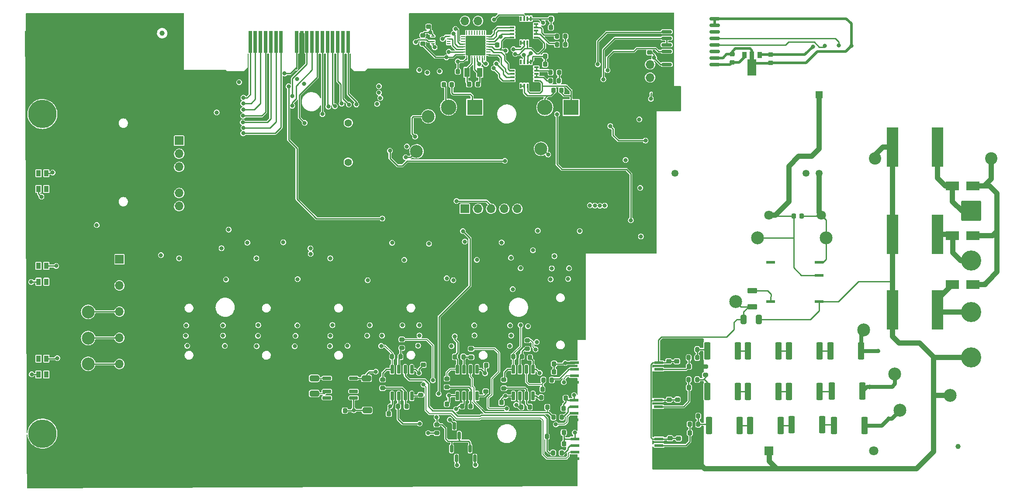
<source format=gbr>
%TF.GenerationSoftware,KiCad,Pcbnew,8.0.4*%
%TF.CreationDate,2024-09-18T10:43:36+01:00*%
%TF.ProjectId,Main_V44,4d61696e-5f56-4343-942e-6b696361645f,rev?*%
%TF.SameCoordinates,Original*%
%TF.FileFunction,Copper,L4,Bot*%
%TF.FilePolarity,Positive*%
%FSLAX46Y46*%
G04 Gerber Fmt 4.6, Leading zero omitted, Abs format (unit mm)*
G04 Created by KiCad (PCBNEW 8.0.4) date 2024-09-18 10:43:36*
%MOMM*%
%LPD*%
G01*
G04 APERTURE LIST*
G04 Aperture macros list*
%AMRoundRect*
0 Rectangle with rounded corners*
0 $1 Rounding radius*
0 $2 $3 $4 $5 $6 $7 $8 $9 X,Y pos of 4 corners*
0 Add a 4 corners polygon primitive as box body*
4,1,4,$2,$3,$4,$5,$6,$7,$8,$9,$2,$3,0*
0 Add four circle primitives for the rounded corners*
1,1,$1+$1,$2,$3*
1,1,$1+$1,$4,$5*
1,1,$1+$1,$6,$7*
1,1,$1+$1,$8,$9*
0 Add four rect primitives between the rounded corners*
20,1,$1+$1,$2,$3,$4,$5,0*
20,1,$1+$1,$4,$5,$6,$7,0*
20,1,$1+$1,$6,$7,$8,$9,0*
20,1,$1+$1,$8,$9,$2,$3,0*%
%AMFreePoly0*
4,1,9,3.862500,-0.866500,0.737500,-0.866500,0.737500,-0.450000,-0.737500,-0.450000,-0.737500,0.450000,0.737500,0.450000,0.737500,0.866500,3.862500,0.866500,3.862500,-0.866500,3.862500,-0.866500,$1*%
G04 Aperture macros list end*
%TA.AperFunction,ComponentPad*%
%ADD10R,3.000000X3.000000*%
%TD*%
%TA.AperFunction,ComponentPad*%
%ADD11C,3.000000*%
%TD*%
%TA.AperFunction,ConnectorPad*%
%ADD12C,5.500000*%
%TD*%
%TA.AperFunction,ComponentPad*%
%ADD13C,3.600000*%
%TD*%
%TA.AperFunction,ComponentPad*%
%ADD14RoundRect,0.250002X-1.699998X-1.699998X1.699998X-1.699998X1.699998X1.699998X-1.699998X1.699998X0*%
%TD*%
%TA.AperFunction,ComponentPad*%
%ADD15C,3.900000*%
%TD*%
%TA.AperFunction,ComponentPad*%
%ADD16R,1.700000X1.700000*%
%TD*%
%TA.AperFunction,ComponentPad*%
%ADD17O,1.700000X1.700000*%
%TD*%
%TA.AperFunction,WasherPad*%
%ADD18C,1.400000*%
%TD*%
%TA.AperFunction,ComponentPad*%
%ADD19C,2.400000*%
%TD*%
%TA.AperFunction,ConnectorPad*%
%ADD20R,0.700000X4.300000*%
%TD*%
%TA.AperFunction,ComponentPad*%
%ADD21R,1.350000X1.350000*%
%TD*%
%TA.AperFunction,ComponentPad*%
%ADD22C,1.350000*%
%TD*%
%TA.AperFunction,ComponentPad*%
%ADD23R,1.800000X1.800000*%
%TD*%
%TA.AperFunction,ComponentPad*%
%ADD24C,1.800000*%
%TD*%
%TA.AperFunction,SMDPad,CuDef*%
%ADD25RoundRect,0.200000X0.200000X0.275000X-0.200000X0.275000X-0.200000X-0.275000X0.200000X-0.275000X0*%
%TD*%
%TA.AperFunction,SMDPad,CuDef*%
%ADD26RoundRect,0.225000X0.250000X-0.225000X0.250000X0.225000X-0.250000X0.225000X-0.250000X-0.225000X0*%
%TD*%
%TA.AperFunction,SMDPad,CuDef*%
%ADD27R,2.260600X7.696200*%
%TD*%
%TA.AperFunction,SMDPad,CuDef*%
%ADD28RoundRect,0.200000X-0.200000X-0.275000X0.200000X-0.275000X0.200000X0.275000X-0.200000X0.275000X0*%
%TD*%
%TA.AperFunction,SMDPad,CuDef*%
%ADD29C,2.500000*%
%TD*%
%TA.AperFunction,SMDPad,CuDef*%
%ADD30RoundRect,0.250000X0.362500X1.425000X-0.362500X1.425000X-0.362500X-1.425000X0.362500X-1.425000X0*%
%TD*%
%TA.AperFunction,SMDPad,CuDef*%
%ADD31RoundRect,0.200000X0.275000X-0.200000X0.275000X0.200000X-0.275000X0.200000X-0.275000X-0.200000X0*%
%TD*%
%TA.AperFunction,SMDPad,CuDef*%
%ADD32RoundRect,0.250000X0.650000X-0.325000X0.650000X0.325000X-0.650000X0.325000X-0.650000X-0.325000X0*%
%TD*%
%TA.AperFunction,SMDPad,CuDef*%
%ADD33RoundRect,0.225000X-0.225000X-0.250000X0.225000X-0.250000X0.225000X0.250000X-0.225000X0.250000X0*%
%TD*%
%TA.AperFunction,SMDPad,CuDef*%
%ADD34RoundRect,0.150000X-0.150000X0.725000X-0.150000X-0.725000X0.150000X-0.725000X0.150000X0.725000X0*%
%TD*%
%TA.AperFunction,SMDPad,CuDef*%
%ADD35RoundRect,0.225000X0.225000X0.250000X-0.225000X0.250000X-0.225000X-0.250000X0.225000X-0.250000X0*%
%TD*%
%TA.AperFunction,SMDPad,CuDef*%
%ADD36R,1.000000X1.800000*%
%TD*%
%TA.AperFunction,SMDPad,CuDef*%
%ADD37R,0.863600X1.244600*%
%TD*%
%TA.AperFunction,SMDPad,CuDef*%
%ADD38C,1.000000*%
%TD*%
%TA.AperFunction,SMDPad,CuDef*%
%ADD39RoundRect,0.200000X-0.275000X0.200000X-0.275000X-0.200000X0.275000X-0.200000X0.275000X0.200000X0*%
%TD*%
%TA.AperFunction,SMDPad,CuDef*%
%ADD40R,1.803400X0.558800*%
%TD*%
%TA.AperFunction,SMDPad,CuDef*%
%ADD41RoundRect,0.250000X-0.325000X-0.650000X0.325000X-0.650000X0.325000X0.650000X-0.325000X0.650000X0*%
%TD*%
%TA.AperFunction,SMDPad,CuDef*%
%ADD42R,0.750000X0.250000*%
%TD*%
%TA.AperFunction,SMDPad,CuDef*%
%ADD43RoundRect,0.150000X-0.150000X0.587500X-0.150000X-0.587500X0.150000X-0.587500X0.150000X0.587500X0*%
%TD*%
%TA.AperFunction,SMDPad,CuDef*%
%ADD44RoundRect,0.225000X-0.250000X0.225000X-0.250000X-0.225000X0.250000X-0.225000X0.250000X0.225000X0*%
%TD*%
%TA.AperFunction,SMDPad,CuDef*%
%ADD45R,2.500000X1.800000*%
%TD*%
%TA.AperFunction,SMDPad,CuDef*%
%ADD46R,1.676400X0.558800*%
%TD*%
%TA.AperFunction,SMDPad,CuDef*%
%ADD47R,0.812800X0.254000*%
%TD*%
%TA.AperFunction,SMDPad,CuDef*%
%ADD48R,0.254000X0.812800*%
%TD*%
%TA.AperFunction,SMDPad,CuDef*%
%ADD49R,3.505200X3.505200*%
%TD*%
%TA.AperFunction,SMDPad,CuDef*%
%ADD50RoundRect,0.150000X-0.875000X-0.150000X0.875000X-0.150000X0.875000X0.150000X-0.875000X0.150000X0*%
%TD*%
%TA.AperFunction,SMDPad,CuDef*%
%ADD51R,0.965200X0.304800*%
%TD*%
%TA.AperFunction,SMDPad,CuDef*%
%ADD52R,0.304800X0.965200*%
%TD*%
%TA.AperFunction,SMDPad,CuDef*%
%ADD53R,3.352800X3.352800*%
%TD*%
%TA.AperFunction,SMDPad,CuDef*%
%ADD54RoundRect,0.150000X-0.725000X-0.150000X0.725000X-0.150000X0.725000X0.150000X-0.725000X0.150000X0*%
%TD*%
%TA.AperFunction,SMDPad,CuDef*%
%ADD55RoundRect,0.150000X0.150000X-0.587500X0.150000X0.587500X-0.150000X0.587500X-0.150000X-0.587500X0*%
%TD*%
%TA.AperFunction,SMDPad,CuDef*%
%ADD56RoundRect,0.250000X-0.700000X0.275000X-0.700000X-0.275000X0.700000X-0.275000X0.700000X0.275000X0*%
%TD*%
%TA.AperFunction,SMDPad,CuDef*%
%ADD57R,0.900000X1.300000*%
%TD*%
%TA.AperFunction,SMDPad,CuDef*%
%ADD58FreePoly0,270.000000*%
%TD*%
%TA.AperFunction,ViaPad*%
%ADD59C,0.800000*%
%TD*%
%TA.AperFunction,ViaPad*%
%ADD60C,1.200000*%
%TD*%
%TA.AperFunction,Conductor*%
%ADD61C,0.250000*%
%TD*%
%TA.AperFunction,Conductor*%
%ADD62C,1.000000*%
%TD*%
%TA.AperFunction,Conductor*%
%ADD63C,0.500000*%
%TD*%
%TA.AperFunction,Conductor*%
%ADD64C,0.750000*%
%TD*%
%TA.AperFunction,Conductor*%
%ADD65C,0.200000*%
%TD*%
G04 APERTURE END LIST*
D10*
%TO.P,J27,1,Pin_1*%
%TO.N,Net-(C45-Pad2)*%
X87800000Y-2667000D03*
D11*
%TO.P,J27,2,Pin_2*%
%TO.N,Net-(C45-Pad1)*%
X82720000Y-2667000D03*
%TD*%
D12*
%TO.P,H1,1*%
%TO.N,N/C*%
X4000000Y-4000000D03*
D13*
X4000000Y-4000000D03*
%TD*%
D14*
%TO.P,J23,1,Pin_1*%
%TO.N,/UR*%
X184000000Y-22800000D03*
%TD*%
D15*
%TO.P,J26,1,Pin_1*%
%TO.N,GNDS*%
X184000000Y-51260000D03*
%TD*%
D16*
%TO.P,J5,1,Pin_1*%
%TO.N,GND*%
X116680000Y3085000D03*
D17*
%TO.P,J5,2,Pin_2*%
X116680000Y5625000D03*
%TO.P,J5,3,Pin_3*%
X119220000Y3085000D03*
%TO.P,J5,4,Pin_4*%
X119220000Y5625000D03*
%TO.P,J5,5,Pin_5*%
%TO.N,/+5V*%
X121760000Y3085000D03*
%TO.P,J5,6,Pin_6*%
X121760000Y5625000D03*
%TD*%
D18*
%TO.P,J3,*%
%TO.N,*%
X63275000Y-5715000D03*
X63275000Y-13335000D03*
%TD*%
D10*
%TO.P,J28,1,Pin_1*%
%TO.N,Net-(C46-Pad2)*%
X106451400Y-2717800D03*
D11*
%TO.P,J28,2,Pin_2*%
%TO.N,Net-(C46-Pad1)*%
X101371400Y-2717800D03*
%TD*%
D19*
%TO.P,C52,1*%
%TO.N,/UCC*%
X187881600Y-12598400D03*
%TO.P,C52,2*%
%TO.N,GNDS*%
X165381600Y-12598400D03*
%TD*%
D20*
%TO.P,J7,A1*%
%TO.N,/SCL*%
X63250000Y10000000D03*
%TO.P,J7,A2*%
%TO.N,/SCS*%
X62250000Y10000000D03*
%TO.P,J7,A3*%
%TO.N,/SYN*%
X61250000Y10000000D03*
%TO.P,J7,A4*%
%TO.N,/SDAT7*%
X60250000Y10000000D03*
%TO.P,J7,A5*%
%TO.N,/SDAT6*%
X59250000Y10000000D03*
%TO.P,J7,A6*%
%TO.N,/SDAT5*%
X58250000Y10000000D03*
%TO.P,J7,A7*%
%TO.N,/SDAT4*%
X57250000Y10000000D03*
%TO.P,J7,A8*%
%TO.N,/SDAT3*%
X56250000Y10000000D03*
%TO.P,J7,A9*%
%TO.N,/SDAT2*%
X55250000Y10000000D03*
%TO.P,J7,A10*%
%TO.N,GND*%
X54250000Y10000000D03*
%TO.P,J7,A11*%
%TO.N,/+3V3_UC*%
X53250000Y10000000D03*
%TO.P,J7,A12*%
%TO.N,/Alim*%
X50250000Y10000000D03*
%TO.P,J7,A13*%
%TO.N,/RxD*%
X49250000Y10000000D03*
%TO.P,J7,A14*%
%TO.N,/TxD*%
X48250000Y10000000D03*
%TO.P,J7,A15*%
%TO.N,/uPWRKEY*%
X47250000Y10000000D03*
%TO.P,J7,A16*%
%TO.N,/uStatus*%
X46250000Y10000000D03*
%TO.P,J7,A17*%
%TO.N,/uDCD*%
X45250000Y10000000D03*
%TO.P,J7,A18*%
%TO.N,/uDTR*%
X44250000Y10000000D03*
%TD*%
D21*
%TO.P,PS2,1,+VIN(VCC)*%
%TO.N,/U5V_Iso*%
X154510000Y-250000D03*
D22*
%TO.P,PS2,12,-VOUT*%
%TO.N,GND*%
X126570000Y-250000D03*
%TO.P,PS2,13,+VOUT*%
%TO.N,/+5V*%
X126570000Y-15490000D03*
%TO.P,PS2,23,NC1*%
%TO.N,unconnected-(PS2-Pad23)*%
X151970000Y-15490000D03*
%TO.P,PS2,24,-VIN(GND)*%
%TO.N,GND1*%
X154510000Y-15490000D03*
%TD*%
D16*
%TO.P,J13,1,Pin_1*%
%TO.N,+3V3*%
X85877000Y-22377800D03*
D17*
%TO.P,J13,2,Pin_2*%
%TO.N,/BT_TxD*%
X88417000Y-22377800D03*
%TO.P,J13,3,Pin_3*%
%TO.N,/BT_RxD*%
X90957000Y-22377800D03*
%TO.P,J13,4,Pin_4*%
%TO.N,unconnected-(J13-Pad4)*%
X93497000Y-22377800D03*
%TO.P,J13,5,Pin_5*%
%TO.N,unconnected-(J13-Pad5)*%
X96037000Y-22377800D03*
%TO.P,J13,6,Pin_6*%
%TO.N,GND*%
X98577000Y-22377800D03*
%TD*%
D13*
%TO.P,H6,1*%
%TO.N,N/C*%
X4000000Y-66000000D03*
D12*
X4000000Y-66000000D03*
%TD*%
D23*
%TO.P,PS1,1,VAC_IN(N)(L2)*%
%TO.N,GNDS*%
X144830000Y-69327500D03*
D24*
%TO.P,PS1,2,VAC_IN(L)(L1)*%
%TO.N,/UCC*%
X165150000Y-69327500D03*
%TO.P,PS1,3,-VOUT*%
%TO.N,GND1*%
X154990000Y-23607500D03*
%TO.P,PS1,4,+VOUT*%
%TO.N,/U5V_Iso*%
X144830000Y-23607500D03*
%TD*%
D15*
%TO.P,J24,1,Pin_1*%
%TO.N,/US*%
X184000000Y-32400000D03*
%TD*%
D16*
%TO.P,J4,1,Pin_1*%
%TO.N,Net-(J2-Pad13)*%
X30505400Y-9169400D03*
D17*
%TO.P,J4,2,Pin_2*%
%TO.N,Net-(J2-Pad12)*%
X30505400Y-11709400D03*
%TO.P,J4,3,Pin_3*%
%TO.N,Net-(J2-Pad11)*%
X30505400Y-14249400D03*
%TO.P,J4,4,Pin_4*%
%TO.N,GND*%
X30505400Y-16789400D03*
%TO.P,J4,5,Pin_5*%
%TO.N,Net-(J2-Pad10)*%
X30505400Y-19329400D03*
%TO.P,J4,6,Pin_6*%
%TO.N,Net-(J2-Pad9)*%
X30505400Y-21869400D03*
%TD*%
D15*
%TO.P,J25,1,Pin_1*%
%TO.N,/UT*%
X184000000Y-42400000D03*
%TD*%
D16*
%TO.P,J15,1,Pin_1*%
%TO.N,+3V3*%
X18925000Y-32180000D03*
D17*
%TO.P,J15,2,Pin_2*%
%TO.N,GND*%
X18925000Y-34720000D03*
%TO.P,J15,3,Pin_3*%
%TO.N,unconnected-(J15-Pad3)*%
X18925000Y-37260000D03*
%TO.P,J15,4,Pin_4*%
%TO.N,GND*%
X18925000Y-39800000D03*
%TO.P,J15,5,Pin_5*%
%TO.N,/UR+*%
X18925000Y-42340000D03*
%TO.P,J15,6,Pin_6*%
%TO.N,GND*%
X18925000Y-44880000D03*
%TO.P,J15,7,Pin_7*%
%TO.N,/US+*%
X18925000Y-47420000D03*
%TO.P,J15,8,Pin_8*%
%TO.N,GND*%
X18925000Y-49960000D03*
%TO.P,J15,9,Pin_9*%
%TO.N,/UT+*%
X18925000Y-52500000D03*
%TD*%
D25*
%TO.P,R4,1*%
%TO.N,Net-(R4-Pad1)*%
X130902900Y-51261200D03*
%TO.P,R4,2*%
%TO.N,/UR_Iso*%
X129252900Y-51261200D03*
%TD*%
D26*
%TO.P,C24,1*%
%TO.N,/Vopto*%
X127076200Y-59398200D03*
%TO.P,C24,2*%
%TO.N,GNDS*%
X127076200Y-57848200D03*
%TD*%
D27*
%TO.P,RV3,1*%
%TO.N,/UT*%
X177481500Y-42025000D03*
%TO.P,RV3,2*%
%TO.N,GNDS*%
X168718500Y-42025000D03*
%TD*%
D28*
%TO.P,R45,1*%
%TO.N,/L1*%
X96825000Y-60850000D03*
%TO.P,R45,2*%
%TO.N,Net-(R41-Pad1)*%
X98475000Y-60850000D03*
%TD*%
D29*
%TO.P,J19,1,Pin_1*%
%TO.N,/US+*%
X12877800Y-47472600D03*
%TD*%
%TO.P,J20,1,Pin_1*%
%TO.N,/UT+*%
X12877800Y-52476400D03*
%TD*%
D16*
%TO.P,J21,1,Pin_1*%
%TO.N,GND*%
X83352400Y14071600D03*
D17*
%TO.P,J21,2,Pin_2*%
%TO.N,Net-(J21-Pad2)*%
X85892400Y14071600D03*
%TO.P,J21,3,Pin_3*%
%TO.N,Net-(J21-Pad3)*%
X88432400Y14071600D03*
%TD*%
D30*
%TO.P,R5,1*%
%TO.N,/UR*%
X162690400Y-49911200D03*
%TO.P,R5,2*%
%TO.N,Net-(R5-Pad2)*%
X156765400Y-49911200D03*
%TD*%
%TO.P,R20,1*%
%TO.N,Net-(R19-Pad2)*%
X139085400Y-64391200D03*
%TO.P,R20,2*%
%TO.N,Net-(R16-Pad1)*%
X133160400Y-64391200D03*
%TD*%
D26*
%TO.P,C1,1*%
%TO.N,+3V3*%
X121640600Y7962600D03*
%TO.P,C1,2*%
%TO.N,GND*%
X121640600Y9512600D03*
%TD*%
%TO.P,C22,1*%
%TO.N,/Vopto*%
X125628400Y-66916600D03*
%TO.P,C22,2*%
%TO.N,GNDS*%
X125628400Y-65366600D03*
%TD*%
D28*
%TO.P,R32,1*%
%TO.N,GND*%
X100089200Y-66573400D03*
%TO.P,R32,2*%
%TO.N,/iUT+*%
X101739200Y-66573400D03*
%TD*%
D31*
%TO.P,R38,1*%
%TO.N,Net-(R38-Pad1)*%
X89916000Y-57797200D03*
%TO.P,R38,2*%
%TO.N,GND*%
X89916000Y-56147200D03*
%TD*%
D32*
%TO.P,C18,1*%
%TO.N,/C+*%
X56710000Y-58235000D03*
%TO.P,C18,2*%
%TO.N,/C-*%
X56710000Y-55285000D03*
%TD*%
D33*
%TO.P,C48,1*%
%TO.N,+3V3*%
X102552200Y12801600D03*
%TO.P,C48,2*%
%TO.N,GND*%
X104102200Y12801600D03*
%TD*%
D34*
%TO.P,U3,1*%
%TO.N,/UR+*%
X95278554Y-53535000D03*
%TO.P,U3,2,-*%
%TO.N,Net-(R3-Pad1)*%
X96548554Y-53535000D03*
%TO.P,U3,3,+*%
%TO.N,/iUR+*%
X97818554Y-53535000D03*
%TO.P,U3,4,V-*%
%TO.N,/-3V3*%
X99088554Y-53535000D03*
%TO.P,U3,5,+*%
%TO.N,Net-(R40-Pad1)*%
X99088554Y-58685000D03*
%TO.P,U3,6,-*%
%TO.N,Net-(R41-Pad1)*%
X97818554Y-58685000D03*
%TO.P,U3,7*%
%TO.N,/L1*%
X96548554Y-58685000D03*
%TO.P,U3,8,v+*%
%TO.N,+3V3*%
X95278554Y-58685000D03*
%TD*%
D32*
%TO.P,C19,1*%
%TO.N,GND*%
X66810000Y-58225000D03*
%TO.P,C19,2*%
%TO.N,/-3V3*%
X66810000Y-55275000D03*
%TD*%
D33*
%TO.P,C15,1*%
%TO.N,/U5V_Iso*%
X149593000Y-23799800D03*
%TO.P,C15,2*%
%TO.N,GND1*%
X151143000Y-23799800D03*
%TD*%
D35*
%TO.P,C42,1*%
%TO.N,GND*%
X93713600Y9398000D03*
%TO.P,C42,2*%
%TO.N,Net-(C42-Pad2)*%
X92163600Y9398000D03*
%TD*%
D33*
%TO.P,C4,1*%
%TO.N,/US_Iso*%
X129302900Y-57061200D03*
%TO.P,C4,2*%
%TO.N,GNDS*%
X130852900Y-57061200D03*
%TD*%
D30*
%TO.P,R7,1*%
%TO.N,Net-(R6-Pad2)*%
X146690400Y-49961200D03*
%TO.P,R7,2*%
%TO.N,Net-(R7-Pad2)*%
X140765400Y-49961200D03*
%TD*%
D36*
%TO.P,Y1,1,1*%
%TO.N,/OSC32_IN*%
X86253000Y4089400D03*
%TO.P,Y1,2,2*%
%TO.N,/OSC32_OUT*%
X88753000Y4089400D03*
%TD*%
D37*
%TO.P,LED1,1,1*%
%TO.N,unconnected-(LED1-Pad1)*%
X4750001Y-18536700D03*
%TO.P,LED1,2,2*%
%TO.N,+3V3*%
X3249999Y-18536700D03*
%TO.P,LED1,3,3*%
%TO.N,unconnected-(LED1-Pad3)*%
X3249999Y-15463300D03*
%TO.P,LED1,4,4*%
%TO.N,Net-(LED1-Pad4)*%
X4750001Y-15463300D03*
%TD*%
D28*
%TO.P,R37,1*%
%TO.N,/US+*%
X83925000Y-51100000D03*
%TO.P,R37,2*%
%TO.N,Net-(R15-Pad1)*%
X85575000Y-51100000D03*
%TD*%
D38*
%TO.P,FID1,*%
%TO.N,*%
X27203400Y11684000D03*
%TD*%
D27*
%TO.P,RV1,1*%
%TO.N,/UR*%
X177481500Y-10425000D03*
%TO.P,RV1,2*%
%TO.N,GNDS*%
X168718500Y-10425000D03*
%TD*%
D29*
%TO.P,J32,1,Pin_1*%
%TO.N,/Vopto*%
X138379200Y-40411400D03*
%TD*%
D28*
%TO.P,R27,1*%
%TO.N,/iUR+*%
X101079800Y-55600600D03*
%TO.P,R27,2*%
%TO.N,Net-(R27-Pad2)*%
X102729800Y-55600600D03*
%TD*%
D35*
%TO.P,C34,1*%
%TO.N,+3V3*%
X71133000Y-62153800D03*
%TO.P,C34,2*%
%TO.N,GND*%
X69583000Y-62153800D03*
%TD*%
D30*
%TO.P,R6,1*%
%TO.N,Net-(R5-Pad2)*%
X154640400Y-49961200D03*
%TO.P,R6,2*%
%TO.N,Net-(R6-Pad2)*%
X148715400Y-49961200D03*
%TD*%
D39*
%TO.P,R42,1*%
%TO.N,Net-(R42-Pad1)*%
X77300000Y-58475000D03*
%TO.P,R42,2*%
%TO.N,GND*%
X77300000Y-60125000D03*
%TD*%
D31*
%TO.P,R43,1*%
%TO.N,Net-(R43-Pad1)*%
X69930000Y-57165000D03*
%TO.P,R43,2*%
%TO.N,/UT+*%
X69930000Y-55515000D03*
%TD*%
D35*
%TO.P,C28,1*%
%TO.N,+3V3*%
X103162400Y-54025800D03*
%TO.P,C28,2*%
%TO.N,GND*%
X101612400Y-54025800D03*
%TD*%
D40*
%TO.P,U4,1,VDD1*%
%TO.N,/Vopto*%
X123373400Y-59515000D03*
%TO.P,U4,2,INP*%
%TO.N,/US_Iso*%
X123373400Y-60785000D03*
%TO.P,U4,3,INN*%
%TO.N,GNDS*%
X123373400Y-62055000D03*
%TO.P,U4,4,GND1*%
X123373400Y-63325000D03*
%TO.P,U4,5,GND2*%
%TO.N,GND*%
X107066600Y-63325000D03*
%TO.P,U4,6,OUTN*%
%TO.N,/iUS-*%
X107066600Y-62055000D03*
%TO.P,U4,7,OUTP*%
%TO.N,Net-(R29-Pad2)*%
X107066600Y-60785000D03*
%TO.P,U4,8,VDD2*%
%TO.N,+3V3*%
X107066600Y-59515000D03*
%TD*%
D35*
%TO.P,C29,1*%
%TO.N,+3V3*%
X104991200Y-61112400D03*
%TO.P,C29,2*%
%TO.N,GND*%
X103441200Y-61112400D03*
%TD*%
D28*
%TO.P,R34,1*%
%TO.N,Net-(R34-Pad1)*%
X103721400Y9474200D03*
%TO.P,R34,2*%
%TO.N,Net-(R34-Pad2)*%
X105371400Y9474200D03*
%TD*%
D41*
%TO.P,C53,1*%
%TO.N,/Vopto*%
X139901400Y-43840400D03*
%TO.P,C53,2*%
%TO.N,GNDS*%
X142851400Y-43840400D03*
%TD*%
D28*
%TO.P,R30,1*%
%TO.N,GND*%
X100200000Y-60875000D03*
%TO.P,R30,2*%
%TO.N,/iUS+*%
X101850000Y-60875000D03*
%TD*%
D35*
%TO.P,C31,1*%
%TO.N,+3V3*%
X103162400Y-52476400D03*
%TO.P,C31,2*%
%TO.N,GND*%
X101612400Y-52476400D03*
%TD*%
D29*
%TO.P,J10,1,Pin_1*%
%TO.N,GNDS*%
X179933600Y-58597800D03*
%TD*%
D28*
%TO.P,R31,1*%
%TO.N,/iUT+*%
X102984800Y-69748400D03*
%TO.P,R31,2*%
%TO.N,Net-(R31-Pad2)*%
X104634800Y-69748400D03*
%TD*%
D33*
%TO.P,C38,1*%
%TO.N,/-3V3*%
X89979200Y-52755800D03*
%TO.P,C38,2*%
%TO.N,GND*%
X91529200Y-52755800D03*
%TD*%
D37*
%TO.P,LED2,1,1*%
%TO.N,unconnected-(LED2-Pad1)*%
X4750001Y-36536700D03*
%TO.P,LED2,2,2*%
%TO.N,+3V3*%
X3249999Y-36536700D03*
%TO.P,LED2,3,3*%
%TO.N,unconnected-(LED2-Pad3)*%
X3249999Y-33463300D03*
%TO.P,LED2,4,4*%
%TO.N,Net-(LED2-Pad4)*%
X4750001Y-33463300D03*
%TD*%
D42*
%TO.P,U9,1,A*%
%TO.N,/ISO_Txd*%
X82753800Y11113200D03*
%TO.P,U9,2,B*%
%TO.N,/Temp_Txd*%
X82753800Y10613200D03*
%TO.P,U9,3,~{Y}*%
%TO.N,unconnected-(U9-Pad3)*%
X82753800Y10113200D03*
%TO.P,U9,4*%
%TO.N,N/C*%
X82753800Y9613200D03*
%TO.P,U9,5,Y*%
%TO.N,/RS485_RxD*%
X79653800Y9613200D03*
%TO.P,U9,6,~{A}/B*%
%TO.N,/BT_RTS*%
X79653800Y10113200D03*
%TO.P,U9,7,~{G}*%
%TO.N,GND*%
X79653800Y10613200D03*
%TO.P,U9,8,VCC*%
%TO.N,+3V3*%
X79653800Y11113200D03*
%TD*%
D29*
%TO.P,J11,1,Pin_1*%
%TO.N,/+5V*%
X100634800Y-10744200D03*
%TD*%
D40*
%TO.P,U6,1,VDD1*%
%TO.N,/Vopto*%
X123473400Y-67015000D03*
%TO.P,U6,2,INP*%
%TO.N,/UT_Iso*%
X123473400Y-68285000D03*
%TO.P,U6,3,INN*%
%TO.N,GNDS*%
X123473400Y-69555000D03*
%TO.P,U6,4,GND1*%
X123473400Y-70825000D03*
%TO.P,U6,5,GND2*%
%TO.N,GND*%
X107166600Y-70825000D03*
%TO.P,U6,6,OUTN*%
%TO.N,/iUT-*%
X107166600Y-69555000D03*
%TO.P,U6,7,OUTP*%
%TO.N,Net-(R31-Pad2)*%
X107166600Y-68285000D03*
%TO.P,U6,8,VDD2*%
%TO.N,+3V3*%
X107166600Y-67015000D03*
%TD*%
D43*
%TO.P,Q3,1,B*%
%TO.N,/L2*%
X83835200Y-64492900D03*
%TO.P,Q3,2,E*%
%TO.N,GND*%
X85735200Y-64492900D03*
%TO.P,Q3,3,C*%
%TO.N,/InfoV*%
X84785200Y-66367900D03*
%TD*%
D32*
%TO.P,C17,1*%
%TO.N,GND*%
X66950000Y-64425000D03*
%TO.P,C17,2*%
%TO.N,+3V3*%
X66950000Y-61475000D03*
%TD*%
D30*
%TO.P,R12,1*%
%TO.N,Net-(R11-Pad2)*%
X146640400Y-57861200D03*
%TO.P,R12,2*%
%TO.N,Net-(R12-Pad2)*%
X140715400Y-57861200D03*
%TD*%
D31*
%TO.P,R3,1*%
%TO.N,Net-(R3-Pad1)*%
X97993200Y-49567600D03*
%TO.P,R3,2*%
%TO.N,/iUR-*%
X97993200Y-47917600D03*
%TD*%
D33*
%TO.P,C7,1*%
%TO.N,/UT_Iso*%
X129477900Y-65831200D03*
%TO.P,C7,2*%
%TO.N,GNDS*%
X131027900Y-65831200D03*
%TD*%
D28*
%TO.P,R51,1*%
%TO.N,Net-(R51-Pad1)*%
X102476800Y4064000D03*
%TO.P,R51,2*%
%TO.N,Net-(R51-Pad2)*%
X104126800Y4064000D03*
%TD*%
D29*
%TO.P,J22,1,Pin_1*%
%TO.N,GND*%
X12877800Y-58369200D03*
%TD*%
D33*
%TO.P,C49,1*%
%TO.N,+3V3*%
X101409200Y5638800D03*
%TO.P,C49,2*%
%TO.N,GND*%
X102959200Y5638800D03*
%TD*%
%TO.P,C45,1*%
%TO.N,Net-(C45-Pad1)*%
X81775000Y1727200D03*
%TO.P,C45,2*%
%TO.N,Net-(C45-Pad2)*%
X83325000Y1727200D03*
%TD*%
D27*
%TO.P,RV2,1*%
%TO.N,/US*%
X177481500Y-27325000D03*
%TO.P,RV2,2*%
%TO.N,GNDS*%
X168718500Y-27325000D03*
%TD*%
D35*
%TO.P,C35,1*%
%TO.N,+3V3*%
X82385200Y-60248800D03*
%TO.P,C35,2*%
%TO.N,GND*%
X80835200Y-60248800D03*
%TD*%
D31*
%TO.P,R14,1*%
%TO.N,Net-(R1-Pad1)*%
X132477900Y-54611200D03*
%TO.P,R14,2*%
%TO.N,GNDS*%
X132477900Y-52961200D03*
%TD*%
D29*
%TO.P,J17,1,Pin_1*%
%TO.N,/+3V67*%
X78790800Y-4470400D03*
%TD*%
D44*
%TO.P,C25,1*%
%TO.N,/Vin*%
X145135600Y7506000D03*
%TO.P,C25,2*%
%TO.N,Earth*%
X145135600Y5956000D03*
%TD*%
D45*
%TO.P,D6,1,K*%
%TO.N,/UCC*%
X184372000Y-37058600D03*
%TO.P,D6,2,A*%
%TO.N,/UT*%
X180372000Y-37058600D03*
%TD*%
D33*
%TO.P,C50,1*%
%TO.N,+3V3*%
X101409200Y7239000D03*
%TO.P,C50,2*%
%TO.N,GND*%
X102959200Y7239000D03*
%TD*%
D29*
%TO.P,J9,1,Pin_1*%
%TO.N,/UT*%
X170154600Y-61493400D03*
%TD*%
D33*
%TO.P,C37,1*%
%TO.N,/-3V3*%
X98475800Y-51231800D03*
%TO.P,C37,2*%
%TO.N,GND*%
X100025800Y-51231800D03*
%TD*%
D46*
%TO.P,PS3,1,-VIN*%
%TO.N,GND1*%
X154508200Y-32740600D03*
%TO.P,PS3,3,+VIN*%
%TO.N,/U5V_Iso*%
X154508200Y-35280600D03*
%TO.P,PS3,7,-VOUT*%
%TO.N,GNDS*%
X154508200Y-40360600D03*
%TO.P,PS3,8,+VOUT*%
%TO.N,Net-(L3-Pad1)*%
X145161000Y-40360600D03*
%TO.P,PS3,14,NA*%
%TO.N,unconnected-(PS3-Pad14)*%
X145161000Y-32740600D03*
%TD*%
D35*
%TO.P,C33,1*%
%TO.N,+3V3*%
X92951600Y-59969400D03*
%TO.P,C33,2*%
%TO.N,GND*%
X91401600Y-59969400D03*
%TD*%
D30*
%TO.P,R11,1*%
%TO.N,Net-(R10-Pad2)*%
X154590400Y-57811200D03*
%TO.P,R11,2*%
%TO.N,Net-(R11-Pad2)*%
X148665400Y-57811200D03*
%TD*%
D40*
%TO.P,U7,1,VDD1*%
%TO.N,/Vopto*%
X123423400Y-52265000D03*
%TO.P,U7,2,INP*%
%TO.N,/UR_Iso*%
X123423400Y-53535000D03*
%TO.P,U7,3,INN*%
%TO.N,GNDS*%
X123423400Y-54805000D03*
%TO.P,U7,4,GND1*%
X123423400Y-56075000D03*
%TO.P,U7,5,GND2*%
%TO.N,GND*%
X107116600Y-56075000D03*
%TO.P,U7,6,OUTN*%
%TO.N,/iUR-*%
X107116600Y-54805000D03*
%TO.P,U7,7,OUTP*%
%TO.N,Net-(R27-Pad2)*%
X107116600Y-53535000D03*
%TO.P,U7,8,VDD2*%
%TO.N,+3V3*%
X107116600Y-52265000D03*
%TD*%
D38*
%TO.P,FID2,*%
%TO.N,*%
X181432200Y-68503800D03*
%TD*%
D45*
%TO.P,D5,1,K*%
%TO.N,/UCC*%
X184372000Y-27609800D03*
%TO.P,D5,2,A*%
%TO.N,/US*%
X180372000Y-27609800D03*
%TD*%
D29*
%TO.P,J6,1,Pin_1*%
%TO.N,/UR*%
X163171100Y-45907400D03*
%TD*%
D33*
%TO.P,C46,1*%
%TO.N,Net-(C46-Pad1)*%
X103009400Y635000D03*
%TO.P,C46,2*%
%TO.N,Net-(C46-Pad2)*%
X104559400Y635000D03*
%TD*%
D30*
%TO.P,R19,1*%
%TO.N,Net-(R18-Pad2)*%
X147085400Y-64391200D03*
%TO.P,R19,2*%
%TO.N,Net-(R19-Pad2)*%
X141160400Y-64391200D03*
%TD*%
D28*
%TO.P,R46,1*%
%TO.N,/L3*%
X72925000Y-60740000D03*
%TO.P,R46,2*%
%TO.N,Net-(R43-Pad1)*%
X74575000Y-60740000D03*
%TD*%
D39*
%TO.P,R35,1*%
%TO.N,/InfoV*%
X80425000Y-64250000D03*
%TO.P,R35,2*%
%TO.N,+3V3*%
X80425000Y-65900000D03*
%TD*%
D26*
%TO.P,C23,1*%
%TO.N,/Vopto*%
X126949200Y-51956000D03*
%TO.P,C23,2*%
%TO.N,GNDS*%
X126949200Y-50406000D03*
%TD*%
D45*
%TO.P,D4,1,K*%
%TO.N,/UCC*%
X184372000Y-17932400D03*
%TO.P,D4,2,A*%
%TO.N,/UR*%
X180372000Y-17932400D03*
%TD*%
D30*
%TO.P,R8,1*%
%TO.N,Net-(R7-Pad2)*%
X138740400Y-49961200D03*
%TO.P,R8,2*%
%TO.N,Net-(R4-Pad1)*%
X132815400Y-49961200D03*
%TD*%
D35*
%TO.P,C27,1*%
%TO.N,+3V3*%
X105067400Y-67970400D03*
%TO.P,C27,2*%
%TO.N,GND*%
X103517400Y-67970400D03*
%TD*%
D31*
%TO.P,R41,1*%
%TO.N,Net-(R41-Pad1)*%
X93440000Y-57195000D03*
%TO.P,R41,2*%
%TO.N,/UR+*%
X93440000Y-55545000D03*
%TD*%
D29*
%TO.P,J12,1,Pin_1*%
%TO.N,/U5V_Iso*%
X142595600Y-27990800D03*
%TD*%
D26*
%TO.P,C20,1*%
%TO.N,/Vopto*%
X127285648Y-66942000D03*
%TO.P,C20,2*%
%TO.N,GNDS*%
X127285648Y-65392000D03*
%TD*%
D29*
%TO.P,J16,1,Pin_1*%
%TO.N,+3V3*%
X76504800Y-11252200D03*
%TD*%
%TO.P,J8,1,Pin_1*%
%TO.N,/US*%
X169214800Y-54457600D03*
%TD*%
D47*
%TO.P,U22,1,RST*%
%TO.N,Net-(J21-Pad2)*%
X85509100Y7546401D03*
%TO.P,U22,2,TEST*%
%TO.N,Net-(J21-Pad3)*%
X85509100Y8046400D03*
%TO.P,U22,3,P1.4/TXD*%
%TO.N,/Temp_Txd*%
X85509100Y8546399D03*
%TO.P,U22,4,P1.5/RXD*%
%TO.N,/RS485_TxD*%
X85509100Y9046400D03*
%TO.P,U22,5,P1.6*%
%TO.N,/BT_RTS*%
X85509100Y9546400D03*
%TO.P,U22,6,P1.7*%
%TO.N,unconnected-(U22-Pad6)*%
X85509100Y10046401D03*
%TO.P,U22,7,P1.0*%
%TO.N,unconnected-(U22-Pad7)*%
X85509100Y10546400D03*
%TO.P,U22,8,P1.1*%
%TO.N,unconnected-(U22-Pad8)*%
X85509100Y11046399D03*
D48*
%TO.P,U22,9,P1.2*%
%TO.N,unconnected-(U22-Pad9)*%
X86210201Y11747500D03*
%TO.P,U22,10,P1.3*%
%TO.N,unconnected-(U22-Pad10)*%
X86710200Y11747500D03*
%TO.P,U22,11,P2.2*%
%TO.N,unconnected-(U22-Pad11)*%
X87210199Y11747500D03*
%TO.P,U22,12,P3.0*%
%TO.N,unconnected-(U22-Pad12)*%
X87710200Y11747500D03*
%TO.P,U22,13,P3.3*%
%TO.N,unconnected-(U22-Pad13)*%
X88210200Y11747500D03*
%TO.P,U22,14,P2.3*%
%TO.N,unconnected-(U22-Pad14)*%
X88710201Y11747500D03*
%TO.P,U22,15,P3.4*%
%TO.N,unconnected-(U22-Pad15)*%
X89210200Y11747500D03*
%TO.P,U22,16,P3.1*%
%TO.N,unconnected-(U22-Pad16)*%
X89710199Y11747500D03*
D47*
%TO.P,U22,17,P2.4*%
%TO.N,/SDO2*%
X90411300Y11046399D03*
%TO.P,U22,18,P2.5*%
%TO.N,/CS2*%
X90411300Y10546400D03*
%TO.P,U22,19,P2.6*%
%TO.N,/SCLKx*%
X90411300Y10046401D03*
%TO.P,U22,20,VREG*%
%TO.N,Net-(C42-Pad2)*%
X90411300Y9546400D03*
%TO.P,U22,21,P3.7*%
%TO.N,/SDIx*%
X90411300Y9046400D03*
%TO.P,U22,22,P4.0*%
%TO.N,/SDO1*%
X90411300Y8546399D03*
%TO.P,U22,23,P4.1*%
%TO.N,unconnected-(U22-Pad23)*%
X90411300Y8046400D03*
%TO.P,U22,24,P4.2*%
%TO.N,/CS1*%
X90411300Y7546401D03*
D48*
%TO.P,U22,25,P2.7*%
%TO.N,unconnected-(U22-Pad25)*%
X89710199Y6845300D03*
%TO.P,U22,26,P3.5*%
%TO.N,/RDY1*%
X89210200Y6845300D03*
%TO.P,U22,27,P3.2*%
%TO.N,unconnected-(U22-Pad27)*%
X88710201Y6845300D03*
%TO.P,U22,28,P3.6*%
%TO.N,/RDY2*%
X88210200Y6845300D03*
%TO.P,U22,29,P2.0/XOUT*%
%TO.N,/OSC32_OUT*%
X87710200Y6845300D03*
%TO.P,U22,30,P2.1/XIN*%
%TO.N,/OSC32_IN*%
X87210199Y6845300D03*
%TO.P,U22,31,DVSS*%
%TO.N,GND*%
X86710200Y6845300D03*
%TO.P,U22,32,DVCC*%
%TO.N,+3V3*%
X86210201Y6845300D03*
D49*
%TO.P,U22,33,PAD*%
%TO.N,GND*%
X87960200Y9296400D03*
%TD*%
D31*
%TO.P,R39,1*%
%TO.N,Net-(R39-Pad1)*%
X82390000Y-56980000D03*
%TO.P,R39,2*%
%TO.N,/US+*%
X82390000Y-55330000D03*
%TD*%
D50*
%TO.P,U2,1,Vcc1*%
%TO.N,+3V3*%
X124990000Y5615000D03*
%TO.P,U2,2,GND1*%
%TO.N,GND*%
X124990000Y6885000D03*
%TO.P,U2,3,R*%
%TO.N,/ISO_Txd*%
X124990000Y8155000D03*
%TO.P,U2,4,~{RE}*%
%TO.N,/RS485_DE*%
X124990000Y9425000D03*
%TO.P,U2,5,DE*%
X124990000Y10695000D03*
%TO.P,U2,6,D*%
%TO.N,/RS485_TxD*%
X124990000Y11965000D03*
%TO.P,U2,7,GND1*%
%TO.N,GND*%
X124990000Y13235000D03*
%TO.P,U2,8,GND1*%
X124990000Y14505000D03*
%TO.P,U2,9,GND2*%
%TO.N,Earth*%
X134290000Y14505000D03*
%TO.P,U2,10,GND2*%
X134290000Y13235000D03*
%TO.P,U2,11,NC*%
%TO.N,unconnected-(U2-Pad11)*%
X134290000Y11965000D03*
%TO.P,U2,12,A*%
%TO.N,/A+*%
X134290000Y10695000D03*
%TO.P,U2,13,B*%
%TO.N,/B-*%
X134290000Y9425000D03*
%TO.P,U2,14,NC*%
%TO.N,unconnected-(U2-Pad14)*%
X134290000Y8155000D03*
%TO.P,U2,15,GND2*%
%TO.N,Earth*%
X134290000Y6885000D03*
%TO.P,U2,16,Vcc2*%
%TO.N,/VCC2*%
X134290000Y5615000D03*
%TD*%
D51*
%TO.P,U11,1,BIAS*%
%TO.N,Net-(R52-Pad2)*%
X99682300Y13466600D03*
%TO.P,U11,2,REFIN+*%
X99682300Y12816599D03*
%TO.P,U11,3,REFIN-*%
%TO.N,Net-(R34-Pad1)*%
X99682300Y12166600D03*
%TO.P,U11,4,ISENSOR*%
X99682300Y11516601D03*
%TO.P,U11,5,FORCE+*%
%TO.N,Net-(C45-Pad2)*%
X99682300Y10866600D03*
D52*
%TO.P,U11,6,FORCE2*%
%TO.N,GND*%
X98658200Y9842500D03*
%TO.P,U11,7,RTDIN+*%
%TO.N,Net-(C45-Pad2)*%
X98008199Y9842500D03*
%TO.P,U11,8,RTDIN-*%
%TO.N,Net-(C45-Pad1)*%
X97358200Y9842500D03*
%TO.P,U11,9,FORCE-*%
X96708201Y9842500D03*
%TO.P,U11,10,GND2*%
%TO.N,GND*%
X96058200Y9842500D03*
D51*
%TO.P,U11,11,SDI*%
%TO.N,/SDIx*%
X95034100Y10866600D03*
%TO.P,U11,12,SCLK*%
%TO.N,/SCLKx*%
X95034100Y11516601D03*
%TO.P,U11,13,\u002ACS*%
%TO.N,/CS2*%
X95034100Y12166600D03*
%TO.P,U11,14,SDO*%
%TO.N,/SDO2*%
X95034100Y12816599D03*
%TO.P,U11,15,DGND*%
%TO.N,GND*%
X95034100Y13466600D03*
D52*
%TO.P,U11,16,GND1*%
X96058200Y14490700D03*
%TO.P,U11,17,NC*%
%TO.N,unconnected-(U11-Pad17)*%
X96708201Y14490700D03*
%TO.P,U11,18,\u002ADRDY*%
%TO.N,/RDY2*%
X97358200Y14490700D03*
%TO.P,U11,19,DVDD*%
%TO.N,+3V3*%
X98008199Y14490700D03*
%TO.P,U11,20,VDD*%
X98658200Y14490700D03*
D53*
%TO.P,U11,21,EP*%
%TO.N,GND*%
X97358200Y12166600D03*
%TD*%
D28*
%TO.P,R36,1*%
%TO.N,/UR+*%
X95265000Y-51060000D03*
%TO.P,R36,2*%
%TO.N,Net-(R3-Pad1)*%
X96915000Y-51060000D03*
%TD*%
D25*
%TO.P,R28,1*%
%TO.N,GND*%
X102552000Y-57378600D03*
%TO.P,R28,2*%
%TO.N,/iUR+*%
X100902000Y-57378600D03*
%TD*%
D51*
%TO.P,U20,1,BIAS*%
%TO.N,Net-(R51-Pad1)*%
X99707700Y5084600D03*
%TO.P,U20,2,REFIN+*%
X99707700Y4434599D03*
%TO.P,U20,3,REFIN-*%
%TO.N,Net-(R53-Pad1)*%
X99707700Y3784600D03*
%TO.P,U20,4,ISENSOR*%
X99707700Y3134601D03*
%TO.P,U20,5,FORCE+*%
%TO.N,Net-(C46-Pad2)*%
X99707700Y2484600D03*
D52*
%TO.P,U20,6,FORCE2*%
%TO.N,GND*%
X98683600Y1460500D03*
%TO.P,U20,7,RTDIN+*%
%TO.N,Net-(C46-Pad2)*%
X98033599Y1460500D03*
%TO.P,U20,8,RTDIN-*%
%TO.N,Net-(C46-Pad1)*%
X97383600Y1460500D03*
%TO.P,U20,9,FORCE-*%
X96733601Y1460500D03*
%TO.P,U20,10,GND2*%
%TO.N,GND*%
X96083600Y1460500D03*
D51*
%TO.P,U20,11,SDI*%
%TO.N,/SDIx*%
X95059500Y2484600D03*
%TO.P,U20,12,SCLK*%
%TO.N,/SCLKx*%
X95059500Y3134601D03*
%TO.P,U20,13,\u002ACS*%
%TO.N,/CS1*%
X95059500Y3784600D03*
%TO.P,U20,14,SDO*%
%TO.N,/SDO1*%
X95059500Y4434599D03*
%TO.P,U20,15,DGND*%
%TO.N,GND*%
X95059500Y5084600D03*
D52*
%TO.P,U20,16,GND1*%
X96083600Y6108700D03*
%TO.P,U20,17,NC*%
%TO.N,unconnected-(U20-Pad17)*%
X96733601Y6108700D03*
%TO.P,U20,18,\u002ADRDY*%
%TO.N,/RDY1*%
X97383600Y6108700D03*
%TO.P,U20,19,DVDD*%
%TO.N,+3V3*%
X98033599Y6108700D03*
%TO.P,U20,20,VDD*%
X98683600Y6108700D03*
D53*
%TO.P,U20,21,EP*%
%TO.N,GND*%
X97383600Y3784600D03*
%TD*%
D30*
%TO.P,R10,1*%
%TO.N,/US*%
X162890400Y-57761200D03*
%TO.P,R10,2*%
%TO.N,Net-(R10-Pad2)*%
X156965400Y-57761200D03*
%TD*%
D28*
%TO.P,R53,1*%
%TO.N,Net-(R53-Pad1)*%
X102451400Y2463800D03*
%TO.P,R53,2*%
%TO.N,Net-(R51-Pad2)*%
X104101400Y2463800D03*
%TD*%
D35*
%TO.P,C32,1*%
%TO.N,+3V3*%
X105423000Y-59105800D03*
%TO.P,C32,2*%
%TO.N,GND*%
X103873000Y-59105800D03*
%TD*%
D54*
%TO.P,U21,1,NC*%
%TO.N,unconnected-(U21-Pad1)*%
X59135000Y-59055000D03*
%TO.P,U21,2,CAP+*%
%TO.N,/C+*%
X59135000Y-57785000D03*
%TO.P,U21,3,GND*%
%TO.N,GND*%
X59135000Y-56515000D03*
%TO.P,U21,4,CAP-*%
%TO.N,/C-*%
X59135000Y-55245000D03*
%TO.P,U21,5,VOUT*%
%TO.N,/-3V3*%
X64285000Y-55245000D03*
%TO.P,U21,6,LV*%
%TO.N,GND*%
X64285000Y-56515000D03*
%TO.P,U21,7,OSC*%
%TO.N,unconnected-(U21-Pad7)*%
X64285000Y-57785000D03*
%TO.P,U21,8,V+*%
%TO.N,+3V3*%
X64285000Y-59055000D03*
%TD*%
D29*
%TO.P,J14,1,Pin_1*%
%TO.N,GND1*%
X155905200Y-27990800D03*
%TD*%
D25*
%TO.P,R9,1*%
%TO.N,Net-(R4-Pad1)*%
X130902900Y-49661200D03*
%TO.P,R9,2*%
%TO.N,GNDS*%
X129252900Y-49661200D03*
%TD*%
D26*
%TO.P,C10,1*%
%TO.N,/VCC2*%
X137668000Y6032200D03*
%TO.P,C10,2*%
%TO.N,Earth*%
X137668000Y7582200D03*
%TD*%
%TO.P,C39,1*%
%TO.N,/-3V3*%
X77825600Y-52654200D03*
%TO.P,C39,2*%
%TO.N,GND*%
X77825600Y-51104200D03*
%TD*%
D29*
%TO.P,J18,1,Pin_1*%
%TO.N,/UR+*%
X12877800Y-42392600D03*
%TD*%
D31*
%TO.P,R33,1*%
%TO.N,Net-(J21-Pad2)*%
X77724000Y9639800D03*
%TO.P,R33,2*%
%TO.N,+3V3*%
X77724000Y11289800D03*
%TD*%
D25*
%TO.P,R21,1*%
%TO.N,Net-(R16-Pad1)*%
X131097900Y-62591200D03*
%TO.P,R21,2*%
%TO.N,GNDS*%
X129447900Y-62591200D03*
%TD*%
D55*
%TO.P,Q2,1,B*%
%TO.N,/L1*%
X87818000Y-70812900D03*
%TO.P,Q2,2,E*%
%TO.N,GND*%
X85918000Y-70812900D03*
%TO.P,Q2,3,C*%
%TO.N,/InfoV*%
X86868000Y-68937900D03*
%TD*%
D34*
%TO.P,U12,1*%
%TO.N,/US+*%
X84418554Y-53535000D03*
%TO.P,U12,2,-*%
%TO.N,Net-(R15-Pad1)*%
X85688554Y-53535000D03*
%TO.P,U12,3,+*%
%TO.N,/iUS+*%
X86958554Y-53535000D03*
%TO.P,U12,4,V-*%
%TO.N,/-3V3*%
X88228554Y-53535000D03*
%TO.P,U12,5,+*%
%TO.N,Net-(R38-Pad1)*%
X88228554Y-58685000D03*
%TO.P,U12,6,-*%
%TO.N,Net-(R39-Pad1)*%
X86958554Y-58685000D03*
%TO.P,U12,7*%
%TO.N,/L2*%
X85688554Y-58685000D03*
%TO.P,U12,8,V+*%
%TO.N,+3V3*%
X84418554Y-58685000D03*
%TD*%
D35*
%TO.P,C41,1*%
%TO.N,/OSC32_IN*%
X86677800Y1803400D03*
%TO.P,C41,2*%
%TO.N,GND*%
X85127800Y1803400D03*
%TD*%
D55*
%TO.P,Q4,1,B*%
%TO.N,/L3*%
X84236600Y-70812900D03*
%TO.P,Q4,2,E*%
%TO.N,GND*%
X82336600Y-70812900D03*
%TO.P,Q4,3,C*%
%TO.N,/InfoV*%
X83286600Y-68937900D03*
%TD*%
D28*
%TO.P,R22,1*%
%TO.N,/UT+*%
X71755000Y-51080000D03*
%TO.P,R22,2*%
%TO.N,Net-(R2-Pad1)*%
X73405000Y-51080000D03*
%TD*%
D25*
%TO.P,R1,1*%
%TO.N,Net-(R1-Pad1)*%
X130902900Y-55511200D03*
%TO.P,R1,2*%
%TO.N,/US_Iso*%
X129252900Y-55511200D03*
%TD*%
D28*
%TO.P,R40,1*%
%TO.N,Net-(R40-Pad1)*%
X100648000Y-58978800D03*
%TO.P,R40,2*%
%TO.N,GND*%
X102298000Y-58978800D03*
%TD*%
D34*
%TO.P,U13,1*%
%TO.N,/UT+*%
X71778554Y-53535000D03*
%TO.P,U13,2,-*%
%TO.N,Net-(R2-Pad1)*%
X73048554Y-53535000D03*
%TO.P,U13,3,+*%
%TO.N,/iUT+*%
X74318554Y-53535000D03*
%TO.P,U13,4,V-*%
%TO.N,/-3V3*%
X75588554Y-53535000D03*
%TO.P,U13,5,+*%
%TO.N,Net-(R42-Pad1)*%
X75588554Y-58685000D03*
%TO.P,U13,6,-*%
%TO.N,Net-(R43-Pad1)*%
X74318554Y-58685000D03*
%TO.P,U13,7*%
%TO.N,/L3*%
X73048554Y-58685000D03*
%TO.P,U13,8,v+*%
%TO.N,+3V3*%
X71778554Y-58685000D03*
%TD*%
D35*
%TO.P,C36,1*%
%TO.N,+3V3*%
X62624000Y-61544200D03*
%TO.P,C36,2*%
%TO.N,GND*%
X61074000Y-61544200D03*
%TD*%
D33*
%TO.P,C47,1*%
%TO.N,+3V3*%
X102577600Y14427200D03*
%TO.P,C47,2*%
%TO.N,GND*%
X104127600Y14427200D03*
%TD*%
%TO.P,C44,1*%
%TO.N,/OSC32_OUT*%
X88404400Y1803400D03*
%TO.P,C44,2*%
%TO.N,GND*%
X89954400Y1803400D03*
%TD*%
D30*
%TO.P,R17,1*%
%TO.N,/UT*%
X163335400Y-64441200D03*
%TO.P,R17,2*%
%TO.N,Net-(R17-Pad2)*%
X157410400Y-64441200D03*
%TD*%
D35*
%TO.P,C30,1*%
%TO.N,+3V3*%
X105042000Y-65786000D03*
%TO.P,C30,2*%
%TO.N,GND*%
X103492000Y-65786000D03*
%TD*%
D37*
%TO.P,LED3,1,1*%
%TO.N,unconnected-(LED3-Pad1)*%
X4750001Y-54536700D03*
%TO.P,LED3,2,2*%
%TO.N,+3V3*%
X3249999Y-54536700D03*
%TO.P,LED3,3,3*%
%TO.N,unconnected-(LED3-Pad3)*%
X3249999Y-51463300D03*
%TO.P,LED3,4,4*%
%TO.N,Net-(LED3-Pad4)*%
X4750001Y-51463300D03*
%TD*%
D26*
%TO.P,C26,1*%
%TO.N,/Vopto*%
X125476000Y-59411200D03*
%TO.P,C26,2*%
%TO.N,GNDS*%
X125476000Y-57861200D03*
%TD*%
D56*
%TO.P,L3,1,1*%
%TO.N,Net-(L3-Pad1)*%
X141579600Y-38252200D03*
%TO.P,L3,2,2*%
%TO.N,/Vopto*%
X141579600Y-41402200D03*
%TD*%
D30*
%TO.P,R18,1*%
%TO.N,Net-(R17-Pad2)*%
X155135400Y-64291200D03*
%TO.P,R18,2*%
%TO.N,Net-(R18-Pad2)*%
X149210400Y-64291200D03*
%TD*%
%TO.P,R13,1*%
%TO.N,Net-(R12-Pad2)*%
X138776300Y-57861200D03*
%TO.P,R13,2*%
%TO.N,Net-(R1-Pad1)*%
X132851300Y-57861200D03*
%TD*%
D25*
%TO.P,R16,1*%
%TO.N,Net-(R16-Pad1)*%
X131097900Y-64191200D03*
%TO.P,R16,2*%
%TO.N,/UT_Iso*%
X129447900Y-64191200D03*
%TD*%
D28*
%TO.P,R44,1*%
%TO.N,/L2*%
X85331800Y-60680600D03*
%TO.P,R44,2*%
%TO.N,Net-(R39-Pad1)*%
X86981800Y-60680600D03*
%TD*%
D33*
%TO.P,C43,1*%
%TO.N,GND*%
X82943400Y4267200D03*
%TO.P,C43,2*%
%TO.N,+3V3*%
X84493400Y4267200D03*
%TD*%
D31*
%TO.P,R15,1*%
%TO.N,Net-(R15-Pad1)*%
X87090000Y-51190000D03*
%TO.P,R15,2*%
%TO.N,/iUS-*%
X87090000Y-49540000D03*
%TD*%
D28*
%TO.P,R29,1*%
%TO.N,/iUS+*%
X103035600Y-62839600D03*
%TO.P,R29,2*%
%TO.N,Net-(R29-Pad2)*%
X104685600Y-62839600D03*
%TD*%
D33*
%TO.P,C6,1*%
%TO.N,/UR_Iso*%
X129302900Y-52961200D03*
%TO.P,C6,2*%
%TO.N,GNDS*%
X130852900Y-52961200D03*
%TD*%
D26*
%TO.P,C21,1*%
%TO.N,/Vopto*%
X125374400Y-51956000D03*
%TO.P,C21,2*%
%TO.N,GNDS*%
X125374400Y-50406000D03*
%TD*%
D31*
%TO.P,R2,1*%
%TO.N,Net-(R2-Pad1)*%
X73660000Y-49390000D03*
%TO.P,R2,2*%
%TO.N,/iUT-*%
X73660000Y-47740000D03*
%TD*%
D25*
%TO.P,R52,1*%
%TO.N,Net-(R34-Pad2)*%
X105346000Y11074400D03*
%TO.P,R52,2*%
%TO.N,Net-(R52-Pad2)*%
X103696000Y11074400D03*
%TD*%
D57*
%TO.P,U5,1,OUT*%
%TO.N,/VCC2*%
X140028800Y7441200D03*
D58*
%TO.P,U5,2,GND*%
%TO.N,Earth*%
X141528800Y7353700D03*
D57*
%TO.P,U5,3,IN*%
%TO.N,/Vin*%
X143028800Y7441200D03*
%TD*%
D26*
%TO.P,C40,1*%
%TO.N,+3V3*%
X78841600Y12928000D03*
%TO.P,C40,2*%
%TO.N,GND*%
X78841600Y14478000D03*
%TD*%
D59*
%TO.N,GND*%
X33036300Y-18370000D03*
X50816300Y-59010000D03*
X104156300Y-43770000D03*
X111776300Y14650000D03*
X68596300Y-64090000D03*
X2556300Y-43770000D03*
X38116300Y-5670000D03*
X10176300Y-56470000D03*
X50816300Y-64090000D03*
X83836300Y-28530000D03*
X109236300Y-3130000D03*
X50816300Y-53930000D03*
X17796300Y-61550000D03*
X7636300Y-61550000D03*
X38116300Y-66630000D03*
X22876300Y-43770000D03*
X35576300Y-71710000D03*
X101616300Y-71710000D03*
X17796300Y-10750000D03*
X22876300Y-10750000D03*
X30496300Y-69170000D03*
X25416300Y-41230000D03*
X35576300Y-20910000D03*
X96536300Y-64090000D03*
X35576300Y1950000D03*
X10176300Y-66630000D03*
X55896300Y-36150000D03*
X7636300Y-20910000D03*
X20336300Y-23450000D03*
X22876300Y1950000D03*
X116382800Y-4521200D03*
X40656300Y-18370000D03*
X114316300Y14650000D03*
X35576300Y-18370000D03*
X85800000Y-41600000D03*
X2556300Y-46310000D03*
X91456300Y-66630000D03*
X17796300Y14650000D03*
X99076300Y-38690000D03*
X60976300Y-71710000D03*
X68596300Y-74250000D03*
X2556300Y-13290000D03*
X71136300Y-71710000D03*
X43196300Y-53930000D03*
X12716300Y14650000D03*
X58436300Y-69170000D03*
X33036300Y-71710000D03*
X25416300Y-46310000D03*
X20336300Y-15830000D03*
X15256300Y-66630000D03*
X55896300Y-56470000D03*
X76216300Y-66630000D03*
X35576300Y-53930000D03*
X2556300Y7030000D03*
X99076300Y-71710000D03*
X50816300Y-66630000D03*
X114316300Y-25990000D03*
X22876300Y-61550000D03*
X33036300Y-56470000D03*
X25416300Y-71710000D03*
X96536300Y-5670000D03*
X35576300Y-51390000D03*
X55896300Y-71710000D03*
X104156300Y-74250000D03*
X12716300Y-64090000D03*
X33036300Y-13290000D03*
X43196300Y-56470000D03*
X43196300Y-61550000D03*
X7636300Y-69170000D03*
X22876300Y-48850000D03*
X121936300Y-28530000D03*
X30496300Y-5670000D03*
X116856300Y-590000D03*
X27956300Y9570000D03*
X66056300Y-66630000D03*
X25416300Y-61550000D03*
X91456300Y-74250000D03*
X76216300Y-69170000D03*
X53356300Y-64090000D03*
X125806200Y3505200D03*
X17796300Y-13290000D03*
X38116300Y-61550000D03*
X15256300Y-74250000D03*
X27956300Y-23450000D03*
X17796300Y7030000D03*
X86376300Y-74250000D03*
X55896300Y-10750000D03*
X15256300Y-64090000D03*
X81296300Y-74250000D03*
X101616300Y-15830000D03*
X38116300Y-51390000D03*
X5096300Y4490000D03*
X91456300Y-64090000D03*
X12716300Y-56470000D03*
X91456300Y-5670000D03*
X99745800Y787400D03*
X91456300Y-41230000D03*
X60976300Y-74250000D03*
X20336300Y-53930000D03*
X99076300Y-66630000D03*
X7636300Y-56470000D03*
X48276300Y-69170000D03*
X27956300Y-71710000D03*
X60976300Y-69170000D03*
X12716300Y-31070000D03*
X48276300Y-56470000D03*
X17796300Y-56470000D03*
X53356300Y-51390000D03*
X63516300Y-23450000D03*
X33036300Y-8210000D03*
X106696300Y-8210000D03*
X15256300Y-69170000D03*
X22876300Y-28530000D03*
X7636300Y14650000D03*
X48276300Y-23450000D03*
X50816300Y-69170000D03*
X111776300Y-5670000D03*
X53356300Y-53930000D03*
X83836300Y-74250000D03*
X7636300Y-13290000D03*
X27956300Y-25990000D03*
X55896300Y-51390000D03*
X22876300Y-5670000D03*
X106696300Y12110000D03*
X22876300Y-74250000D03*
X5096300Y7030000D03*
X53356300Y-25990000D03*
X33036300Y-10750000D03*
X99076300Y-74250000D03*
X25416300Y14650000D03*
X2556300Y-48850000D03*
X40656300Y-20910000D03*
X55896300Y-53930000D03*
X7636300Y1950000D03*
X25675000Y-9650000D03*
X55896300Y-74250000D03*
X81889600Y-72186800D03*
X5096300Y9570000D03*
X27956300Y-41230000D03*
X45736300Y-74250000D03*
X55896300Y-43770000D03*
X27956300Y-53930000D03*
X114071400Y-3378200D03*
X104156300Y-36150000D03*
X5096300Y-23450000D03*
X7636300Y-36150000D03*
X7636300Y-28530000D03*
X55896300Y-25990000D03*
X68525000Y-14100000D03*
X27956300Y-5670000D03*
X25450000Y-7050000D03*
X86376300Y-5670000D03*
X2556300Y-28530000D03*
X17796300Y-69170000D03*
X43196300Y-69170000D03*
X116856300Y14650000D03*
X10176300Y-71710000D03*
X73676300Y-69170000D03*
X38675000Y-22925000D03*
X30496300Y-43770000D03*
X12716300Y1950000D03*
X2556300Y1950000D03*
X20336300Y4490000D03*
X53356300Y-59010000D03*
X50816300Y-25990000D03*
X2556300Y-74250000D03*
X68596300Y-71710000D03*
X66056300Y-56470000D03*
X78756300Y-74250000D03*
X40656300Y-74250000D03*
X93996300Y-25990000D03*
X109236300Y-8210000D03*
X71136300Y-66630000D03*
X91456300Y-3130000D03*
X106696300Y-74250000D03*
X40656300Y-28530000D03*
X68625000Y-11875000D03*
X45736300Y-13290000D03*
X125679200Y1524000D03*
X20336300Y-25990000D03*
X91456300Y-10750000D03*
X30496300Y-74250000D03*
X111776300Y-590000D03*
X78756300Y-590000D03*
X96536300Y-3130000D03*
X78756300Y-25990000D03*
X12716300Y-25990000D03*
X71136300Y-25990000D03*
X22876300Y-41230000D03*
X78756300Y-69170000D03*
X5096300Y-13290000D03*
X22876300Y-59010000D03*
X58436300Y-66630000D03*
X33036300Y-69170000D03*
X22876300Y-33610000D03*
X60976300Y-18370000D03*
X7636300Y-10750000D03*
X58436300Y-71710000D03*
X91456300Y-71710000D03*
X25416300Y-64090000D03*
X96536300Y-74250000D03*
X33036300Y-5670000D03*
X7636300Y-23450000D03*
X2556300Y-56470000D03*
X38116300Y-53930000D03*
X81296300Y-18370000D03*
X96536300Y-15830000D03*
X63516300Y-74250000D03*
X7636300Y-46310000D03*
X68575000Y-9125000D03*
X22876300Y-53930000D03*
X5096300Y-25990000D03*
X40656300Y-69170000D03*
X65075000Y-41450000D03*
X17796300Y-59010000D03*
X50950000Y-41375000D03*
X40656300Y-43770000D03*
X22876300Y-13290000D03*
X25416300Y-18370000D03*
X38116300Y-25990000D03*
X25416300Y-48850000D03*
X60976300Y-64090000D03*
X87147400Y-64465200D03*
X20336300Y-43770000D03*
X53356300Y-69170000D03*
X43196300Y-25990000D03*
X17796300Y-25990000D03*
X22876300Y14650000D03*
X27956300Y-74250000D03*
X55896300Y-69170000D03*
X17796300Y12110000D03*
X17796300Y-18370000D03*
X20336300Y-71710000D03*
X5096300Y-56470000D03*
X5096300Y14650000D03*
X38116300Y-13290000D03*
X118440200Y-2616200D03*
X25416300Y-28530000D03*
X43196300Y-66630000D03*
X45736300Y-64090000D03*
X2556300Y-41230000D03*
X109236300Y14650000D03*
X38116300Y-10750000D03*
X15256300Y-13290000D03*
X22876300Y-8210000D03*
X5096300Y-10750000D03*
X45736300Y-41230000D03*
X116856300Y9570000D03*
X7636300Y-5670000D03*
X53356300Y-56470000D03*
X118567200Y14884400D03*
X63516300Y-71710000D03*
X20336300Y-61550000D03*
X25416300Y-33610000D03*
X7636300Y-41230000D03*
X73676300Y-23450000D03*
X33036300Y-74250000D03*
X10176300Y-61550000D03*
X53356300Y-31070000D03*
X22876300Y-31070000D03*
X73676300Y-66630000D03*
X40656300Y-15830000D03*
X96536300Y-10750000D03*
X17796300Y1950000D03*
X71136300Y-74250000D03*
X5096300Y12110000D03*
X40656300Y-31070000D03*
X15256300Y-53930000D03*
X63516300Y-64090000D03*
X5096300Y1950000D03*
X40656300Y-10750000D03*
X40656300Y-61550000D03*
X48276300Y-61550000D03*
X10176300Y-53930000D03*
X122072400Y-2895600D03*
X25416300Y-31070000D03*
X10176300Y-64090000D03*
X35576300Y-15830000D03*
X30496300Y7030000D03*
X10176300Y-74250000D03*
X20336300Y14650000D03*
X7636300Y-590000D03*
X109236300Y12110000D03*
X78756300Y-71710000D03*
X40656300Y-64090000D03*
X73676300Y-74250000D03*
X33036300Y-64090000D03*
X10176300Y-69170000D03*
X71136300Y-64090000D03*
X38116300Y-28530000D03*
X73676300Y-8210000D03*
X76216300Y-61550000D03*
X63516300Y-66630000D03*
X45736300Y-59010000D03*
X63516300Y-18370000D03*
X68596300Y-66630000D03*
X20336300Y-41230000D03*
X66056300Y-53930000D03*
X43196300Y-71710000D03*
X93996300Y-51390000D03*
X27956300Y-18370000D03*
X73676300Y-71710000D03*
X45736300Y-15830000D03*
X114316300Y-590000D03*
X81296300Y-41230000D03*
X20336300Y-56470000D03*
X40656300Y-66630000D03*
X7636300Y12110000D03*
X35576300Y-5670000D03*
X25416300Y-69170000D03*
X15256300Y-56470000D03*
X7636300Y4490000D03*
X35576300Y-74250000D03*
X99076300Y-33610000D03*
X118618000Y1295400D03*
X112014000Y-16433800D03*
X7636300Y7030000D03*
X38116300Y-20910000D03*
X33036300Y1950000D03*
X99076300Y-41230000D03*
X38116300Y-59010000D03*
X60976300Y-23450000D03*
X12716300Y-23450000D03*
X17796300Y-53930000D03*
X20336300Y-74250000D03*
X27956300Y-20910000D03*
X20336300Y-66630000D03*
X2556300Y-71710000D03*
X27956300Y-56470000D03*
X83836300Y-23450000D03*
X115163600Y-16459200D03*
X48276300Y-48850000D03*
X25416300Y-66630000D03*
X15256300Y1950000D03*
X33036300Y-61550000D03*
X76216300Y-56470000D03*
X106696300Y9570000D03*
X48276300Y-20910000D03*
X99076300Y-3130000D03*
X22876300Y-66630000D03*
X40656300Y-56470000D03*
X55896300Y-48850000D03*
X57799999Y-41349999D03*
X66056300Y-71710000D03*
X50816300Y-61550000D03*
X10176300Y-51390000D03*
X63516300Y-8210000D03*
X68596300Y-36150000D03*
X114316300Y-28530000D03*
X20336300Y-46310000D03*
X17796300Y-20910000D03*
X7636300Y-64090000D03*
X99076300Y-15830000D03*
X68596300Y-59010000D03*
X30496300Y9570000D03*
X60976300Y-56470000D03*
X25416300Y-23450000D03*
X30496300Y-71710000D03*
X59740800Y-61468000D03*
X20336300Y-59010000D03*
X48276300Y-66630000D03*
X109236300Y9570000D03*
X20336300Y-69170000D03*
X76216300Y-23450000D03*
X50816300Y-51390000D03*
X121936300Y-18370000D03*
X71136300Y-8210000D03*
X109236300Y1950000D03*
X106696300Y7030000D03*
X88916300Y-69170000D03*
X17796300Y-5670000D03*
X25416300Y-25990000D03*
X93996300Y-10750000D03*
X25416300Y9570000D03*
X20336300Y-18370000D03*
X12716300Y7030000D03*
X111776300Y-23450000D03*
X27956300Y-66630000D03*
X68596300Y-51390000D03*
X38116300Y-18370000D03*
X22876300Y-46310000D03*
X86376300Y-66630000D03*
X55896300Y-41230000D03*
X110058200Y-16484600D03*
X7636300Y-43770000D03*
X12716300Y-71710000D03*
X50816300Y-15830000D03*
X35576300Y-61550000D03*
X22876300Y-51390000D03*
X93996300Y-74250000D03*
X22876300Y-25990000D03*
X43196300Y-74250000D03*
X15256300Y-71710000D03*
X7636300Y-66630000D03*
X15256300Y14650000D03*
X111776300Y-10750000D03*
X53356300Y-8210000D03*
X5096300Y-48850000D03*
X43196300Y-15830000D03*
X25416300Y-59010000D03*
X15256300Y-23450000D03*
X96536300Y-66630000D03*
X7636300Y9570000D03*
X35576300Y-41230000D03*
X55896300Y-13290000D03*
X27956300Y14650000D03*
X27956300Y-69170000D03*
X2556300Y-61550000D03*
X27956300Y-64090000D03*
X15256300Y4490000D03*
X63516300Y-10750000D03*
X2556300Y-25990000D03*
X55896300Y-15830000D03*
X58436300Y-64090000D03*
X25416300Y-20910000D03*
X55896300Y-64090000D03*
X50816300Y-71710000D03*
X38116300Y-69170000D03*
X22876300Y-36150000D03*
X2556300Y9570000D03*
X78756300Y-23450000D03*
X25416300Y-13290000D03*
X2556300Y-59010000D03*
X85750400Y-72237600D03*
X121936300Y-13290000D03*
X117983000Y-14147800D03*
X88916300Y-66630000D03*
X40656300Y-51390000D03*
X20336300Y-36150000D03*
X5096300Y-8210000D03*
X63516300Y-69170000D03*
X73676300Y-41230000D03*
X58436300Y-74250000D03*
X116856300Y-28530000D03*
X20336300Y-13290000D03*
X40656300Y-59010000D03*
X40656300Y-71710000D03*
X12716300Y-74250000D03*
X22876300Y-71710000D03*
X109236300Y-23450000D03*
X30496300Y-64090000D03*
X68596300Y-56470000D03*
X17796300Y-23450000D03*
X121936300Y-20910000D03*
X104156300Y-71710000D03*
X15256300Y-59010000D03*
X43196300Y-64090000D03*
X2556300Y-10750000D03*
X12716300Y-61550000D03*
X25416300Y-51390000D03*
X7636300Y-8210000D03*
X30496300Y-59010000D03*
X15256300Y-61550000D03*
X45736300Y-18370000D03*
X55896300Y-8210000D03*
X96536300Y-25990000D03*
X99076300Y-36150000D03*
X22876300Y-64090000D03*
X43196300Y-23450000D03*
X123952000Y-2971800D03*
X33036300Y-15830000D03*
X43196300Y-20910000D03*
X99076300Y-69170000D03*
X53325000Y-24050000D03*
X12716300Y-66630000D03*
X35576300Y-66630000D03*
X68596300Y-28530000D03*
X55896300Y-66630000D03*
X35576300Y-13290000D03*
X111023400Y-16459200D03*
X15256300Y-8210000D03*
X17796300Y-71710000D03*
X30496300Y-41230000D03*
X2556300Y12110000D03*
X93000000Y-41400000D03*
X60976300Y-66630000D03*
X45736300Y-23450000D03*
X126669800Y-3022600D03*
X33036300Y-23450000D03*
X66056300Y-51390000D03*
X22876300Y-56470000D03*
X33036300Y-66630000D03*
X7636300Y-18370000D03*
X43196300Y-59010000D03*
X12716300Y-28530000D03*
X81296300Y-23450000D03*
X5096300Y-43770000D03*
X5096300Y-74250000D03*
X123012200Y14909800D03*
X53356300Y-74250000D03*
X50816300Y-8210000D03*
X43196300Y-51390000D03*
X2556300Y14650000D03*
X121936300Y-10750000D03*
X101616300Y-74250000D03*
X7636300Y-48850000D03*
X17796300Y-74250000D03*
X7636300Y-74250000D03*
X7636300Y-31070000D03*
X76216300Y-74250000D03*
X5096300Y-28530000D03*
X27956300Y-28530000D03*
X75742800Y13385800D03*
X112852200Y-3352800D03*
X20336300Y-8210000D03*
X109236300Y7030000D03*
X17796300Y-28530000D03*
X25416300Y7030000D03*
X27956300Y1950000D03*
X93996300Y-71710000D03*
X5096300Y-590000D03*
X25416300Y12110000D03*
X71136300Y-69170000D03*
X111776300Y12110000D03*
X15256300Y-10750000D03*
X2556300Y-23450000D03*
X33036300Y-59010000D03*
X5096300Y-61550000D03*
X113004600Y-16459200D03*
X68550000Y-4175000D03*
X30496300Y14650000D03*
X81296300Y-25990000D03*
X10176300Y14650000D03*
X106696300Y1950000D03*
X5096300Y-41230000D03*
X68596300Y-25990000D03*
X25416300Y-56470000D03*
X53356300Y-28530000D03*
X63516300Y-41230000D03*
X111776300Y-28530000D03*
X96536300Y-69170000D03*
X20336300Y-28530000D03*
X7636300Y-59010000D03*
X91456300Y-69170000D03*
X25416300Y-38690000D03*
X7636300Y-3130000D03*
X53356300Y-41230000D03*
X43196300Y-18370000D03*
X20336300Y-64090000D03*
X17796300Y-66630000D03*
X53356300Y-66630000D03*
X81296300Y-28530000D03*
X109236300Y-590000D03*
X22876300Y-69170000D03*
X7636300Y-71710000D03*
X17796300Y-64090000D03*
X20336300Y-48850000D03*
X20336300Y7030000D03*
X15256300Y-48850000D03*
X30496300Y1950000D03*
X93996300Y-590000D03*
X14625000Y-31850000D03*
X35576300Y-64090000D03*
X20336300Y1950000D03*
X50816300Y-23450000D03*
X50816300Y-56470000D03*
X20336300Y12110000D03*
X15256300Y-15830000D03*
X106696300Y14650000D03*
X40656300Y-53930000D03*
X55896300Y-28530000D03*
X2556300Y-38690000D03*
X25416300Y-53930000D03*
X110972600Y-3352800D03*
X71850000Y-41575000D03*
X35576300Y-59010000D03*
X100203000Y8864600D03*
X83836300Y-43770000D03*
X5096300Y-46310000D03*
X50816300Y-74250000D03*
X120650000Y14909800D03*
X116408200Y-5664200D03*
X99076300Y-64090000D03*
X96536300Y-71710000D03*
X17796300Y-15830000D03*
X27956300Y-61550000D03*
X10176300Y-59010000D03*
X106696300Y-18370000D03*
X35576300Y-8210000D03*
X121437400Y-22453600D03*
X33036300Y-20910000D03*
X43850000Y-41300000D03*
X35576300Y-69170000D03*
X35576300Y-23450000D03*
X25250000Y-4650000D03*
X20336300Y-51390000D03*
X116205000Y-16433800D03*
X76216300Y14650000D03*
X30496300Y12110000D03*
X25416300Y-74250000D03*
X17796300Y4490000D03*
X106696300Y-71710000D03*
X115214400Y-3378200D03*
X71136300Y-5670000D03*
X111861600Y-3352800D03*
X111776300Y-25990000D03*
X50816300Y-10750000D03*
X20336300Y-38690000D03*
X104156300Y-41230000D03*
X45736300Y-66630000D03*
X76216300Y-71710000D03*
X55896300Y-61550000D03*
X48276300Y-59010000D03*
X66056300Y-69170000D03*
X45736300Y-20910000D03*
X25416300Y-36150000D03*
X15256300Y-18370000D03*
X110109000Y-17500600D03*
X27956300Y-59010000D03*
X119396300Y9570000D03*
X88916300Y-5670000D03*
X7636300Y-25990000D03*
X2556300Y-31070000D03*
X27956300Y-8210000D03*
X91456300Y-590000D03*
X55896300Y-18370000D03*
X40656300Y1950000D03*
X48276300Y-43770000D03*
X53356300Y-71710000D03*
X88916300Y-74250000D03*
X53356300Y-61550000D03*
X35576300Y-10750000D03*
X109236300Y-10750000D03*
X45736300Y-61550000D03*
X48276300Y-74250000D03*
X68596300Y-69170000D03*
X22876300Y-38690000D03*
X88916300Y-64090000D03*
X5096300Y-59010000D03*
X22876300Y-20910000D03*
X22876300Y-18370000D03*
X79000000Y-41450000D03*
X96536300Y-590000D03*
X114316300Y1950000D03*
X50816300Y-13290000D03*
X30496300Y-56470000D03*
X66056300Y-74250000D03*
X68596300Y-41230000D03*
X40656300Y-13290000D03*
X2556300Y4490000D03*
X38116300Y-64090000D03*
X30496300Y-23450000D03*
X2556300Y-590000D03*
X30496300Y-61550000D03*
X5096300Y-31070000D03*
X7636300Y-53930000D03*
X48276300Y-64090000D03*
X38116300Y-8210000D03*
X124476300Y-590000D03*
X38116300Y-15830000D03*
X45736300Y-71710000D03*
X116382800Y-17475200D03*
X94919800Y-27889200D03*
X104156300Y7030000D03*
X99076300Y-5670000D03*
X38116300Y-74250000D03*
X48276300Y-71710000D03*
X121936300Y-5670000D03*
X15256300Y12110000D03*
X83836300Y-5670000D03*
X15256300Y7030000D03*
X93996300Y-69170000D03*
X114046000Y-16408400D03*
X43196300Y-10750000D03*
X60976300Y-59010000D03*
X68475000Y-6675000D03*
X38116300Y-71710000D03*
X2556300Y-8210000D03*
X5096300Y-71710000D03*
X5096300Y-38690000D03*
X30496300Y-66630000D03*
X88916300Y-10750000D03*
X116856300Y-25990000D03*
X45736300Y-56470000D03*
X12716300Y-69170000D03*
X7636300Y-38690000D03*
X22876300Y-23450000D03*
X20336300Y-10750000D03*
X35576300Y-56470000D03*
X12716300Y4490000D03*
X106696300Y-10750000D03*
X45736300Y-69170000D03*
X121936300Y-25990000D03*
X38116300Y1950000D03*
X38116300Y-56470000D03*
X116357400Y-18567400D03*
X17796300Y-8210000D03*
X25416300Y1950000D03*
X15256300Y-20910000D03*
X15256300Y-43770000D03*
X118516400Y12852400D03*
X81296300Y-69170000D03*
%TO.N,/SDAT7*%
X60680600Y-2489200D03*
X74625200Y-10287000D03*
%TO.N,+3V3*%
X3810000Y-20040600D03*
X78765400Y-65887600D03*
X43713400Y-28956000D03*
X74396600Y-12395200D03*
X121920000Y-1041400D03*
X55956200Y-30048200D03*
X107162600Y-65811400D03*
X71399400Y-60706000D03*
X71780400Y-28981400D03*
X98628200Y7823200D03*
X85852000Y-28752800D03*
X112979200Y-21767800D03*
X122555000Y6934200D03*
X38709600Y-30048200D03*
X14528800Y-25552400D03*
X1930400Y-54508400D03*
X107035600Y-58521600D03*
X101015800Y13716000D03*
X50673000Y-28879800D03*
X82780000Y-58610000D03*
X110109000Y-21717000D03*
X105333800Y-52298600D03*
X79171800Y11861800D03*
X99999800Y-26644600D03*
X111074200Y-21767800D03*
X108127800Y-26695400D03*
X119989600Y-27762200D03*
X112039400Y-21793200D03*
X84505800Y6223000D03*
X40081200Y-26416000D03*
X78917800Y-29159200D03*
X1828800Y-36576000D03*
X55981600Y-31140400D03*
X64338200Y-61468000D03*
X26974800Y-31369000D03*
X92989400Y-28930600D03*
X93750000Y-58710000D03*
%TO.N,/uDTR*%
X42950000Y-850000D03*
%TO.N,/uDCD*%
X42900000Y-1950000D03*
%TO.N,/uPWRKEY*%
X42875000Y-4350000D03*
%TO.N,/Alim*%
X42900000Y-7725000D03*
%TO.N,/uStatus*%
X42900000Y-3150000D03*
%TO.N,/RxD*%
X42975000Y-6675000D03*
%TO.N,/TxD*%
X42825000Y-5600000D03*
%TO.N,/SYN*%
X94800000Y-31900000D03*
X61976000Y-1981200D03*
%TO.N,/SCL*%
X96675000Y-33900000D03*
X64846200Y-2133600D03*
%TO.N,/SDAT2*%
X52451000Y-533400D03*
X39575000Y-36100000D03*
%TO.N,/SCS*%
X63398400Y-2159000D03*
X95150000Y-37975000D03*
%TO.N,/SDAT3*%
X53450000Y-36025000D03*
X52425600Y-2387600D03*
%TO.N,/SDAT4*%
X54813200Y-5715000D03*
X67025000Y-36250000D03*
%TO.N,/SDAT5*%
X58267600Y-4013200D03*
X82350000Y-35875000D03*
%TO.N,/SDAT6*%
X59410600Y-2565400D03*
X83625000Y-36250000D03*
D60*
%TO.N,/UCC*%
X186690000Y-36957000D03*
D59*
%TO.N,/UR*%
X165938200Y-49911000D03*
%TO.N,/US*%
X164375000Y-56875000D03*
%TO.N,/UT*%
X168000000Y-63075000D03*
%TO.N,/UR+*%
X96672400Y-44958000D03*
X67437000Y-44958000D03*
X77038200Y-44958000D03*
X87706200Y-45008800D03*
X94640400Y-45008800D03*
X53407400Y-45000000D03*
X38989000Y-45008800D03*
X73758200Y-44980000D03*
X31877000Y-45008800D03*
X60198000Y-44958000D03*
X45821600Y-44958000D03*
%TO.N,/US+*%
X66929000Y-46990000D03*
X45796200Y-47015400D03*
X69799200Y-46990000D03*
X87731600Y-46964600D03*
X94843600Y-46990000D03*
X31775400Y-47015400D03*
X77063600Y-46990000D03*
X83910000Y-47140000D03*
X59791600Y-47015400D03*
X53035200Y-47040800D03*
X38989000Y-46990000D03*
X98120200Y-45161200D03*
%TO.N,/RS485_RxD*%
X80010000Y8940800D03*
X78587600Y4038600D03*
%TO.N,/SCLK*%
X105867200Y-35991800D03*
X69215000Y152400D03*
%TO.N,/MISO*%
X69469000Y-889000D03*
X102489000Y-36068000D03*
%TO.N,/MOSI*%
X68859400Y-2032000D03*
X103230000Y-31580000D03*
%TO.N,/SS*%
X102717600Y-33959800D03*
X54701811Y1863989D03*
%TO.N,/RS485_TxD*%
X111640000Y5640000D03*
X83693000Y11607800D03*
X77038200Y4546600D03*
%TO.N,/RS485_DE*%
X112700000Y2730000D03*
%TO.N,/BT_RxD*%
X84251800Y-20878800D03*
%TO.N,/UT+*%
X83261200Y-49022000D03*
X69660000Y-49000000D03*
X99796600Y-48234600D03*
X63119000Y-48971200D03*
X32080200Y-48971200D03*
X76809600Y-48945800D03*
X94589600Y-48996600D03*
X52908200Y-49047400D03*
X59715400Y-49022000D03*
X45516800Y-49022000D03*
X39344600Y-48996600D03*
%TO.N,/ADE_Reset*%
X99060000Y-30429200D03*
X53365400Y2819400D03*
X30480000Y-32004000D03*
X88214200Y-32283400D03*
X59787600Y-32000000D03*
X74117200Y-32308800D03*
X45466000Y-32004000D03*
%TO.N,/Enable*%
X103733600Y-4038600D03*
X118033800Y-24612600D03*
%TO.N,/BT_RTS*%
X84048600Y12496800D03*
X76352400Y9956800D03*
X42113200Y2184400D03*
%TO.N,/InfoV*%
X69870000Y-24290000D03*
X85496400Y-26720800D03*
X80780000Y-58290000D03*
X80375000Y-62825000D03*
X51714400Y1371600D03*
%TO.N,/+5V*%
X119837200Y-18338800D03*
X119684800Y-5054600D03*
X117017800Y-12928600D03*
X102006400Y-11861800D03*
%TO.N,/+3V67*%
X76225400Y-8382000D03*
X120878600Y-9144000D03*
X114046000Y-6350000D03*
%TO.N,/L1*%
X87909400Y-72085200D03*
X95825000Y-60425000D03*
%TO.N,/L2*%
X82956400Y-63296800D03*
X84175600Y-61239400D03*
%TO.N,/L3*%
X77110000Y-64070000D03*
X84353400Y-72110600D03*
%TO.N,/Vin*%
X153339800Y9093200D03*
%TO.N,/IRQ1*%
X69215000Y1397000D03*
X106070400Y-33934400D03*
%TO.N,/iUR-*%
X99568000Y-49682400D03*
X105054400Y-56032400D03*
%TO.N,/iUS-*%
X103505000Y-64211200D03*
X93950000Y-61150000D03*
%TO.N,/iUT-*%
X79675000Y-55650000D03*
X77850000Y-56500000D03*
%TO.N,Earth*%
X160807400Y9245600D03*
%TO.N,/+3V3_UC*%
X50927000Y3860800D03*
X37769800Y-3683000D03*
%TO.N,Net-(LED1-Pad4)*%
X5969000Y-15341600D03*
%TO.N,Net-(LED2-Pad4)*%
X6680200Y-33477200D03*
%TO.N,Net-(LED3-Pad4)*%
X6883400Y-51358800D03*
%TO.N,/-3V3*%
X89790000Y-54290000D03*
X76980000Y-54250000D03*
X68605000Y-53985000D03*
X100370000Y-54240000D03*
%TO.N,Net-(K1-Pad1)*%
X93625400Y-13080000D03*
X71348600Y-11125200D03*
%TO.N,/B-*%
X155625800Y9194800D03*
%TO.N,/A+*%
X158343600Y9296400D03*
%TO.N,Net-(C45-Pad1)*%
X95300800Y8585200D03*
%TO.N,Net-(C45-Pad2)*%
X95631000Y7645400D03*
%TO.N,/SDIx*%
X91465400Y4876800D03*
X93776800Y8305800D03*
%TO.N,/SCLKx*%
X91948000Y5791200D03*
X92786200Y11023600D03*
%TO.N,/RDY1*%
X89941400Y5740400D03*
X97282000Y7467600D03*
%TO.N,/RDY2*%
X88646000Y5638800D03*
X91516200Y14351000D03*
%TO.N,/ISO_Txd*%
X113512600Y4495800D03*
X80975200Y4292600D03*
X81559400Y10566400D03*
%TO.N,Net-(J21-Pad2)*%
X82296000Y7010400D03*
%TO.N,Net-(J21-Pad3)*%
X82753200Y8077200D03*
%TD*%
D61*
%TO.N,GND*%
X86710200Y8046400D02*
X87960200Y9296400D01*
D62*
X119220000Y3085000D02*
X116680000Y3085000D01*
X119220000Y5625000D02*
X116680000Y5625000D01*
D61*
X96083600Y5084600D02*
X95059500Y5084600D01*
X97383600Y3784600D02*
X96083600Y5084600D01*
X59817000Y-61544200D02*
X59740800Y-61468000D01*
X85735200Y-64492900D02*
X87119700Y-64492900D01*
D62*
X116680000Y5625000D02*
X116680000Y3085000D01*
D61*
X85918000Y-70812900D02*
X85918000Y-72070000D01*
X82336600Y-71739800D02*
X81889600Y-72186800D01*
X99072700Y1460500D02*
X98683600Y1460500D01*
D62*
X119220000Y3085000D02*
X119220000Y5625000D01*
D61*
X99225100Y9842500D02*
X98658200Y9842500D01*
X99745800Y787400D02*
X99072700Y1460500D01*
X100203000Y8864600D02*
X99225100Y9842500D01*
X82336600Y-70812900D02*
X82336600Y-71739800D01*
X87119700Y-64492900D02*
X87147400Y-64465200D01*
X86710200Y6845300D02*
X86710200Y8046400D01*
X85918000Y-72070000D02*
X85750400Y-72237600D01*
X61074000Y-61544200D02*
X59817000Y-61544200D01*
%TO.N,/SDAT7*%
X60553600Y-2438400D02*
X60604400Y-2489200D01*
X60250000Y1450000D02*
X60250000Y-2134800D01*
X60250000Y1450000D02*
X60250000Y10000000D01*
X60604400Y-2489200D02*
X60680600Y-2489200D01*
X60250000Y-2134800D02*
X60553600Y-2438400D01*
%TO.N,+3V3*%
X93775000Y-58685000D02*
X93750000Y-58710000D01*
X95278554Y-58685000D02*
X93775000Y-58685000D01*
X84505800Y6223000D02*
X85587901Y6223000D01*
X85587901Y6223000D02*
X86210201Y6845300D01*
X104991200Y-60312000D02*
X105423000Y-59880200D01*
X107066600Y-59515000D02*
X105832200Y-59515000D01*
X71778554Y-60326846D02*
X71399400Y-60706000D01*
X78079600Y11861800D02*
X79171800Y11861800D01*
X98658200Y14490700D02*
X99758500Y14490700D01*
X101015800Y13716000D02*
X100241100Y14490700D01*
X84493400Y5220000D02*
X84493400Y4267200D01*
X107162600Y-65811400D02*
X107162600Y-67011000D01*
X64280000Y-61409800D02*
X64338200Y-61468000D01*
X92951600Y-59270600D02*
X93512200Y-58710000D01*
X107162600Y-67011000D02*
X107166600Y-67015000D01*
X3249999Y-18536700D02*
X3249999Y-19480599D01*
X64280000Y-60700000D02*
X64280000Y-61409800D01*
X122555000Y6883400D02*
X122555000Y6934200D01*
X121920000Y37800D02*
X121920000Y-1041400D01*
X79653800Y11379800D02*
X79171800Y11861800D01*
X64338200Y-61468000D02*
X64262000Y-61544200D01*
X99758500Y14490700D02*
X102514100Y14490700D01*
X99009200Y7137400D02*
X99110800Y7239000D01*
X122555000Y7493000D02*
X122085400Y7962600D01*
X84505800Y5232400D02*
X84493400Y5220000D01*
X82780000Y-58610000D02*
X84343554Y-58610000D01*
X103162400Y-52476400D02*
X105156000Y-52476400D01*
X107166600Y-67015000D02*
X105216600Y-67015000D01*
X1868100Y-36536700D02*
X1828800Y-36576000D01*
X98628200Y7823200D02*
X98033599Y7228599D01*
X122085400Y7962600D02*
X121640600Y7962600D01*
X77724000Y11289800D02*
X77724000Y11506200D01*
X124990000Y5615000D02*
X123823400Y5615000D01*
X100241100Y14490700D02*
X99758500Y14490700D01*
X75361800Y-12395200D02*
X76504800Y-11252200D01*
X79171800Y11861800D02*
X79171800Y12597800D01*
X77724000Y11506200D02*
X78079600Y11861800D01*
X121894600Y12400D02*
X121983800Y101600D01*
X92951600Y-59969400D02*
X92951600Y-59270600D01*
X98683600Y6108700D02*
X99009200Y6434300D01*
X79653800Y11113200D02*
X79653800Y11379800D01*
X99009200Y6434300D02*
X99009200Y7137400D01*
X102577600Y12827000D02*
X102552200Y12801600D01*
X105216600Y-67015000D02*
X105067400Y-66865800D01*
X105067400Y-65811400D02*
X105042000Y-65786000D01*
X78777800Y-65900000D02*
X78765400Y-65887600D01*
X93512200Y-58710000D02*
X93750000Y-58710000D01*
X99110800Y7239000D02*
X101409200Y7239000D01*
X105067400Y-66865800D02*
X105067400Y-65811400D01*
D63*
X107083000Y-52298600D02*
X107116600Y-52265000D01*
D61*
X98602800Y7823200D02*
X98628200Y7823200D01*
X84343554Y-58610000D02*
X84418554Y-58685000D01*
X105156000Y-52476400D02*
X105333800Y-52298600D01*
X3249999Y-36536700D02*
X1868100Y-36536700D01*
X105832200Y-59515000D02*
X105423000Y-59105800D01*
X71778554Y-58685000D02*
X71778554Y-60326846D01*
X80425000Y-65900000D02*
X78777800Y-65900000D01*
X105067400Y-67970400D02*
X105067400Y-66865800D01*
X79171800Y12597800D02*
X78841600Y12928000D01*
X103162400Y-54025800D02*
X103162400Y-52476400D01*
X1958700Y-54536700D02*
X1930400Y-54508400D01*
X107066600Y-58552600D02*
X107035600Y-58521600D01*
X102577600Y14427200D02*
X102577600Y12827000D01*
X71133000Y-62153800D02*
X71133000Y-60972400D01*
X64262000Y-61544200D02*
X62624000Y-61544200D01*
X105423000Y-59880200D02*
X105423000Y-59105800D01*
X121983800Y101600D02*
X121920000Y37800D01*
X71133000Y-60972400D02*
X71399400Y-60706000D01*
X98033599Y6108700D02*
X98683600Y6108700D01*
X3249999Y-19480599D02*
X3810000Y-20040600D01*
X98033599Y7228599D02*
X98033599Y6108700D01*
X74396600Y-12395200D02*
X75361800Y-12395200D01*
X82780000Y-59854000D02*
X82385200Y-60248800D01*
X64280000Y-59060000D02*
X64280000Y-60700000D01*
X123823400Y5615000D02*
X122555000Y6883400D01*
X101409200Y7239000D02*
X101409200Y5638800D01*
D63*
X105333800Y-52298600D02*
X107083000Y-52298600D01*
D61*
X3249999Y-54536700D02*
X1958700Y-54536700D01*
X98008199Y14490700D02*
X98658200Y14490700D01*
X84505800Y6223000D02*
X84505800Y5232400D01*
X104991200Y-61112400D02*
X104991200Y-60312000D01*
X82780000Y-58610000D02*
X82780000Y-59854000D01*
X122555000Y6934200D02*
X122555000Y7493000D01*
X64345200Y-61475000D02*
X64338200Y-61468000D01*
X97982799Y7203199D02*
X98602800Y7823200D01*
X66950000Y-61475000D02*
X64345200Y-61475000D01*
X102514100Y14490700D02*
X102577600Y14427200D01*
X107066600Y-59515000D02*
X107066600Y-58552600D01*
%TO.N,/uDTR*%
X44250000Y10000000D02*
X44250000Y-250000D01*
X42950000Y-850000D02*
X43650000Y-850000D01*
X43650000Y-850000D02*
X44250000Y-250000D01*
%TO.N,/uDCD*%
X44425000Y-1950000D02*
X45250000Y-1125000D01*
X45250000Y-1125000D02*
X45250000Y-350000D01*
X45250000Y-350000D02*
X45250000Y10000000D01*
X42900000Y-1950000D02*
X44425000Y-1950000D01*
%TO.N,/uPWRKEY*%
X47250000Y-3625000D02*
X47250000Y10000000D01*
X42875000Y-4350000D02*
X46525000Y-4350000D01*
X46525000Y-4350000D02*
X47250000Y-3625000D01*
%TO.N,/Alim*%
X42900000Y-7725000D02*
X49125000Y-7725000D01*
X50250000Y-6600000D02*
X50250000Y10000000D01*
X49125000Y-7725000D02*
X50250000Y-6600000D01*
%TO.N,/uStatus*%
X46225000Y-1975000D02*
X46250000Y-1975000D01*
X46250000Y-1975000D02*
X46250000Y10000000D01*
X42900000Y-3150000D02*
X45050000Y-3150000D01*
X45050000Y-3150000D02*
X46225000Y-1975000D01*
%TO.N,/RxD*%
X42975000Y-6675000D02*
X48125000Y-6675000D01*
X49250000Y-60000D02*
X49250000Y10000000D01*
X49270000Y-80000D02*
X49250000Y-60000D01*
X48125000Y-6675000D02*
X49270000Y-5530000D01*
X49270000Y-5530000D02*
X49270000Y-80000D01*
%TO.N,/TxD*%
X47575000Y-5600000D02*
X48250000Y-4925000D01*
X48250000Y-4925000D02*
X48250000Y10000000D01*
X42825000Y-5600000D02*
X47575000Y-5600000D01*
%TO.N,/SYN*%
X61250000Y2380000D02*
X61250000Y10000000D01*
X61820000Y-1825200D02*
X61976000Y-1981200D01*
X61820000Y1810000D02*
X61820000Y-1825200D01*
X61820000Y1810000D02*
X61250000Y2380000D01*
%TO.N,/SCL*%
X63250000Y9450000D02*
X63250000Y-80200D01*
X64846200Y-1676400D02*
X64846200Y-2133600D01*
X63250000Y-80200D02*
X64846200Y-1676400D01*
%TO.N,/SDAT2*%
X55250000Y5694600D02*
X55250000Y10000000D01*
X52451000Y-533400D02*
X52451000Y2895600D01*
X52451000Y2895600D02*
X55250000Y5694600D01*
%TO.N,/SCS*%
X62250000Y-1010600D02*
X63398400Y-2159000D01*
X62250000Y10000000D02*
X62250000Y-1010600D01*
%TO.N,/SDAT3*%
X53162200Y1447800D02*
X56250000Y4535600D01*
X53162200Y-1016000D02*
X53162200Y1447800D01*
X56250000Y4535600D02*
X56250000Y10000000D01*
X52425600Y-2387600D02*
X52425600Y-1752600D01*
X52425600Y-1752600D02*
X53162200Y-1016000D01*
%TO.N,/SDAT4*%
X53771800Y-355600D02*
X57250000Y3122600D01*
X53771800Y-4673600D02*
X53771800Y-355600D01*
X54813200Y-5715000D02*
X53771800Y-4673600D01*
X57250000Y3122600D02*
X57250000Y10000000D01*
%TO.N,/SDAT5*%
X58250000Y10000000D02*
X58250000Y-3995600D01*
X58250000Y-3995600D02*
X58267600Y-4013200D01*
%TO.N,/SDAT6*%
X59250000Y-2404800D02*
X59410600Y-2565400D01*
X59250000Y10000000D02*
X59250000Y-2404800D01*
D62*
%TO.N,/UCC*%
X189026800Y-19405600D02*
X187553600Y-17932400D01*
X189000000Y-26973400D02*
X188774200Y-26973400D01*
X187198000Y-36449000D02*
X186588400Y-37058600D01*
X188774200Y-26973400D02*
X188137800Y-27609800D01*
X189000000Y-34647000D02*
X187198000Y-36449000D01*
X189000000Y-19432400D02*
X189026800Y-19405600D01*
X187198000Y-36449000D02*
X186690000Y-36957000D01*
X189000000Y-26973400D02*
X189000000Y-19432400D01*
X187881600Y-16613800D02*
X186563000Y-17932400D01*
X187881600Y-12598400D02*
X187881600Y-16613800D01*
X186563000Y-17932400D02*
X184372000Y-17932400D01*
X187553600Y-17932400D02*
X186563000Y-17932400D01*
X188137800Y-27609800D02*
X184372000Y-27609800D01*
X189000000Y-26973400D02*
X189000000Y-34647000D01*
X186588400Y-37058600D02*
X184372000Y-37058600D01*
D64*
%TO.N,/UR*%
X162690400Y-46388100D02*
X163171100Y-45907400D01*
D62*
X178993800Y-17932400D02*
X180372000Y-17932400D01*
X177481500Y-16420100D02*
X178993800Y-17932400D01*
X182185000Y-22800000D02*
X180372000Y-20987000D01*
X180372000Y-20987000D02*
X180372000Y-17932400D01*
X184000000Y-22800000D02*
X182185000Y-22800000D01*
D64*
X162690400Y-49911200D02*
X165938000Y-49911200D01*
X162690400Y-49911200D02*
X162690400Y-46388100D01*
X165938000Y-49911200D02*
X165938200Y-49911000D01*
D62*
X177481500Y-10425000D02*
X177481500Y-16420100D01*
D64*
%TO.N,/US*%
X165206000Y-56875000D02*
X168651600Y-56875000D01*
X163776600Y-56875000D02*
X162890400Y-57761200D01*
D62*
X181929800Y-32400000D02*
X184000000Y-32400000D01*
X180372000Y-27609800D02*
X180416200Y-27654000D01*
X177481500Y-27325000D02*
X180087200Y-27325000D01*
X180087200Y-27325000D02*
X180372000Y-27609800D01*
X180416200Y-27654000D02*
X180416200Y-30886400D01*
D64*
X169214800Y-56311800D02*
X169214800Y-54457600D01*
X165206000Y-56875000D02*
X163776600Y-56875000D01*
D62*
X180416200Y-30886400D02*
X181929800Y-32400000D01*
D64*
X164375000Y-56875000D02*
X165206000Y-56875000D01*
X168651600Y-56875000D02*
X169214800Y-56311800D01*
X164300000Y-56950000D02*
X164375000Y-56875000D01*
%TO.N,/UT*%
X166648000Y-64441200D02*
X163335400Y-64441200D01*
D62*
X184000000Y-42400000D02*
X177856500Y-42400000D01*
X177856500Y-42400000D02*
X177481500Y-42025000D01*
X177481500Y-39949100D02*
X180372000Y-37058600D01*
D64*
X168000000Y-63089200D02*
X166648000Y-64441200D01*
D62*
X177481500Y-42025000D02*
X177481500Y-38943500D01*
X177481500Y-42025000D02*
X177481500Y-39949100D01*
D64*
X168000000Y-63075000D02*
X168000000Y-63089200D01*
X168000000Y-63075000D02*
X168573000Y-63075000D01*
X168573000Y-63075000D02*
X170154600Y-61493400D01*
D65*
%TO.N,/UR+*%
X95278554Y-51073554D02*
X95265000Y-51060000D01*
X95265000Y-51060000D02*
X95265000Y-50480200D01*
D61*
X94125000Y-53535000D02*
X95278554Y-53535000D01*
D65*
X95278554Y-53535000D02*
X95278554Y-51073554D01*
X96672400Y-49072800D02*
X96672400Y-44958000D01*
X95265000Y-50480200D02*
X96672400Y-49072800D01*
D61*
X93560000Y-54100000D02*
X94125000Y-53535000D01*
X93560000Y-55505000D02*
X93560000Y-54100000D01*
X18925000Y-42340000D02*
X12879600Y-42340000D01*
%TO.N,/US+*%
X84480400Y-48285400D02*
X83910000Y-47715000D01*
X84418554Y-51593554D02*
X83925000Y-51100000D01*
D65*
X82390000Y-54180000D02*
X82390000Y-55325000D01*
D61*
X18925000Y-47420000D02*
X12879600Y-47420000D01*
X83925000Y-50847400D02*
X84480400Y-50292000D01*
X84480400Y-50292000D02*
X84480400Y-48285400D01*
X83910000Y-47715000D02*
X83910000Y-47140000D01*
X83925000Y-51100000D02*
X83925000Y-50847400D01*
D65*
X84418554Y-53535000D02*
X83035000Y-53535000D01*
X83035000Y-53535000D02*
X82390000Y-54180000D01*
D61*
X84418554Y-53535000D02*
X84418554Y-51593554D01*
%TO.N,Net-(R5-Pad2)*%
X156715400Y-49961200D02*
X156765400Y-49911200D01*
X154640400Y-49961200D02*
X156715400Y-49961200D01*
%TO.N,Net-(R6-Pad2)*%
X146690400Y-49961200D02*
X148715400Y-49961200D01*
%TO.N,Net-(R7-Pad2)*%
X138740400Y-49961200D02*
X140765400Y-49961200D01*
%TO.N,Net-(R10-Pad2)*%
X156915400Y-57811200D02*
X156965400Y-57761200D01*
X154590400Y-57811200D02*
X156915400Y-57811200D01*
%TO.N,Net-(R11-Pad2)*%
X148615400Y-57861200D02*
X148665400Y-57811200D01*
X146640400Y-57861200D02*
X148615400Y-57861200D01*
%TO.N,Net-(R12-Pad2)*%
X138776300Y-57861200D02*
X140715400Y-57861200D01*
%TO.N,Net-(R17-Pad2)*%
X155135400Y-64291200D02*
X157260400Y-64291200D01*
X157260400Y-64291200D02*
X157410400Y-64441200D01*
%TO.N,Net-(R18-Pad2)*%
X147085400Y-64391200D02*
X149110400Y-64391200D01*
X149110400Y-64391200D02*
X149210400Y-64291200D01*
%TO.N,Net-(R19-Pad2)*%
X139085400Y-64391200D02*
X141160400Y-64391200D01*
%TO.N,/RS485_RxD*%
X79653800Y9613200D02*
X79653800Y9297000D01*
X79653800Y9297000D02*
X80010000Y8940800D01*
%TO.N,/RS485_TxD*%
X83921600Y9652000D02*
X84527200Y9046400D01*
X84527200Y9046400D02*
X85509100Y9046400D01*
X113330000Y11855000D02*
X111600000Y10125000D01*
X111600000Y10125000D02*
X111600000Y5680000D01*
X124880000Y11855000D02*
X124990000Y11965000D01*
X83693000Y11607800D02*
X83921600Y11379200D01*
X113330000Y11855000D02*
X124880000Y11855000D01*
X111600000Y5680000D02*
X111640000Y5640000D01*
X83921600Y11379200D02*
X83921600Y9652000D01*
%TO.N,/RS485_DE*%
X114915000Y10695000D02*
X112700000Y8480000D01*
X112700000Y8480000D02*
X112700000Y2730000D01*
X124990000Y10695000D02*
X114915000Y10695000D01*
X124990000Y9425000D02*
X124990000Y10695000D01*
%TO.N,/BT_RxD*%
X90957000Y-21792800D02*
X90957000Y-22377800D01*
X84251800Y-20878800D02*
X90043000Y-20878800D01*
X90043000Y-20878800D02*
X90957000Y-21792800D01*
D65*
%TO.N,/UT+*%
X70400000Y-49000000D02*
X69660000Y-49000000D01*
D61*
X69930000Y-55515000D02*
X69930000Y-54240000D01*
D65*
X71778554Y-53535000D02*
X71778554Y-50378554D01*
D61*
X70635000Y-53535000D02*
X71778554Y-53535000D01*
X18925000Y-52500000D02*
X12850600Y-52500000D01*
D65*
X71778554Y-50378554D02*
X70400000Y-49000000D01*
D61*
X69930000Y-54240000D02*
X70635000Y-53535000D01*
%TO.N,/Enable*%
X104698800Y-14732000D02*
X117170200Y-14732000D01*
X103733600Y-4038600D02*
X103708200Y-4064000D01*
X117170200Y-14732000D02*
X118033800Y-15595600D01*
X103708200Y-4064000D02*
X103708200Y-13741400D01*
X103708200Y-13741400D02*
X104698800Y-14732000D01*
X118033800Y-15595600D02*
X118033800Y-24612600D01*
%TO.N,/BT_RTS*%
X84967000Y9546400D02*
X85509100Y9546400D01*
X84378800Y12496800D02*
X84505800Y12369800D01*
X78710600Y10113200D02*
X78435200Y10388600D01*
X76377800Y9956800D02*
X76352400Y9956800D01*
X78435200Y10388600D02*
X76809600Y10388600D01*
X76809600Y10388600D02*
X76377800Y9956800D01*
X84048600Y12496800D02*
X84378800Y12496800D01*
X79653800Y10113200D02*
X78710600Y10113200D01*
X84505800Y10007600D02*
X84967000Y9546400D01*
X84505800Y12369800D02*
X84505800Y10007600D01*
%TO.N,GNDS*%
X158292800Y-40360600D02*
X162141900Y-36511500D01*
D62*
X176750000Y-58555600D02*
X176750000Y-69477600D01*
D61*
X123473400Y-69555000D02*
X123473400Y-70825000D01*
D62*
X176750000Y-51367400D02*
X176750000Y-58555600D01*
D61*
X142851400Y-43840400D02*
X152831800Y-43840400D01*
X131027900Y-65831200D02*
X130992900Y-65866200D01*
X123423400Y-54805000D02*
X123423400Y-56075000D01*
D62*
X168718500Y-16193500D02*
X168718500Y-10425000D01*
X173405800Y-72821800D02*
X147040600Y-72821800D01*
X144860000Y-69357500D02*
X144830000Y-69327500D01*
X147040600Y-72821800D02*
X132359400Y-72821800D01*
X168718500Y-34176700D02*
X168718500Y-27325000D01*
X131013200Y-65845900D02*
X131027900Y-65831200D01*
X132359400Y-72821800D02*
X131013200Y-71475600D01*
X170050000Y-48450000D02*
X168718500Y-47118500D01*
X176750000Y-69477600D02*
X173405800Y-72821800D01*
X184000000Y-51260000D02*
X176857400Y-51260000D01*
X166867000Y-10425000D02*
X168718500Y-10425000D01*
X168718500Y-21468500D02*
X168718500Y-18251500D01*
D61*
X154508200Y-42164000D02*
X154508200Y-40360600D01*
D62*
X176857400Y-51260000D02*
X176750000Y-51367400D01*
X168718500Y-27325000D02*
X168718500Y-21468500D01*
X176750000Y-58555600D02*
X179891400Y-58555600D01*
X165381600Y-12598400D02*
X165381600Y-11910400D01*
X170050000Y-48450000D02*
X174003200Y-48450000D01*
X168718500Y-42025000D02*
X168718500Y-36511500D01*
X168718500Y-47118500D02*
X168718500Y-42025000D01*
D61*
X154508200Y-40360600D02*
X158292800Y-40360600D01*
D62*
X131013200Y-71475600D02*
X131013200Y-65845900D01*
X165381600Y-11910400D02*
X166867000Y-10425000D01*
X146337000Y-72821800D02*
X144860000Y-71344800D01*
D61*
X132477900Y-52961200D02*
X130852900Y-52961200D01*
D62*
X147040600Y-72821800D02*
X146337000Y-72821800D01*
X168718500Y-36511500D02*
X168718500Y-34176700D01*
D61*
X162141900Y-36511500D02*
X168718500Y-36511500D01*
D62*
X176813200Y-51260000D02*
X174003200Y-48450000D01*
D61*
X123373400Y-62055000D02*
X123373400Y-63325000D01*
D62*
X168718500Y-18251500D02*
X168718500Y-16193500D01*
D61*
X152831800Y-43840400D02*
X154508200Y-42164000D01*
D62*
X176857400Y-51260000D02*
X176813200Y-51260000D01*
X144860000Y-71344800D02*
X144860000Y-69357500D01*
X179891400Y-58555600D02*
X179933600Y-58597800D01*
D61*
%TO.N,/InfoV*%
X82600800Y-67437000D02*
X83337400Y-67437000D01*
X80850000Y-43325000D02*
X80850000Y-58220000D01*
X84785200Y-67310000D02*
X84912200Y-67437000D01*
X86850000Y-28074400D02*
X86850000Y-37325000D01*
X86817200Y-67691000D02*
X86817200Y-68887100D01*
X80425000Y-62875000D02*
X80375000Y-62825000D01*
X86817200Y-68887100D02*
X86868000Y-68937900D01*
X51714400Y-9017000D02*
X53330000Y-10632600D01*
X86563200Y-67437000D02*
X86817200Y-67691000D01*
X83337400Y-68887100D02*
X83286600Y-68937900D01*
X84785200Y-66367900D02*
X84785200Y-67310000D01*
X81420400Y-64250000D02*
X80425000Y-64250000D01*
X53330000Y-20505000D02*
X57115000Y-24290000D01*
X81420400Y-64250000D02*
X82143600Y-64973200D01*
X82143600Y-64973200D02*
X82143600Y-66979800D01*
X83337400Y-67437000D02*
X83337400Y-68887100D01*
X57115000Y-24290000D02*
X69870000Y-24290000D01*
X86850000Y-37325000D02*
X80850000Y-43325000D01*
X80850000Y-58220000D02*
X80780000Y-58290000D01*
X84912200Y-67437000D02*
X86563200Y-67437000D01*
X51714400Y1371600D02*
X51714400Y-9017000D01*
X85496400Y-26720800D02*
X86850000Y-28074400D01*
X82143600Y-66979800D02*
X82600800Y-67437000D01*
X53330000Y-10632600D02*
X53330000Y-20505000D01*
X83337400Y-67437000D02*
X84912200Y-67437000D01*
X80425000Y-64250000D02*
X80425000Y-62875000D01*
%TO.N,/+5V*%
X102006400Y-11861800D02*
X100888800Y-10744200D01*
X100888800Y-10744200D02*
X100634800Y-10744200D01*
%TO.N,/US_Iso*%
X128241800Y-60785000D02*
X123373400Y-60785000D01*
X129252900Y-57011200D02*
X129302900Y-57061200D01*
X129252900Y-55511200D02*
X129252900Y-57011200D01*
X129302900Y-59723900D02*
X128241800Y-60785000D01*
X129302900Y-57061200D02*
X129302900Y-59723900D01*
%TO.N,/UR_Iso*%
X128729100Y-53535000D02*
X129302900Y-52961200D01*
X123423400Y-53535000D02*
X128729100Y-53535000D01*
X129302900Y-51311200D02*
X129252900Y-51261200D01*
X129302900Y-52961200D02*
X129302900Y-51311200D01*
%TO.N,/UT_Iso*%
X128717400Y-68285000D02*
X129477900Y-67524500D01*
X123473400Y-68285000D02*
X128717400Y-68285000D01*
X129477900Y-65831200D02*
X129477900Y-64221200D01*
X129477900Y-64221200D02*
X129447900Y-64191200D01*
X129477900Y-67524500D02*
X129477900Y-65831200D01*
%TO.N,Net-(R1-Pad1)*%
X132851300Y-56067100D02*
X132189150Y-55404950D01*
X132189150Y-55404950D02*
X132477900Y-55116200D01*
X130902900Y-55511200D02*
X132082900Y-55511200D01*
X132082900Y-55511200D02*
X132189150Y-55404950D01*
X132851300Y-57861200D02*
X132851300Y-56067100D01*
X132477900Y-55116200D02*
X132477900Y-54611200D01*
%TO.N,Net-(R4-Pad1)*%
X130902900Y-49661200D02*
X130902900Y-51261200D01*
X130902900Y-49661200D02*
X132515400Y-49661200D01*
X132515400Y-49661200D02*
X132815400Y-49961200D01*
X132815400Y-49898700D02*
X132577900Y-49661200D01*
X132815400Y-49961200D02*
X132815400Y-49898700D01*
%TO.N,Net-(R16-Pad1)*%
X131097900Y-62591200D02*
X131097900Y-64191200D01*
X131097900Y-64191200D02*
X132960400Y-64191200D01*
X132960400Y-64191200D02*
X133160400Y-64391200D01*
%TO.N,/+3V67*%
X75641200Y-4699000D02*
X75641200Y-7772400D01*
X115646200Y-9144000D02*
X120878600Y-9144000D01*
X114604800Y-6908800D02*
X114604800Y-8102600D01*
X75869800Y-4470400D02*
X75641200Y-4699000D01*
X114046000Y-6350000D02*
X114604800Y-6908800D01*
X114604800Y-8102600D02*
X115646200Y-9144000D01*
X75641200Y-7772400D02*
X76225400Y-8356600D01*
X78790800Y-4470400D02*
X75869800Y-4470400D01*
X76225400Y-8356600D02*
X76225400Y-8382000D01*
%TO.N,/L1*%
X87909400Y-72085200D02*
X87818000Y-71993800D01*
X96548554Y-60573554D02*
X96825000Y-60850000D01*
X95825000Y-60425000D02*
X96250000Y-60850000D01*
X96250000Y-60850000D02*
X96825000Y-60850000D01*
X96548554Y-58685000D02*
X96548554Y-60573554D01*
X87818000Y-71993800D02*
X87818000Y-70812900D01*
%TO.N,/L2*%
X84734400Y-60680600D02*
X84175600Y-61239400D01*
X85688554Y-58685000D02*
X85688554Y-60323846D01*
X83835200Y-64492900D02*
X83835200Y-64175600D01*
X85688554Y-60323846D02*
X85331800Y-60680600D01*
X83835200Y-64175600D02*
X82956400Y-63296800D01*
X85331800Y-60680600D02*
X84734400Y-60680600D01*
%TO.N,/L3*%
X73048554Y-58685000D02*
X73048554Y-60616446D01*
X72925000Y-60740000D02*
X72925000Y-63155000D01*
X73840000Y-64070000D02*
X77110000Y-64070000D01*
X84353400Y-72110600D02*
X84236600Y-71993800D01*
X84236600Y-71993800D02*
X84236600Y-70812900D01*
X72925000Y-63155000D02*
X73840000Y-64070000D01*
X73048554Y-60616446D02*
X72925000Y-60740000D01*
D63*
%TO.N,/VCC2*%
X137250800Y5615000D02*
X137668000Y6032200D01*
X140028800Y7441200D02*
X140028800Y7059800D01*
X140028800Y7059800D02*
X139001200Y6032200D01*
X139001200Y6032200D02*
X137668000Y6032200D01*
X134290000Y5615000D02*
X137250800Y5615000D01*
%TO.N,/Vin*%
X145783000Y7506000D02*
X143093600Y7506000D01*
X153339800Y9093200D02*
X151752600Y7506000D01*
X143093600Y7506000D02*
X143028800Y7441200D01*
X145783000Y7506000D02*
X145135600Y7506000D01*
X151752600Y7506000D02*
X145783000Y7506000D01*
D61*
%TO.N,GND1*%
X154797700Y-23799800D02*
X154990000Y-23607500D01*
X154990000Y-23607500D02*
X155905200Y-24522700D01*
X151143000Y-23799800D02*
X154797700Y-23799800D01*
X155905200Y-24522700D02*
X155905200Y-27990800D01*
X155321000Y-32740600D02*
X154508200Y-32740600D01*
D62*
X154510000Y-15490000D02*
X154510000Y-23127500D01*
D61*
X155905200Y-27990800D02*
X155905200Y-30530800D01*
D62*
X154510000Y-23127500D02*
X154990000Y-23607500D01*
D61*
X155905200Y-30530800D02*
X155905200Y-32156400D01*
X155905200Y-32156400D02*
X155321000Y-32740600D01*
D62*
%TO.N,/U5V_Iso*%
X150571200Y-12192000D02*
X148666200Y-14097000D01*
X153085800Y-12192000D02*
X150571200Y-12192000D01*
X148666200Y-14097000D02*
X148666200Y-17805400D01*
D61*
X149453600Y-27990800D02*
X149593000Y-28130200D01*
D62*
X148666200Y-17805400D02*
X148666200Y-20980400D01*
X148666200Y-20980400D02*
X146039100Y-23607500D01*
X154510000Y-250000D02*
X154510000Y-10767800D01*
D61*
X151053800Y-35280600D02*
X149593000Y-33819800D01*
X154508200Y-35280600D02*
X151053800Y-35280600D01*
X149593000Y-23799800D02*
X149593000Y-28130200D01*
X145022300Y-23799800D02*
X144830000Y-23607500D01*
D62*
X154510000Y-10767800D02*
X153085800Y-12192000D01*
X146039100Y-23607500D02*
X144830000Y-23607500D01*
D61*
X142595600Y-27990800D02*
X149453600Y-27990800D01*
X149593000Y-33819800D02*
X149593000Y-28130200D01*
X149593000Y-23799800D02*
X145022300Y-23799800D01*
D65*
%TO.N,/iUR-*%
X105054400Y-55346600D02*
X105054400Y-56032400D01*
X107116600Y-54805000D02*
X105596000Y-54805000D01*
X99568000Y-49682400D02*
X99060000Y-49174400D01*
X98666800Y-47917600D02*
X97993200Y-47917600D01*
X105596000Y-54805000D02*
X105054400Y-55346600D01*
X99060000Y-48310800D02*
X98666800Y-47917600D01*
X99060000Y-49174400D02*
X99060000Y-48310800D01*
%TO.N,/iUR+*%
X101079800Y-55600600D02*
X101079800Y-56146200D01*
X97818554Y-55984754D02*
X97818554Y-53535000D01*
X100902000Y-56630800D02*
X100748600Y-56477400D01*
X100748600Y-56477400D02*
X98311200Y-56477400D01*
X100902000Y-57378600D02*
X100902000Y-56630800D01*
X98311200Y-56477400D02*
X97818554Y-55984754D01*
X101079800Y-56146200D02*
X100748600Y-56477400D01*
D61*
%TO.N,/iUS+*%
X92862400Y-61925200D02*
X101828600Y-61925200D01*
D65*
X86960000Y-54950000D02*
X87325838Y-55315838D01*
X87604600Y-59309000D02*
X87604600Y-59563000D01*
X87604600Y-59309000D02*
X87604600Y-59740800D01*
D61*
X102121200Y-61925200D02*
X103035600Y-62839600D01*
D65*
X86958554Y-53535000D02*
X86960000Y-53536446D01*
X87604600Y-57048400D02*
X87604600Y-59309000D01*
X101850000Y-60875000D02*
X101850000Y-61903800D01*
D61*
X92862400Y-61925200D02*
X89789000Y-61925200D01*
D65*
X89166700Y-61302900D02*
X89763600Y-61899800D01*
X87325838Y-55315838D02*
X87325838Y-56769638D01*
X86960000Y-53536446D02*
X86960000Y-54950000D01*
D61*
X101828600Y-61925200D02*
X102121200Y-61925200D01*
D65*
X87325838Y-56769638D02*
X87604600Y-57048400D01*
D61*
X89789000Y-61925200D02*
X89166700Y-61302900D01*
D65*
X101850000Y-61903800D02*
X101828600Y-61925200D01*
X87604600Y-59740800D02*
X87960200Y-60096400D01*
X87960200Y-60096400D02*
X89166700Y-61302900D01*
%TO.N,/iUS-*%
X87090000Y-49540000D02*
X91640000Y-49540000D01*
X90563200Y-61150000D02*
X93950000Y-61150000D01*
X91109800Y-58394600D02*
X90373200Y-59131200D01*
X106347000Y-62055000D02*
X105664000Y-62738000D01*
X105664000Y-62738000D02*
X105664000Y-63728600D01*
X105664000Y-63728600D02*
X105181400Y-64211200D01*
X91109800Y-55346600D02*
X91109800Y-58394600D01*
X90373200Y-60960000D02*
X90563200Y-61150000D01*
X90373200Y-59131200D02*
X90373200Y-60960000D01*
X92430600Y-50330600D02*
X92430600Y-54025800D01*
X105181400Y-64211200D02*
X103505000Y-64211200D01*
X107066600Y-62055000D02*
X106347000Y-62055000D01*
X92430600Y-54025800D02*
X91109800Y-55346600D01*
X91640000Y-49540000D02*
X92430600Y-50330600D01*
D61*
%TO.N,/iUT+*%
X84390000Y-62550000D02*
X83390000Y-61550000D01*
X78813077Y-56289523D02*
X78086777Y-55563223D01*
X79634800Y-61550000D02*
X78813077Y-60728277D01*
X101590000Y-62880400D02*
X101590000Y-62880000D01*
X101739200Y-66573400D02*
X101739200Y-63029600D01*
X101739200Y-66573400D02*
X101739200Y-69328800D01*
X74318554Y-54798554D02*
X74318554Y-53535000D01*
X102158800Y-69748400D02*
X102984800Y-69748400D01*
X88900000Y-62550000D02*
X84390000Y-62550000D01*
X78813077Y-60728277D02*
X78813077Y-56289523D01*
X101739200Y-63029600D02*
X101590000Y-62880400D01*
X75083223Y-55563223D02*
X74318554Y-54798554D01*
X89010000Y-62440000D02*
X88900000Y-62550000D01*
X101739200Y-69328800D02*
X102158800Y-69748400D01*
X78086777Y-55563223D02*
X75083223Y-55563223D01*
X101150000Y-62440000D02*
X89010000Y-62440000D01*
X83390000Y-61550000D02*
X79634800Y-61550000D01*
X101590000Y-62880000D02*
X101150000Y-62440000D01*
D65*
%TO.N,/iUT-*%
X79675000Y-48915600D02*
X79675000Y-55650000D01*
X78499400Y-47740000D02*
X79675000Y-48915600D01*
X105537000Y-70789800D02*
X101803200Y-70789800D01*
X83225000Y-62125000D02*
X78990600Y-62125000D01*
X107166600Y-69555000D02*
X106162200Y-69555000D01*
X88900000Y-62975000D02*
X88725000Y-63150000D01*
X105892600Y-69824600D02*
X105892600Y-70434200D01*
X73660000Y-47740000D02*
X78499400Y-47740000D01*
X84250000Y-63150000D02*
X83225000Y-62125000D01*
X100550000Y-62975000D02*
X88900000Y-62975000D01*
X78990600Y-62125000D02*
X78308200Y-61442600D01*
X88725000Y-63150000D02*
X84250000Y-63150000D01*
X105892600Y-70434200D02*
X105537000Y-70789800D01*
X78308200Y-61442600D02*
X78308200Y-56958200D01*
X101000000Y-63425000D02*
X100550000Y-62975000D01*
X101803200Y-70789800D02*
X101000000Y-69986600D01*
X106162200Y-69555000D02*
X105892600Y-69824600D01*
X101000000Y-69986600D02*
X101000000Y-63425000D01*
X78308200Y-56958200D02*
X77850000Y-56500000D01*
D63*
%TO.N,Earth*%
X137668000Y8051800D02*
X138303000Y8686800D01*
X152006000Y5956000D02*
X145135600Y5956000D01*
X138303000Y8686800D02*
X141147800Y8686800D01*
X160807400Y9245600D02*
X159689800Y8128000D01*
X134290000Y6885000D02*
X135917000Y6885000D01*
X141528800Y7353700D02*
X141528800Y6223000D01*
X134290000Y14505000D02*
X159815200Y14505000D01*
X141528800Y8305800D02*
X141528800Y7353700D01*
X134290000Y14505000D02*
X134290000Y13235000D01*
X141884400Y5867400D02*
X145047000Y5867400D01*
X141528800Y6223000D02*
X141884400Y5867400D01*
X159815200Y14505000D02*
X160807400Y13512800D01*
X137668000Y7582200D02*
X137668000Y8051800D01*
X160807400Y13512800D02*
X160807400Y9245600D01*
X135917000Y6885000D02*
X136614200Y7582200D01*
X136614200Y7582200D02*
X137668000Y7582200D01*
X159689800Y8128000D02*
X154178000Y8128000D01*
X145047000Y5867400D02*
X145135600Y5956000D01*
X141147800Y8686800D02*
X141528800Y8305800D01*
X154178000Y8128000D02*
X152006000Y5956000D01*
D61*
%TO.N,/Vopto*%
X136575800Y-47244000D02*
X138023600Y-45796200D01*
X127260248Y-66916600D02*
X127285648Y-66942000D01*
X121920000Y-59563000D02*
X121920000Y-66725800D01*
X139901400Y-43840400D02*
X139901400Y-42369000D01*
X121920000Y-53213000D02*
X121920000Y-52603400D01*
X125372200Y-59515000D02*
X125476000Y-59411200D01*
X123393200Y-50774600D02*
X123393200Y-51384200D01*
X122209200Y-67015000D02*
X123473400Y-67015000D01*
X138023600Y-45796200D02*
X138023600Y-44399200D01*
X123977400Y-47244000D02*
X135178800Y-47244000D01*
X125530000Y-67015000D02*
X125628400Y-66916600D01*
X135178800Y-47244000D02*
X136575800Y-47244000D01*
X123393200Y-47828200D02*
X123977400Y-47244000D01*
X123393200Y-47828200D02*
X123393200Y-50774600D01*
X123473400Y-67015000D02*
X125530000Y-67015000D01*
X138582400Y-43840400D02*
X139901400Y-43840400D01*
X121920000Y-59563000D02*
X123325400Y-59563000D01*
X123325400Y-59563000D02*
X123373400Y-59515000D01*
X138379200Y-40411400D02*
X139370000Y-41402200D01*
X123423400Y-52265000D02*
X125065400Y-52265000D01*
X122258400Y-52265000D02*
X123423400Y-52265000D01*
X123393200Y-52234800D02*
X123423400Y-52265000D01*
X123373400Y-59515000D02*
X125372200Y-59515000D01*
X139901400Y-42369000D02*
X140868200Y-41402200D01*
X140868200Y-41402200D02*
X141579600Y-41402200D01*
X125374400Y-51956000D02*
X126949200Y-51956000D01*
X121920000Y-52603400D02*
X122258400Y-52265000D01*
X121920000Y-66725800D02*
X122209200Y-67015000D01*
X138023600Y-44399200D02*
X138582400Y-43840400D01*
X125489000Y-59398200D02*
X125476000Y-59411200D01*
X121920000Y-53213000D02*
X121920000Y-59563000D01*
X123393200Y-51384200D02*
X123393200Y-52234800D01*
X139370000Y-41402200D02*
X141579600Y-41402200D01*
X127076200Y-59398200D02*
X125489000Y-59398200D01*
X125628400Y-66916600D02*
X127260248Y-66916600D01*
X125065400Y-52265000D02*
X125374400Y-51956000D01*
%TO.N,/+3V3_UC*%
X53250000Y6183800D02*
X53250000Y5040800D01*
X53250000Y6183800D02*
X53250000Y10000000D01*
X52070000Y3860800D02*
X50927000Y3860800D01*
X53250000Y4710600D02*
X53250000Y6183800D01*
X53250000Y5040800D02*
X52070000Y3860800D01*
%TO.N,Net-(LED1-Pad4)*%
X4750001Y-15463300D02*
X5847300Y-15463300D01*
X5847300Y-15463300D02*
X5969000Y-15341600D01*
%TO.N,Net-(LED2-Pad4)*%
X6666300Y-33463300D02*
X6680200Y-33477200D01*
X4750001Y-33463300D02*
X6666300Y-33463300D01*
%TO.N,Net-(LED3-Pad4)*%
X4750001Y-51463300D02*
X6778900Y-51463300D01*
X6778900Y-51463300D02*
X6883400Y-51358800D01*
%TO.N,Net-(R38-Pad1)*%
X88228554Y-58685000D02*
X89524000Y-58685000D01*
X89524000Y-58685000D02*
X89916000Y-58293000D01*
X89916000Y-58293000D02*
X89916000Y-57797200D01*
%TO.N,Net-(R39-Pad1)*%
X86585000Y-56975000D02*
X87010000Y-57400000D01*
X86958554Y-58685000D02*
X86958554Y-60657354D01*
X87010000Y-57400000D02*
X87010000Y-58633554D01*
X87010000Y-58633554D02*
X86958554Y-58685000D01*
X82390000Y-56975000D02*
X86585000Y-56975000D01*
X86958554Y-60657354D02*
X86981800Y-60680600D01*
%TO.N,Net-(R40-Pad1)*%
X99999800Y-58978800D02*
X99706000Y-58685000D01*
X100648000Y-58978800D02*
X99999800Y-58978800D01*
X99706000Y-58685000D02*
X99088554Y-58685000D01*
%TO.N,Net-(R41-Pad1)*%
X97505000Y-57155000D02*
X97818554Y-57468554D01*
X97818554Y-60193554D02*
X98475000Y-60850000D01*
X97818554Y-57468554D02*
X97818554Y-58685000D01*
X97818554Y-58685000D02*
X97818554Y-60193554D01*
X93560000Y-57155000D02*
X97505000Y-57155000D01*
%TO.N,Net-(R42-Pad1)*%
X77090000Y-58685000D02*
X77300000Y-58475000D01*
X75588554Y-58685000D02*
X77090000Y-58685000D01*
%TO.N,/-3V3*%
X89790000Y-52945000D02*
X89979200Y-52755800D01*
X89035000Y-53535000D02*
X88228554Y-53535000D01*
X76265000Y-53535000D02*
X76980000Y-54250000D01*
X99088554Y-51844554D02*
X98475800Y-51231800D01*
X68605000Y-53985000D02*
X67345000Y-53985000D01*
X66810000Y-54520000D02*
X66810000Y-55275000D01*
X75588554Y-53535000D02*
X76265000Y-53535000D01*
X76980000Y-53499800D02*
X77825600Y-52654200D01*
X64315000Y-55275000D02*
X66810000Y-55275000D01*
X99665000Y-53535000D02*
X100370000Y-54240000D01*
X64285000Y-55245000D02*
X64315000Y-55275000D01*
X76980000Y-54250000D02*
X76980000Y-53499800D01*
X99088554Y-53535000D02*
X99088554Y-51844554D01*
X67345000Y-53985000D02*
X66810000Y-54520000D01*
X89790000Y-54290000D02*
X89790000Y-52945000D01*
X89035000Y-53535000D02*
X89790000Y-54290000D01*
X99088554Y-53535000D02*
X99665000Y-53535000D01*
%TO.N,Net-(R27-Pad2)*%
X104216200Y-55346600D02*
X102983800Y-55346600D01*
X106027800Y-53535000D02*
X104216200Y-55346600D01*
X107116600Y-53535000D02*
X106027800Y-53535000D01*
X102983800Y-55346600D02*
X102729800Y-55600600D01*
%TO.N,Net-(R29-Pad2)*%
X105867200Y-61010800D02*
X106093000Y-60785000D01*
X106093000Y-60785000D02*
X107066600Y-60785000D01*
X105867200Y-61772800D02*
X105867200Y-61010800D01*
X104800400Y-62839600D02*
X105867200Y-61772800D01*
X104685600Y-62839600D02*
X104800400Y-62839600D01*
%TO.N,Net-(R31-Pad2)*%
X105816400Y-69062600D02*
X105816400Y-68732400D01*
X105130600Y-69748400D02*
X105816400Y-69062600D01*
X104634800Y-69748400D02*
X105130600Y-69748400D01*
X106263800Y-68285000D02*
X107166600Y-68285000D01*
X105816400Y-68732400D02*
X106263800Y-68285000D01*
%TO.N,Net-(K1-Pad1)*%
X74677000Y-13080000D02*
X73736200Y-14020800D01*
X73736200Y-14020800D02*
X72796400Y-14020800D01*
X93625400Y-13080000D02*
X74677000Y-13080000D01*
X71348600Y-12573000D02*
X71348600Y-11125200D01*
X72796400Y-14020800D02*
X71348600Y-12573000D01*
%TO.N,Net-(R43-Pad1)*%
X74318554Y-60483554D02*
X74575000Y-60740000D01*
X69930000Y-57165000D02*
X73685000Y-57165000D01*
X74318554Y-57798554D02*
X74318554Y-58685000D01*
X74318554Y-58685000D02*
X74318554Y-60483554D01*
X73685000Y-57165000D02*
X74318554Y-57798554D01*
D65*
%TO.N,/C+*%
X58685000Y-58235000D02*
X56710000Y-58235000D01*
X59135000Y-57785000D02*
X58685000Y-58235000D01*
%TO.N,/C-*%
X59135000Y-55245000D02*
X56750000Y-55245000D01*
X56750000Y-55245000D02*
X56710000Y-55285000D01*
D61*
%TO.N,Net-(R2-Pad1)*%
X73405000Y-51080000D02*
X73405000Y-49645000D01*
X73048554Y-53535000D02*
X73048554Y-51436446D01*
X73405000Y-49645000D02*
X73660000Y-49390000D01*
X73048554Y-51436446D02*
X73405000Y-51080000D01*
%TO.N,Net-(R3-Pad1)*%
X96915000Y-51060000D02*
X96915000Y-50074800D01*
X97422200Y-49567600D02*
X97993200Y-49567600D01*
X96548554Y-53535000D02*
X96548554Y-51426446D01*
X96915000Y-50074800D02*
X97422200Y-49567600D01*
X96548554Y-51426446D02*
X96915000Y-51060000D01*
%TO.N,Net-(R15-Pad1)*%
X85575000Y-51100000D02*
X87000000Y-51100000D01*
X87000000Y-51100000D02*
X87090000Y-51190000D01*
X85688554Y-53535000D02*
X85688554Y-51213554D01*
X85688554Y-51213554D02*
X85575000Y-51100000D01*
%TO.N,/B-*%
X148031200Y9398000D02*
X134317000Y9398000D01*
X134317000Y9398000D02*
X134290000Y9425000D01*
X155448000Y9017000D02*
X154533600Y9017000D01*
X153060400Y9956800D02*
X153035000Y9982200D01*
X154533600Y9017000D02*
X153568400Y9982200D01*
X153568400Y9982200D02*
X148615400Y9982200D01*
X148615400Y9982200D02*
X148031200Y9398000D01*
X155625800Y9194800D02*
X155448000Y9017000D01*
X153035000Y9982200D02*
X148615400Y9982200D01*
%TO.N,/A+*%
X158343600Y10033000D02*
X158343600Y9296400D01*
X157681600Y10695000D02*
X158343600Y10033000D01*
X134290000Y10695000D02*
X157681600Y10695000D01*
%TO.N,/OSC32_IN*%
X86253000Y4089400D02*
X86253000Y2228200D01*
X86253000Y2228200D02*
X86677800Y1803400D01*
X87210199Y5803199D02*
X86253000Y4846000D01*
X86253000Y4846000D02*
X86253000Y4089400D01*
X87210199Y6845300D02*
X87210199Y5803199D01*
%TO.N,Net-(C42-Pad2)*%
X92015200Y9546400D02*
X92163600Y9398000D01*
X90411300Y9546400D02*
X92015200Y9546400D01*
%TO.N,/OSC32_OUT*%
X88753000Y2152000D02*
X88404400Y1803400D01*
X88753000Y4089400D02*
X88753000Y2152000D01*
X87710200Y6845300D02*
X87710200Y4669600D01*
X88290400Y4089400D02*
X88753000Y4089400D01*
X87710200Y4669600D02*
X88290400Y4089400D01*
%TO.N,Net-(C45-Pad1)*%
X82118200Y-2667000D02*
X82118200Y1384000D01*
X95300800Y8585200D02*
X96697800Y8585200D01*
X97358200Y9245600D02*
X97358200Y9842500D01*
X82118200Y1384000D02*
X81775000Y1727200D01*
X96708201Y9842500D02*
X97358200Y9842500D01*
X96697800Y8585200D02*
X97358200Y9245600D01*
%TO.N,Net-(C45-Pad2)*%
X98008199Y8701799D02*
X98714801Y8701799D01*
X97500199Y8701799D02*
X98008199Y8701799D01*
X96824800Y8026400D02*
X96367600Y7569200D01*
X83362800Y1689400D02*
X83362800Y101600D01*
X83591400Y-127000D02*
X86918800Y-127000D01*
X100207600Y10866600D02*
X99682300Y10866600D01*
X96824800Y8026400D02*
X97500199Y8701799D01*
X101295200Y9779000D02*
X100207600Y10866600D01*
X98714801Y8701799D02*
X99720400Y7696200D01*
X99720400Y7696200D02*
X100152200Y7696200D01*
X83325000Y1727200D02*
X83362800Y1689400D01*
X95783400Y7645400D02*
X95631000Y7645400D01*
X87274400Y-482600D02*
X87274400Y-2590800D01*
X98008199Y9842500D02*
X98008199Y8701799D01*
X101295200Y8839200D02*
X101295200Y9779000D01*
X96367600Y7569200D02*
X95859600Y7569200D01*
X83362800Y101600D02*
X83591400Y-127000D01*
X86918800Y-127000D02*
X87274400Y-482600D01*
X100152200Y7696200D02*
X101295200Y8839200D01*
X95859600Y7569200D02*
X95783400Y7645400D01*
%TO.N,Net-(C46-Pad1)*%
X103009400Y635000D02*
X103009400Y88600D01*
X101371400Y-965200D02*
X101371400Y-2717800D01*
X103009400Y88600D02*
X102514400Y-406400D01*
X97967800Y-406400D02*
X97383600Y177800D01*
X101930200Y-406400D02*
X101371400Y-965200D01*
X97967800Y-406400D02*
X101930200Y-406400D01*
X97383600Y1460500D02*
X97383600Y177800D01*
X96733601Y1460500D02*
X97383600Y1460500D01*
X102514400Y-406400D02*
X101930200Y-406400D01*
%TO.N,Net-(C46-Pad2)*%
X106451400Y-558800D02*
X106451400Y-2717800D01*
X105105200Y-406400D02*
X106299000Y-406400D01*
X100863400Y1473200D02*
X105511600Y1473200D01*
X100431600Y76200D02*
X100863400Y508000D01*
X98425000Y76200D02*
X100431600Y76200D01*
X106299000Y-406400D02*
X106451400Y-558800D01*
X106451400Y533400D02*
X106451400Y-558800D01*
X100410800Y2484600D02*
X100863400Y2032000D01*
X98033599Y467601D02*
X98425000Y76200D01*
X99707700Y2484600D02*
X100410800Y2484600D01*
X104559400Y635000D02*
X104559400Y139400D01*
X100863400Y2032000D02*
X100863400Y1473200D01*
X100863400Y508000D02*
X100863400Y1473200D01*
X98033599Y1460500D02*
X98033599Y467601D01*
X104559400Y139400D02*
X105105200Y-406400D01*
X105511600Y1473200D02*
X106451400Y533400D01*
%TO.N,/Temp_Txd*%
X84214401Y8546399D02*
X83515200Y9245600D01*
X85509100Y8546399D02*
X84214401Y8546399D01*
X83316000Y10613200D02*
X82753800Y10613200D01*
X83515200Y9245600D02*
X83515200Y10414000D01*
X83515200Y10414000D02*
X83316000Y10613200D01*
%TO.N,/SDIx*%
X93726000Y8458200D02*
X93776800Y8407400D01*
X92620399Y8546399D02*
X92964000Y8890000D01*
X93670600Y10866600D02*
X95034100Y10866600D01*
X92964000Y8890000D02*
X92964000Y10160000D01*
X90411300Y9046400D02*
X91131200Y9046400D01*
X93222600Y2484600D02*
X92587600Y3119600D01*
X95059500Y2484600D02*
X93222600Y2484600D01*
X92620399Y8546399D02*
X92708598Y8458200D01*
X92708598Y8458200D02*
X93726000Y8458200D01*
X91631201Y8546399D02*
X92620399Y8546399D01*
X93776800Y8407400D02*
X93776800Y8305800D01*
X92964000Y10160000D02*
X93670600Y10866600D01*
X92587600Y3754600D02*
X91465400Y4876800D01*
X91131200Y9046400D02*
X91631201Y8546399D01*
X92587600Y3119600D02*
X92587600Y3754600D01*
%TO.N,/SCLKx*%
X90411300Y10046401D02*
X91580401Y10046401D01*
X93050601Y11516601D02*
X95034100Y11516601D01*
X91897200Y10363200D02*
X93050601Y11516601D01*
X93944199Y3134601D02*
X93334599Y3744201D01*
X93334599Y4404601D02*
X91948000Y5791200D01*
X93334599Y3744201D02*
X93334599Y4404601D01*
X92557600Y11023600D02*
X92786200Y11023600D01*
X91580401Y10046401D02*
X91897200Y10363200D01*
X95059500Y3134601D02*
X93944199Y3134601D01*
X91897200Y10363200D02*
X92557600Y11023600D01*
%TO.N,/CS2*%
X95034100Y12166600D02*
X92303600Y12166600D01*
X92303600Y12166600D02*
X91948000Y11811000D01*
X91948000Y11811000D02*
X91948000Y11099800D01*
X91948000Y11099800D02*
X91394600Y10546400D01*
X91394600Y10546400D02*
X90411300Y10546400D01*
%TO.N,/SDO2*%
X91516200Y12166600D02*
X92166199Y12816599D01*
X90929399Y11046399D02*
X91516200Y11633200D01*
X92166199Y12816599D02*
X95034100Y12816599D01*
X90411300Y11046399D02*
X90929399Y11046399D01*
X91516200Y11633200D02*
X91516200Y12166600D01*
%TO.N,/CS1*%
X94234000Y3784600D02*
X93776800Y4241800D01*
X95059500Y3784600D02*
X94234000Y3784600D01*
X90515501Y7442200D02*
X90411300Y7546401D01*
X93776800Y4241800D02*
X93776800Y4775200D01*
X92887800Y5664200D02*
X92887800Y6908800D01*
X92354400Y7442200D02*
X90515501Y7442200D01*
X93776800Y4775200D02*
X92887800Y5664200D01*
X92887800Y6908800D02*
X92354400Y7442200D01*
%TO.N,/SDO1*%
X94208600Y5765800D02*
X93548200Y6426200D01*
X94208600Y4775200D02*
X94208600Y5765800D01*
X93548200Y7340600D02*
X93548200Y6426200D01*
X90894601Y8546399D02*
X91440000Y8001000D01*
X94549201Y4434599D02*
X94208600Y4775200D01*
X91440000Y8001000D02*
X92887800Y8001000D01*
X95059500Y4434599D02*
X94549201Y4434599D01*
X92887800Y8001000D02*
X93548200Y7340600D01*
X90411300Y8546399D02*
X90894601Y8546399D01*
%TO.N,/RDY1*%
X89210200Y6141400D02*
X89535000Y5816600D01*
X97282000Y7467600D02*
X97383600Y7366000D01*
X97383600Y7366000D02*
X97383600Y6108700D01*
X89611200Y5740400D02*
X89941400Y5740400D01*
X89535000Y5816600D02*
X89611200Y5740400D01*
X89210200Y6845300D02*
X89210200Y6141400D01*
%TO.N,/RDY2*%
X88210200Y6252400D02*
X88646000Y5816600D01*
X97358200Y14490700D02*
X97358200Y15036800D01*
X97358200Y15036800D02*
X97129600Y15265400D01*
X97129600Y15265400D02*
X92456000Y15265400D01*
X92456000Y15265400D02*
X91516200Y14325600D01*
X88210200Y6845300D02*
X88210200Y6252400D01*
X88646000Y5816600D02*
X88646000Y5638800D01*
%TO.N,Net-(R34-Pad2)*%
X105371400Y11049000D02*
X105371400Y9474200D01*
X105346000Y11074400D02*
X105371400Y11049000D01*
%TO.N,Net-(R51-Pad2)*%
X104126800Y4064000D02*
X104126800Y2489200D01*
X104126800Y2489200D02*
X104101400Y2463800D01*
%TO.N,/ISO_Txd*%
X124990000Y8155000D02*
X123391600Y8155000D01*
X114657200Y8155000D02*
X113512600Y7010400D01*
X118616400Y8155000D02*
X114657200Y8155000D01*
X82106200Y11113200D02*
X81559400Y10566400D01*
X113512600Y7010400D02*
X113512600Y4495800D01*
X122834400Y8712200D02*
X119173600Y8712200D01*
X123391600Y8155000D02*
X122834400Y8712200D01*
X82753800Y11113200D02*
X82106200Y11113200D01*
X119173600Y8712200D02*
X118616400Y8155000D01*
%TO.N,Net-(R34-Pad1)*%
X100395799Y11516601D02*
X102196400Y9716000D01*
X99682300Y12166600D02*
X99682300Y11516601D01*
X99682300Y11516601D02*
X100395799Y11516601D01*
X102196400Y9716000D02*
X103479600Y9716000D01*
X103479600Y9716000D02*
X103721400Y9474200D01*
%TO.N,Net-(R51-Pad1)*%
X102106201Y4434599D02*
X102476800Y4064000D01*
X99707700Y5084600D02*
X99707700Y4434599D01*
X99707700Y4434599D02*
X102106201Y4434599D01*
%TO.N,Net-(R52-Pad2)*%
X100787200Y12522200D02*
X100787200Y11734800D01*
X99682300Y13466600D02*
X99682300Y12816599D01*
X101156000Y11366000D02*
X103404400Y11366000D01*
X99682300Y12816599D02*
X100492801Y12816599D01*
X100787200Y11734800D02*
X101156000Y11366000D01*
X103404400Y11366000D02*
X103696000Y11074400D01*
X100492801Y12816599D02*
X100787200Y12522200D01*
%TO.N,Net-(R53-Pad1)*%
X99707700Y3784600D02*
X99707700Y3134601D01*
X101081599Y3134601D02*
X101752400Y2463800D01*
X101752400Y2463800D02*
X102451400Y2463800D01*
X99707700Y3134601D02*
X101081599Y3134601D01*
%TO.N,Net-(J21-Pad2)*%
X78968600Y8204200D02*
X77724000Y9448800D01*
X83591400Y7035800D02*
X82321400Y7035800D01*
X84102001Y7546401D02*
X85509100Y7546401D01*
X82321400Y7035800D02*
X82296000Y7010400D01*
X80162400Y7010400D02*
X82296000Y7010400D01*
X77724000Y9448800D02*
X77724000Y9639800D01*
X78968600Y8204200D02*
X80162400Y7010400D01*
X83591400Y7035800D02*
X84102001Y7546401D01*
%TO.N,Net-(J21-Pad3)*%
X85509100Y8046400D02*
X82784000Y8046400D01*
X82784000Y8046400D02*
X82753200Y8077200D01*
%TO.N,Net-(L3-Pad1)*%
X145186400Y-39395400D02*
X145161000Y-39420800D01*
X144500400Y-38252200D02*
X145186400Y-38938200D01*
X145161000Y-39420800D02*
X145161000Y-40360600D01*
X141579600Y-38252200D02*
X144500400Y-38252200D01*
X145186400Y-38938200D02*
X145186400Y-39395400D01*
%TD*%
%TA.AperFunction,Conductor*%
%TO.N,GND*%
G36*
X92132915Y15547998D02*
G01*
X92179408Y15494342D01*
X92189512Y15424068D01*
X92160018Y15359488D01*
X92153889Y15352905D01*
X91728947Y14927963D01*
X91666635Y14893937D01*
X91623405Y14892136D01*
X91524388Y14905172D01*
X91516200Y14906250D01*
X91372491Y14887330D01*
X91238575Y14831861D01*
X91123579Y14743621D01*
X91035339Y14628625D01*
X90979870Y14494709D01*
X90960950Y14351000D01*
X90979870Y14207291D01*
X91035339Y14073375D01*
X91123579Y13958379D01*
X91238575Y13870139D01*
X91372491Y13814670D01*
X91516200Y13795750D01*
X91659909Y13814670D01*
X91793825Y13870139D01*
X91908821Y13958379D01*
X91997061Y14073375D01*
X92052530Y14207291D01*
X92071450Y14351000D01*
X92063246Y14413316D01*
X92074185Y14483464D01*
X92099073Y14518857D01*
X92533211Y14952995D01*
X92595523Y14987021D01*
X92622306Y14989900D01*
X96279301Y14989900D01*
X96347422Y14969898D01*
X96393915Y14916242D01*
X96405301Y14863900D01*
X96405301Y13993280D01*
X96414034Y13949378D01*
X96420928Y13939061D01*
X96420929Y13939058D01*
X96435758Y13916865D01*
X96447297Y13899596D01*
X96457616Y13892701D01*
X96486759Y13873228D01*
X96486761Y13873227D01*
X96497079Y13866333D01*
X96540981Y13857600D01*
X96875421Y13857600D01*
X96919323Y13866333D01*
X96963202Y13895651D01*
X97030953Y13916865D01*
X97103201Y13895651D01*
X97147078Y13866333D01*
X97190980Y13857600D01*
X97525420Y13857600D01*
X97569322Y13866333D01*
X97613201Y13895651D01*
X97680952Y13916865D01*
X97753200Y13895651D01*
X97797077Y13866333D01*
X97840979Y13857600D01*
X98175419Y13857600D01*
X98219321Y13866333D01*
X98263202Y13895653D01*
X98330952Y13916866D01*
X98403199Y13895652D01*
X98447078Y13866333D01*
X98490980Y13857600D01*
X98825420Y13857600D01*
X98869322Y13866333D01*
X98911047Y13894213D01*
X98920588Y13897200D01*
X98924487Y13907652D01*
X98952367Y13949378D01*
X98961100Y13993280D01*
X98961100Y14089200D01*
X98981102Y14157321D01*
X99034758Y14203814D01*
X99087100Y14215200D01*
X100074794Y14215200D01*
X100142915Y14195198D01*
X100163889Y14178295D01*
X100397301Y13944883D01*
X100431327Y13882571D01*
X100426262Y13811756D01*
X100383715Y13754920D01*
X100317195Y13730109D01*
X100247821Y13745200D01*
X100238215Y13751016D01*
X100223622Y13760767D01*
X100179720Y13769500D01*
X99184880Y13769500D01*
X99140978Y13760767D01*
X99099253Y13732887D01*
X99089712Y13729900D01*
X99085813Y13719448D01*
X99057933Y13677722D01*
X99049200Y13633820D01*
X99049200Y13299380D01*
X99057933Y13255478D01*
X99087253Y13211597D01*
X99108466Y13143847D01*
X99087252Y13071600D01*
X99057933Y13027721D01*
X99049200Y12983819D01*
X99049200Y12649379D01*
X99057933Y12605477D01*
X99087251Y12561598D01*
X99108465Y12493847D01*
X99087251Y12421599D01*
X99057933Y12377722D01*
X99049200Y12333820D01*
X99049200Y11999380D01*
X99057933Y11955478D01*
X99087251Y11911599D01*
X99108465Y11843848D01*
X99087251Y11771600D01*
X99057933Y11727723D01*
X99049200Y11683821D01*
X99049200Y11349381D01*
X99057933Y11305479D01*
X99087252Y11261600D01*
X99108466Y11193851D01*
X99087253Y11121602D01*
X99057933Y11077722D01*
X99049200Y11033820D01*
X99049200Y10699380D01*
X99057933Y10655478D01*
X99064827Y10645160D01*
X99064828Y10645158D01*
X99079824Y10622715D01*
X99091196Y10605696D01*
X99101515Y10598801D01*
X99130658Y10579328D01*
X99130660Y10579327D01*
X99140978Y10572433D01*
X99184880Y10563700D01*
X100068694Y10563700D01*
X100136815Y10543698D01*
X100157789Y10526795D01*
X100982795Y9701789D01*
X101016821Y9639477D01*
X101019700Y9612694D01*
X101019700Y9005506D01*
X100999698Y8937385D01*
X100982795Y8916411D01*
X100074989Y8008605D01*
X100012677Y7974579D01*
X99985894Y7971700D01*
X99886706Y7971700D01*
X99818585Y7991702D01*
X99797611Y8008605D01*
X98937573Y8868643D01*
X98921903Y8887735D01*
X98920316Y8890110D01*
X98913425Y8900423D01*
X98890424Y8915792D01*
X98890423Y8915793D01*
X98855833Y8938905D01*
X98822296Y8961314D01*
X98741934Y8977299D01*
X98726973Y8980275D01*
X98726972Y8980275D01*
X98714801Y8982696D01*
X98702630Y8980275D01*
X98699840Y8979720D01*
X98675258Y8977299D01*
X98409699Y8977299D01*
X98341578Y8997301D01*
X98295085Y9050957D01*
X98283699Y9103299D01*
X98283699Y9237376D01*
X98293291Y9285595D01*
X98295472Y9290861D01*
X98302366Y9301178D01*
X98306889Y9323913D01*
X98309562Y9337352D01*
X98311099Y9345080D01*
X98311099Y10339920D01*
X98302366Y10383822D01*
X98295472Y10394140D01*
X98295471Y10394142D01*
X98275998Y10423285D01*
X98269103Y10433604D01*
X98258302Y10440821D01*
X98229641Y10459972D01*
X98229639Y10459973D01*
X98219321Y10466867D01*
X98175419Y10475600D01*
X97840979Y10475600D01*
X97797077Y10466867D01*
X97753199Y10437549D01*
X97685449Y10416335D01*
X97613201Y10437549D01*
X97569322Y10466867D01*
X97525420Y10475600D01*
X97190980Y10475600D01*
X97147078Y10466867D01*
X97103200Y10437549D01*
X97035450Y10416335D01*
X96963202Y10437549D01*
X96919323Y10466867D01*
X96875421Y10475600D01*
X96540981Y10475600D01*
X96497079Y10466867D01*
X96486761Y10459973D01*
X96486759Y10459972D01*
X96458098Y10440821D01*
X96447297Y10433604D01*
X96440402Y10423285D01*
X96420929Y10394142D01*
X96420928Y10394140D01*
X96414034Y10383822D01*
X96405301Y10339920D01*
X96405301Y9345080D01*
X96414034Y9301178D01*
X96420928Y9290860D01*
X96420929Y9290858D01*
X96434955Y9269867D01*
X96447297Y9251396D01*
X96457616Y9244501D01*
X96486759Y9225028D01*
X96486761Y9225027D01*
X96497079Y9218133D01*
X96540981Y9209400D01*
X96628194Y9209400D01*
X96696315Y9189398D01*
X96742808Y9135742D01*
X96752912Y9065468D01*
X96723418Y9000888D01*
X96717289Y8994305D01*
X96620589Y8897605D01*
X96558277Y8863579D01*
X96531494Y8860700D01*
X95845427Y8860700D01*
X95777306Y8880702D01*
X95745465Y8909996D01*
X95745257Y8910268D01*
X95693421Y8977821D01*
X95578425Y9066061D01*
X95444509Y9121530D01*
X95300800Y9140450D01*
X95157091Y9121530D01*
X95023175Y9066061D01*
X94908179Y8977821D01*
X94819939Y8862825D01*
X94764470Y8728909D01*
X94745550Y8585200D01*
X94764470Y8441491D01*
X94819939Y8307575D01*
X94908179Y8192579D01*
X95023175Y8104339D01*
X95072911Y8083738D01*
X95079241Y8081116D01*
X95134522Y8036568D01*
X95156943Y7969205D01*
X95147432Y7916490D01*
X95094670Y7789109D01*
X95075750Y7645400D01*
X95094670Y7501691D01*
X95150139Y7367775D01*
X95238379Y7252779D01*
X95353375Y7164539D01*
X95487291Y7109070D01*
X95631000Y7090150D01*
X95774709Y7109070D01*
X95908625Y7164539D01*
X96023621Y7252779D01*
X96027128Y7257349D01*
X96088425Y7290821D01*
X96115208Y7293700D01*
X96328057Y7293700D01*
X96352639Y7291279D01*
X96367600Y7288303D01*
X96394732Y7293700D01*
X96394733Y7293700D01*
X96475095Y7309685D01*
X96530185Y7346495D01*
X96543222Y7355206D01*
X96543230Y7355210D01*
X96563967Y7369067D01*
X96631720Y7390283D01*
X96700187Y7371501D01*
X96750379Y7312521D01*
X96760526Y7288025D01*
X96801139Y7189975D01*
X96889379Y7074979D01*
X97004375Y6986739D01*
X97025970Y6977794D01*
X97030318Y6975993D01*
X97085599Y6931444D01*
X97108100Y6859584D01*
X97108100Y6851346D01*
X97088098Y6783225D01*
X97034442Y6736732D01*
X96964168Y6726628D01*
X96947526Y6731194D01*
X96944723Y6733067D01*
X96932556Y6735487D01*
X96932554Y6735488D01*
X96914782Y6739023D01*
X96900821Y6741800D01*
X96566381Y6741800D01*
X96522479Y6733067D01*
X96512161Y6726173D01*
X96512159Y6726172D01*
X96495287Y6714898D01*
X96472697Y6699804D01*
X96465802Y6689485D01*
X96446329Y6660342D01*
X96446328Y6660340D01*
X96439434Y6650022D01*
X96430701Y6606120D01*
X96430701Y5611280D01*
X96439434Y5567378D01*
X96446328Y5557061D01*
X96446329Y5557058D01*
X96461158Y5534865D01*
X96472697Y5517596D01*
X96483016Y5510701D01*
X96512159Y5491228D01*
X96512161Y5491227D01*
X96522479Y5484333D01*
X96566381Y5475600D01*
X96900821Y5475600D01*
X96944723Y5484333D01*
X96988602Y5513651D01*
X97056353Y5534865D01*
X97128601Y5513651D01*
X97172478Y5484333D01*
X97216380Y5475600D01*
X97550820Y5475600D01*
X97594722Y5484333D01*
X97638601Y5513651D01*
X97706352Y5534865D01*
X97778600Y5513651D01*
X97822477Y5484333D01*
X97866379Y5475600D01*
X98200819Y5475600D01*
X98244721Y5484333D01*
X98288602Y5513653D01*
X98356352Y5534866D01*
X98428599Y5513652D01*
X98472478Y5484333D01*
X98516380Y5475600D01*
X98850820Y5475600D01*
X98894722Y5484333D01*
X98936447Y5512213D01*
X98945988Y5515200D01*
X98949887Y5525652D01*
X98977767Y5567378D01*
X98986500Y5611280D01*
X98986500Y5969794D01*
X99006502Y6037915D01*
X99023405Y6058889D01*
X99176044Y6211528D01*
X99195136Y6227198D01*
X99197507Y6228782D01*
X99197508Y6228783D01*
X99207824Y6235676D01*
X99268715Y6326805D01*
X99284700Y6407167D01*
X99284700Y6407168D01*
X99290097Y6434300D01*
X99287121Y6449261D01*
X99284700Y6473843D01*
X99284700Y6837500D01*
X99304702Y6905621D01*
X99358358Y6952114D01*
X99410700Y6963500D01*
X100702289Y6963500D01*
X100770410Y6943498D01*
X100816903Y6889842D01*
X100818782Y6884922D01*
X100819565Y6879604D01*
X100834167Y6849863D01*
X100868994Y6778929D01*
X100874659Y6767390D01*
X100914772Y6727347D01*
X100935457Y6706699D01*
X100963131Y6679073D01*
X101063035Y6630238D01*
X101115450Y6582353D01*
X101133700Y6517039D01*
X101133700Y6360856D01*
X101113698Y6292735D01*
X101063231Y6247753D01*
X100971938Y6202931D01*
X100971936Y6202930D01*
X100962590Y6198341D01*
X100874273Y6109869D01*
X100869701Y6100516D01*
X100857829Y6076228D01*
X100819374Y5997559D01*
X100817963Y5987884D01*
X100817962Y5987882D01*
X100810235Y5934909D01*
X100808700Y5924390D01*
X100808700Y5353210D01*
X100809370Y5348660D01*
X100809370Y5348657D01*
X100817163Y5295722D01*
X100819565Y5279404D01*
X100831611Y5254870D01*
X100864448Y5187988D01*
X100874659Y5167190D01*
X100882030Y5159832D01*
X100947465Y5094512D01*
X100963131Y5078873D01*
X101075441Y5023974D01*
X101085116Y5022563D01*
X101085118Y5022562D01*
X101144083Y5013960D01*
X101144089Y5013960D01*
X101148610Y5013300D01*
X101669790Y5013300D01*
X101674340Y5013970D01*
X101674343Y5013970D01*
X101733910Y5022739D01*
X101733911Y5022739D01*
X101743596Y5024165D01*
X101797050Y5050410D01*
X101846462Y5074669D01*
X101846464Y5074670D01*
X101855810Y5079259D01*
X101919219Y5142779D01*
X101936771Y5160362D01*
X101944127Y5167731D01*
X101999026Y5280041D01*
X102002819Y5306042D01*
X102009040Y5348683D01*
X102009040Y5348689D01*
X102009700Y5353210D01*
X102009700Y5924390D01*
X102008152Y5934909D01*
X102000261Y5988510D01*
X102000261Y5988511D01*
X101998835Y5998196D01*
X101960941Y6075378D01*
X101948331Y6101062D01*
X101948330Y6101064D01*
X101943741Y6110410D01*
X101855269Y6198727D01*
X101755365Y6247562D01*
X101702950Y6295447D01*
X101684700Y6360761D01*
X101684700Y6516944D01*
X101704702Y6585065D01*
X101755169Y6630047D01*
X101846462Y6674869D01*
X101846464Y6674870D01*
X101855810Y6679459D01*
X101934093Y6757879D01*
X101936771Y6760562D01*
X101944127Y6767931D01*
X101999026Y6880241D01*
X102000438Y6889918D01*
X102009040Y6948883D01*
X102009040Y6948889D01*
X102009700Y6953410D01*
X102009700Y7524590D01*
X102007304Y7540870D01*
X102000261Y7588710D01*
X102000261Y7588711D01*
X101998835Y7598396D01*
X101956522Y7684579D01*
X101948331Y7701262D01*
X101948330Y7701264D01*
X101943741Y7710610D01*
X101855269Y7798927D01*
X101742959Y7853826D01*
X101733284Y7855237D01*
X101733282Y7855238D01*
X101674317Y7863840D01*
X101674311Y7863840D01*
X101669790Y7864500D01*
X101148610Y7864500D01*
X101144060Y7863830D01*
X101144057Y7863830D01*
X101084490Y7855061D01*
X101084489Y7855061D01*
X101074804Y7853635D01*
X101050151Y7841531D01*
X101018365Y7825925D01*
X100948401Y7813857D01*
X100883020Y7841531D01*
X100842979Y7900159D01*
X100840991Y7971128D01*
X100873739Y8028123D01*
X101462044Y8616428D01*
X101481136Y8632098D01*
X101483511Y8633685D01*
X101493824Y8640576D01*
X101511424Y8666915D01*
X101548244Y8722021D01*
X101554715Y8731705D01*
X101570700Y8812067D01*
X101570700Y8812068D01*
X101576097Y8839200D01*
X101573121Y8854161D01*
X101570700Y8878743D01*
X101570700Y9647894D01*
X101590702Y9716015D01*
X101644358Y9762508D01*
X101714632Y9772612D01*
X101779212Y9743118D01*
X101785795Y9736989D01*
X101973629Y9549155D01*
X101989296Y9530066D01*
X101997776Y9517376D01*
X102008089Y9510485D01*
X102020777Y9502007D01*
X102020779Y9502005D01*
X102058007Y9477130D01*
X102078586Y9463379D01*
X102078590Y9463377D01*
X102088905Y9456485D01*
X102101074Y9454065D01*
X102101075Y9454064D01*
X102136253Y9447067D01*
X102196400Y9435103D01*
X102211361Y9438079D01*
X102235943Y9440500D01*
X103044900Y9440500D01*
X103113021Y9420498D01*
X103159514Y9366842D01*
X103170900Y9314500D01*
X103170900Y9165982D01*
X103171570Y9161432D01*
X103171570Y9161429D01*
X103179616Y9106774D01*
X103181042Y9097088D01*
X103196567Y9065468D01*
X103217502Y9022828D01*
X103232468Y8992345D01*
X103315050Y8909907D01*
X103324406Y8905334D01*
X103324407Y8905333D01*
X103340217Y8897605D01*
X103419882Y8858664D01*
X103443654Y8855196D01*
X103483656Y8849360D01*
X103483660Y8849360D01*
X103488182Y8848700D01*
X103954618Y8848700D01*
X103959168Y8849370D01*
X103959171Y8849370D01*
X104013826Y8857416D01*
X104013827Y8857416D01*
X104023512Y8858842D01*
X104073408Y8883340D01*
X104118907Y8905678D01*
X104118909Y8905679D01*
X104128255Y8910268D01*
X104200557Y8982696D01*
X104203335Y8985479D01*
X104203335Y8985480D01*
X104210693Y8992850D01*
X104216880Y9005506D01*
X104233058Y9038604D01*
X104261936Y9097682D01*
X104269609Y9150278D01*
X104271240Y9161456D01*
X104271240Y9161460D01*
X104271900Y9165982D01*
X104271900Y9782418D01*
X104271166Y9787409D01*
X104263184Y9841626D01*
X104263184Y9841627D01*
X104261758Y9851312D01*
X104232247Y9911420D01*
X104214922Y9946707D01*
X104214921Y9946709D01*
X104210332Y9956055D01*
X104137856Y10028405D01*
X104135121Y10031135D01*
X104135120Y10031135D01*
X104127750Y10038493D01*
X104112086Y10046150D01*
X104052690Y10075183D01*
X104022918Y10089736D01*
X103992427Y10094184D01*
X103959144Y10099040D01*
X103959140Y10099040D01*
X103954618Y10099700D01*
X103488182Y10099700D01*
X103483632Y10099030D01*
X103483629Y10099030D01*
X103428974Y10090984D01*
X103428973Y10090984D01*
X103419288Y10089558D01*
X103375428Y10068024D01*
X103323893Y10042722D01*
X103323891Y10042721D01*
X103314545Y10038132D01*
X103307187Y10030762D01*
X103307188Y10030762D01*
X103304913Y10028483D01*
X103301058Y10026374D01*
X103298719Y10024699D01*
X103298516Y10024983D01*
X103242631Y9994403D01*
X103215739Y9991500D01*
X102362706Y9991500D01*
X102294585Y10011502D01*
X102273611Y10028405D01*
X101426611Y10875405D01*
X101392585Y10937717D01*
X101397650Y11008532D01*
X101440197Y11065368D01*
X101506717Y11090179D01*
X101515706Y11090500D01*
X103019500Y11090500D01*
X103087621Y11070498D01*
X103134114Y11016842D01*
X103145500Y10964500D01*
X103145500Y10766182D01*
X103146170Y10761632D01*
X103146170Y10761629D01*
X103154216Y10706974D01*
X103155642Y10697288D01*
X103171937Y10664099D01*
X103202135Y10602593D01*
X103207068Y10592545D01*
X103289650Y10510107D01*
X103394482Y10458864D01*
X103424973Y10454416D01*
X103458256Y10449560D01*
X103458260Y10449560D01*
X103462782Y10448900D01*
X103929218Y10448900D01*
X103933768Y10449570D01*
X103933771Y10449570D01*
X103988426Y10457616D01*
X103988427Y10457616D01*
X103998112Y10459042D01*
X104062044Y10490431D01*
X104093507Y10505878D01*
X104093509Y10505879D01*
X104102855Y10510468D01*
X104157199Y10564907D01*
X104177935Y10585679D01*
X104177935Y10585680D01*
X104185293Y10593050D01*
X104191475Y10605696D01*
X104215808Y10655478D01*
X104236536Y10697882D01*
X104246500Y10766182D01*
X104795500Y10766182D01*
X104796170Y10761632D01*
X104796170Y10761629D01*
X104804216Y10706974D01*
X104805642Y10697288D01*
X104821937Y10664099D01*
X104852135Y10602593D01*
X104857068Y10592545D01*
X104939650Y10510107D01*
X104949006Y10505534D01*
X104949007Y10505533D01*
X105025233Y10468273D01*
X105077650Y10420387D01*
X105095900Y10355073D01*
X105095900Y10181128D01*
X105075898Y10113007D01*
X105025432Y10068026D01*
X104964545Y10038132D01*
X104937610Y10011150D01*
X104891529Y9964988D01*
X104882107Y9955550D01*
X104877534Y9946194D01*
X104877533Y9946193D01*
X104869363Y9929478D01*
X104830864Y9850718D01*
X104829452Y9841038D01*
X104824262Y9805460D01*
X104820900Y9782418D01*
X104820900Y9165982D01*
X104821570Y9161432D01*
X104821570Y9161429D01*
X104829616Y9106774D01*
X104831042Y9097088D01*
X104846567Y9065468D01*
X104867502Y9022828D01*
X104882468Y8992345D01*
X104965050Y8909907D01*
X104974406Y8905334D01*
X104974407Y8905333D01*
X104990217Y8897605D01*
X105069882Y8858664D01*
X105093654Y8855196D01*
X105133656Y8849360D01*
X105133660Y8849360D01*
X105138182Y8848700D01*
X105604618Y8848700D01*
X105609168Y8849370D01*
X105609171Y8849370D01*
X105663826Y8857416D01*
X105663827Y8857416D01*
X105673512Y8858842D01*
X105723408Y8883340D01*
X105768907Y8905678D01*
X105768909Y8905679D01*
X105778255Y8910268D01*
X105850557Y8982696D01*
X105853335Y8985479D01*
X105853335Y8985480D01*
X105860693Y8992850D01*
X105866880Y9005506D01*
X105883058Y9038604D01*
X105911936Y9097682D01*
X105919609Y9150278D01*
X105921240Y9161456D01*
X105921240Y9161460D01*
X105921900Y9165982D01*
X105921900Y9782418D01*
X105921166Y9787409D01*
X105913184Y9841626D01*
X105913184Y9841627D01*
X105911758Y9851312D01*
X105882247Y9911420D01*
X105864922Y9946707D01*
X105864921Y9946709D01*
X105860332Y9956055D01*
X105787856Y10028405D01*
X105785121Y10031135D01*
X105785120Y10031135D01*
X105777750Y10038493D01*
X105762086Y10046150D01*
X105717567Y10067911D01*
X105665150Y10115796D01*
X105646900Y10181111D01*
X105646900Y10379942D01*
X105666902Y10448063D01*
X105717369Y10493045D01*
X105737021Y10502694D01*
X105752855Y10510468D01*
X105807199Y10564907D01*
X105827935Y10585679D01*
X105827935Y10585680D01*
X105835293Y10593050D01*
X105841475Y10605696D01*
X105865808Y10655478D01*
X105886536Y10697882D01*
X105896500Y10766182D01*
X105896500Y11382618D01*
X105895783Y11387493D01*
X105887784Y11441826D01*
X105887784Y11441827D01*
X105886358Y11451512D01*
X105853496Y11518445D01*
X105839522Y11546907D01*
X105839521Y11546909D01*
X105834932Y11556255D01*
X105752350Y11638693D01*
X105740074Y11644694D01*
X105685238Y11671498D01*
X105647518Y11689936D01*
X105617027Y11694384D01*
X105583744Y11699240D01*
X105583740Y11699240D01*
X105579218Y11699900D01*
X105112782Y11699900D01*
X105108232Y11699230D01*
X105108229Y11699230D01*
X105053574Y11691184D01*
X105053573Y11691184D01*
X105043888Y11689758D01*
X105006697Y11671498D01*
X104948493Y11642922D01*
X104948491Y11642921D01*
X104939145Y11638332D01*
X104931787Y11630962D01*
X104931788Y11630962D01*
X104867237Y11566298D01*
X104856707Y11555750D01*
X104805464Y11450918D01*
X104804052Y11441238D01*
X104797175Y11394097D01*
X104795500Y11382618D01*
X104795500Y10766182D01*
X104246500Y10766182D01*
X104246500Y11382618D01*
X104245783Y11387493D01*
X104237784Y11441826D01*
X104237784Y11441827D01*
X104236358Y11451512D01*
X104203496Y11518445D01*
X104189522Y11546907D01*
X104189521Y11546909D01*
X104184932Y11556255D01*
X104102350Y11638693D01*
X104090074Y11644694D01*
X104035238Y11671498D01*
X103997518Y11689936D01*
X103967027Y11694384D01*
X103933744Y11699240D01*
X103933740Y11699240D01*
X103929218Y11699900D01*
X103462782Y11699900D01*
X103458232Y11699230D01*
X103458229Y11699230D01*
X103442294Y11696884D01*
X103393888Y11689758D01*
X103385097Y11685442D01*
X103385094Y11685441D01*
X103321865Y11654397D01*
X103266335Y11641500D01*
X101322306Y11641500D01*
X101254185Y11661502D01*
X101233211Y11678405D01*
X101099605Y11812011D01*
X101065579Y11874323D01*
X101062700Y11901106D01*
X101062700Y12482657D01*
X101065121Y12507239D01*
X101065676Y12510029D01*
X101068097Y12522200D01*
X101062700Y12549333D01*
X101046715Y12629695D01*
X100985824Y12720824D01*
X100973136Y12729302D01*
X100954044Y12744972D01*
X100717830Y12981186D01*
X100683804Y13043498D01*
X100688869Y13114313D01*
X100731416Y13171149D01*
X100797936Y13195960D01*
X100855143Y13186690D01*
X100872091Y13179670D01*
X101015800Y13160750D01*
X101159509Y13179670D01*
X101293425Y13235139D01*
X101408421Y13323379D01*
X101496661Y13438375D01*
X101552130Y13572291D01*
X101571050Y13716000D01*
X101552130Y13859709D01*
X101496661Y13993625D01*
X101482180Y14012497D01*
X101456580Y14078717D01*
X101470845Y14148266D01*
X101520447Y14199062D01*
X101582143Y14215200D01*
X101857457Y14215200D01*
X101925578Y14195198D01*
X101972071Y14141542D01*
X101982114Y14107550D01*
X101987965Y14067804D01*
X102001604Y14040025D01*
X102021517Y13999467D01*
X102043059Y13955590D01*
X102131531Y13867273D01*
X102140884Y13862701D01*
X102156665Y13854987D01*
X102231435Y13818438D01*
X102283850Y13770553D01*
X102302100Y13705239D01*
X102302100Y13533635D01*
X102282098Y13465514D01*
X102228442Y13419021D01*
X102223245Y13417036D01*
X102217804Y13416235D01*
X102209016Y13411920D01*
X102209012Y13411919D01*
X102114938Y13365731D01*
X102114936Y13365730D01*
X102105590Y13361141D01*
X102017273Y13272669D01*
X102012701Y13263316D01*
X102003827Y13245162D01*
X101962374Y13160359D01*
X101960963Y13150684D01*
X101960962Y13150682D01*
X101955657Y13114313D01*
X101951700Y13087190D01*
X101951700Y12516010D01*
X101952370Y12511460D01*
X101952370Y12511457D01*
X101958547Y12469500D01*
X101962565Y12442204D01*
X101979317Y12408084D01*
X102012800Y12339887D01*
X102017659Y12329990D01*
X102025030Y12322632D01*
X102078457Y12269299D01*
X102106131Y12241673D01*
X102218441Y12186774D01*
X102228116Y12185363D01*
X102228118Y12185362D01*
X102287083Y12176760D01*
X102287089Y12176760D01*
X102291610Y12176100D01*
X102812790Y12176100D01*
X102817340Y12176770D01*
X102817343Y12176770D01*
X102876910Y12185539D01*
X102876911Y12185539D01*
X102886596Y12186965D01*
X102940050Y12213210D01*
X102989462Y12237469D01*
X102989464Y12237470D01*
X102998810Y12242059D01*
X103087127Y12330531D01*
X103142026Y12442841D01*
X103145915Y12469500D01*
X103152040Y12511483D01*
X103152040Y12511489D01*
X103152700Y12516010D01*
X103152700Y13087190D01*
X103151978Y13092098D01*
X103143261Y13151310D01*
X103143261Y13151311D01*
X103141835Y13160996D01*
X103100512Y13245162D01*
X103091331Y13263862D01*
X103091330Y13263864D01*
X103086741Y13273210D01*
X103011601Y13348218D01*
X103005638Y13354171D01*
X102998269Y13361527D01*
X102923765Y13397946D01*
X102871350Y13445831D01*
X102853100Y13511145D01*
X102853100Y13705144D01*
X102873102Y13773265D01*
X102923569Y13818247D01*
X103014862Y13863069D01*
X103014864Y13863070D01*
X103024210Y13867659D01*
X103112527Y13956131D01*
X103167426Y14068441D01*
X103168925Y14078717D01*
X103177440Y14137083D01*
X103177440Y14137089D01*
X103178100Y14141610D01*
X103178100Y14712790D01*
X103173562Y14743621D01*
X103168661Y14776910D01*
X103168661Y14776911D01*
X103167235Y14786596D01*
X103129281Y14863900D01*
X103116731Y14889462D01*
X103116730Y14889464D01*
X103112141Y14898810D01*
X103023669Y14987127D01*
X102911359Y15042026D01*
X102901684Y15043437D01*
X102901682Y15043438D01*
X102842717Y15052040D01*
X102842711Y15052040D01*
X102838190Y15052700D01*
X102317010Y15052700D01*
X102312460Y15052030D01*
X102312457Y15052030D01*
X102252890Y15043261D01*
X102252889Y15043261D01*
X102243204Y15041835D01*
X102198428Y15019851D01*
X102140338Y14991331D01*
X102140336Y14991330D01*
X102130990Y14986741D01*
X102123632Y14979370D01*
X102060615Y14916242D01*
X102042673Y14898269D01*
X102038101Y14888915D01*
X102012658Y14836866D01*
X101964772Y14784450D01*
X101899458Y14766200D01*
X100280643Y14766200D01*
X100256061Y14768621D01*
X100253271Y14769176D01*
X100241100Y14771597D01*
X100228929Y14769176D01*
X100226139Y14768621D01*
X100201557Y14766200D01*
X99087100Y14766200D01*
X99018979Y14786202D01*
X98972486Y14839858D01*
X98961100Y14892200D01*
X98961100Y14988120D01*
X98952367Y15032022D01*
X98945473Y15042340D01*
X98945472Y15042342D01*
X98925999Y15071485D01*
X98919104Y15081804D01*
X98908785Y15088699D01*
X98879642Y15108172D01*
X98879640Y15108173D01*
X98869322Y15115067D01*
X98825420Y15123800D01*
X98490980Y15123800D01*
X98447078Y15115067D01*
X98403199Y15085748D01*
X98335450Y15064534D01*
X98263201Y15085747D01*
X98219321Y15115067D01*
X98175419Y15123800D01*
X97840979Y15123800D01*
X97797077Y15115067D01*
X97786757Y15108172D01*
X97775296Y15103424D01*
X97774274Y15105890D01*
X97723586Y15090021D01*
X97655120Y15108807D01*
X97616577Y15145999D01*
X97572194Y15212422D01*
X97572193Y15212423D01*
X97563715Y15225111D01*
X97556824Y15235424D01*
X97544136Y15243902D01*
X97525044Y15259572D01*
X97431711Y15352905D01*
X97397685Y15415217D01*
X97402750Y15486032D01*
X97445297Y15542868D01*
X97511817Y15567679D01*
X97520806Y15568000D01*
X105950000Y15568000D01*
X105950000Y1424416D01*
X105734372Y1640044D01*
X105718702Y1659136D01*
X105717115Y1661511D01*
X105710224Y1671824D01*
X105687223Y1687193D01*
X105688812Y1689570D01*
X105688810Y1689571D01*
X105687222Y1687194D01*
X105661068Y1704669D01*
X105661066Y1704672D01*
X105661065Y1704671D01*
X105629411Y1725822D01*
X105619095Y1732715D01*
X105606926Y1735136D01*
X105606925Y1735136D01*
X105538733Y1748700D01*
X105523772Y1751676D01*
X105523771Y1751676D01*
X105511600Y1754097D01*
X105499429Y1751676D01*
X105496639Y1751121D01*
X105472057Y1748700D01*
X104661167Y1748700D01*
X104593046Y1768702D01*
X104546553Y1822358D01*
X104536449Y1892632D01*
X104565943Y1957212D01*
X104571993Y1963717D01*
X104583335Y1975079D01*
X104583335Y1975080D01*
X104590693Y1982450D01*
X104607601Y2017039D01*
X104624496Y2051604D01*
X104641936Y2087282D01*
X104651900Y2155582D01*
X104651900Y2772018D01*
X104650907Y2778767D01*
X104643184Y2831226D01*
X104643184Y2831227D01*
X104641758Y2840912D01*
X104612142Y2901233D01*
X104594922Y2936307D01*
X104594921Y2936309D01*
X104590332Y2945655D01*
X104507750Y3028093D01*
X104472966Y3045096D01*
X104420551Y3092980D01*
X104402300Y3158295D01*
X104402300Y3357072D01*
X104422302Y3425193D01*
X104472768Y3470174D01*
X104533655Y3500068D01*
X104589385Y3555895D01*
X104608735Y3575279D01*
X104608735Y3575280D01*
X104616093Y3582650D01*
X104667336Y3687482D01*
X104674768Y3738428D01*
X104676640Y3751256D01*
X104676640Y3751260D01*
X104677300Y3755782D01*
X104677300Y4372218D01*
X104668671Y4430838D01*
X104668584Y4431426D01*
X104668584Y4431427D01*
X104667158Y4441112D01*
X104628691Y4519461D01*
X104620322Y4536507D01*
X104620321Y4536509D01*
X104615732Y4545855D01*
X104533150Y4628293D01*
X104522396Y4633550D01*
X104476392Y4656037D01*
X104428318Y4679536D01*
X104389603Y4685184D01*
X104364544Y4688840D01*
X104364540Y4688840D01*
X104360018Y4689500D01*
X103893582Y4689500D01*
X103889032Y4688830D01*
X103889029Y4688830D01*
X103834374Y4680784D01*
X103834373Y4680784D01*
X103824688Y4679358D01*
X103787468Y4661084D01*
X103729293Y4632522D01*
X103729291Y4632521D01*
X103719945Y4627932D01*
X103712587Y4620562D01*
X103712588Y4620562D01*
X103646929Y4554788D01*
X103637507Y4545350D01*
X103586264Y4440518D01*
X103584852Y4430838D01*
X103579300Y4392779D01*
X103576300Y4372218D01*
X103576300Y3755782D01*
X103576970Y3751232D01*
X103576970Y3751229D01*
X103585016Y3696574D01*
X103586442Y3686888D01*
X103603994Y3651139D01*
X103620569Y3617380D01*
X103637868Y3582145D01*
X103645238Y3574788D01*
X103711041Y3509100D01*
X103720450Y3499707D01*
X103729806Y3495134D01*
X103729807Y3495133D01*
X103780633Y3470289D01*
X103833050Y3422404D01*
X103851300Y3357089D01*
X103851300Y3183199D01*
X103831298Y3115078D01*
X103780831Y3070096D01*
X103703893Y3032322D01*
X103703891Y3032321D01*
X103694545Y3027732D01*
X103612107Y2945150D01*
X103607534Y2935794D01*
X103607533Y2935793D01*
X103596146Y2912498D01*
X103560864Y2840318D01*
X103559452Y2830638D01*
X103551885Y2778767D01*
X103550900Y2772018D01*
X103550900Y2155582D01*
X103551570Y2151032D01*
X103551570Y2151029D01*
X103559616Y2096374D01*
X103561042Y2086688D01*
X103578267Y2051604D01*
X103595089Y2017343D01*
X103612468Y1981945D01*
X103630458Y1963987D01*
X103630571Y1963874D01*
X103664651Y1901592D01*
X103659649Y1830772D01*
X103617152Y1773899D01*
X103550654Y1749029D01*
X103541554Y1748700D01*
X103011167Y1748700D01*
X102943046Y1768702D01*
X102896553Y1822358D01*
X102886449Y1892632D01*
X102915943Y1957212D01*
X102921993Y1963717D01*
X102933335Y1975079D01*
X102933335Y1975080D01*
X102940693Y1982450D01*
X102957601Y2017039D01*
X102974496Y2051604D01*
X102991936Y2087282D01*
X103001900Y2155582D01*
X103001900Y2772018D01*
X103000907Y2778767D01*
X102993184Y2831226D01*
X102993184Y2831227D01*
X102991758Y2840912D01*
X102962142Y2901233D01*
X102944922Y2936307D01*
X102944921Y2936309D01*
X102940332Y2945655D01*
X102857750Y3028093D01*
X102752918Y3079336D01*
X102722427Y3083784D01*
X102689144Y3088640D01*
X102689140Y3088640D01*
X102684618Y3089300D01*
X102218182Y3089300D01*
X102213632Y3088630D01*
X102213629Y3088630D01*
X102158974Y3080584D01*
X102158973Y3080584D01*
X102149288Y3079158D01*
X102130831Y3070096D01*
X102053893Y3032322D01*
X102053891Y3032321D01*
X102044545Y3027732D01*
X101962107Y2945150D01*
X101957534Y2935794D01*
X101957533Y2935793D01*
X101940640Y2901233D01*
X101892755Y2848816D01*
X101824132Y2830609D01*
X101756560Y2852393D01*
X101738345Y2867471D01*
X101304371Y3301445D01*
X101288701Y3320537D01*
X101287114Y3322912D01*
X101280223Y3333225D01*
X101257222Y3348594D01*
X101257221Y3348595D01*
X101211544Y3379115D01*
X101189094Y3394116D01*
X101108732Y3410101D01*
X101093771Y3413077D01*
X101093770Y3413077D01*
X101081599Y3415498D01*
X101069428Y3413077D01*
X101066638Y3412522D01*
X101042056Y3410101D01*
X100450346Y3410101D01*
X100382225Y3430103D01*
X100335732Y3483759D01*
X100325628Y3554033D01*
X100330194Y3570675D01*
X100332067Y3573478D01*
X100340800Y3617380D01*
X100340800Y3951820D01*
X100332067Y3995722D01*
X100332757Y3995859D01*
X100326348Y4055470D01*
X100358127Y4118957D01*
X100419184Y4155185D01*
X100450346Y4159099D01*
X101800300Y4159099D01*
X101868421Y4139097D01*
X101914914Y4085441D01*
X101926300Y4033099D01*
X101926300Y3755782D01*
X101926970Y3751232D01*
X101926970Y3751229D01*
X101935016Y3696574D01*
X101936442Y3686888D01*
X101953994Y3651139D01*
X101970569Y3617380D01*
X101987868Y3582145D01*
X101995238Y3574788D01*
X102061041Y3509100D01*
X102070450Y3499707D01*
X102079806Y3495134D01*
X102079807Y3495133D01*
X102103076Y3483759D01*
X102175282Y3448464D01*
X102205773Y3444016D01*
X102239056Y3439160D01*
X102239060Y3439160D01*
X102243582Y3438500D01*
X102710018Y3438500D01*
X102714568Y3439170D01*
X102714571Y3439170D01*
X102769226Y3447216D01*
X102769227Y3447216D01*
X102778912Y3448642D01*
X102846244Y3481700D01*
X102874307Y3495478D01*
X102874310Y3495480D01*
X102883655Y3500068D01*
X102939385Y3555895D01*
X102958735Y3575279D01*
X102958735Y3575280D01*
X102966093Y3582650D01*
X103017336Y3687482D01*
X103024768Y3738428D01*
X103026640Y3751256D01*
X103026640Y3751260D01*
X103027300Y3755782D01*
X103027300Y4372218D01*
X103018671Y4430838D01*
X103018584Y4431426D01*
X103018584Y4431427D01*
X103017158Y4441112D01*
X102978691Y4519461D01*
X102970322Y4536507D01*
X102970321Y4536509D01*
X102965732Y4545855D01*
X102883150Y4628293D01*
X102872396Y4633550D01*
X102826392Y4656037D01*
X102778318Y4679536D01*
X102739603Y4685184D01*
X102714544Y4688840D01*
X102714540Y4688840D01*
X102710018Y4689500D01*
X102243582Y4689500D01*
X102243582Y4692244D01*
X102214155Y4696423D01*
X102213696Y4694114D01*
X102133334Y4710099D01*
X102118373Y4713075D01*
X102118372Y4713075D01*
X102106201Y4715496D01*
X102094030Y4713075D01*
X102091240Y4712520D01*
X102066658Y4710099D01*
X100450345Y4710099D01*
X100382224Y4730101D01*
X100335731Y4783757D01*
X100325627Y4854031D01*
X100330193Y4870673D01*
X100332067Y4873478D01*
X100334488Y4885649D01*
X100334489Y4885651D01*
X100339593Y4911313D01*
X100340800Y4917380D01*
X100340800Y5251820D01*
X100332067Y5295722D01*
X100325173Y5306040D01*
X100325172Y5306042D01*
X100305699Y5335185D01*
X100298804Y5345504D01*
X100287271Y5353210D01*
X100259342Y5371872D01*
X100259340Y5371873D01*
X100249022Y5378767D01*
X100205120Y5387500D01*
X99210280Y5387500D01*
X99166378Y5378767D01*
X99124653Y5350887D01*
X99115112Y5347900D01*
X99111213Y5337448D01*
X99083333Y5295722D01*
X99074600Y5251820D01*
X99074600Y4917380D01*
X99083333Y4873478D01*
X99112652Y4829599D01*
X99133866Y4761850D01*
X99112653Y4689601D01*
X99083333Y4645721D01*
X99074600Y4601819D01*
X99074600Y4267379D01*
X99083333Y4223477D01*
X99112651Y4179598D01*
X99133865Y4111847D01*
X99112651Y4039599D01*
X99083333Y3995722D01*
X99074600Y3951820D01*
X99074600Y3617380D01*
X99083333Y3573478D01*
X99112651Y3529599D01*
X99133865Y3461848D01*
X99112651Y3389600D01*
X99083333Y3345723D01*
X99074600Y3301821D01*
X99074600Y2967381D01*
X99083333Y2923479D01*
X99112652Y2879600D01*
X99133866Y2811851D01*
X99112653Y2739602D01*
X99083333Y2695722D01*
X99074600Y2651820D01*
X99074600Y2317380D01*
X99083333Y2273478D01*
X99090227Y2263160D01*
X99090228Y2263158D01*
X99109701Y2234015D01*
X99116596Y2223696D01*
X99126915Y2216801D01*
X99156058Y2197328D01*
X99156060Y2197327D01*
X99166378Y2190433D01*
X99210280Y2181700D01*
X100205120Y2181700D01*
X100211184Y2182906D01*
X100211192Y2182907D01*
X100238290Y2188298D01*
X100309004Y2181972D01*
X100351969Y2153815D01*
X100550995Y1954789D01*
X100585021Y1892477D01*
X100587900Y1865694D01*
X100587900Y1512743D01*
X100585479Y1488163D01*
X100582503Y1473200D01*
X100584924Y1461029D01*
X100584924Y1461027D01*
X100585479Y1458237D01*
X100587900Y1433657D01*
X100587900Y1219200D01*
X98336499Y1219200D01*
X98336499Y1957920D01*
X98327766Y2001822D01*
X98320872Y2012140D01*
X98320871Y2012142D01*
X98301398Y2041285D01*
X98294503Y2051604D01*
X98284184Y2058499D01*
X98255041Y2077972D01*
X98255039Y2077973D01*
X98244721Y2084867D01*
X98200819Y2093600D01*
X97866379Y2093600D01*
X97822477Y2084867D01*
X97778599Y2055549D01*
X97710849Y2034335D01*
X97638601Y2055549D01*
X97594722Y2084867D01*
X97550820Y2093600D01*
X97216380Y2093600D01*
X97172478Y2084867D01*
X97128600Y2055549D01*
X97060850Y2034335D01*
X96988602Y2055549D01*
X96944723Y2084867D01*
X96900821Y2093600D01*
X96566381Y2093600D01*
X96522479Y2084867D01*
X96512161Y2077973D01*
X96512159Y2077972D01*
X96483016Y2058499D01*
X96472697Y2051604D01*
X96465802Y2041285D01*
X96446329Y2012142D01*
X96446328Y2012140D01*
X96439434Y2001822D01*
X96430701Y1957920D01*
X96430701Y1219200D01*
X88800785Y1219200D01*
X88841659Y1239268D01*
X88851010Y1243859D01*
X88939327Y1332331D01*
X88994226Y1444641D01*
X88995638Y1454318D01*
X89004240Y1513283D01*
X89004240Y1513289D01*
X89004900Y1517810D01*
X89004900Y2007384D01*
X89012185Y2044011D01*
X89012515Y2044505D01*
X89028500Y2124867D01*
X89028500Y2124868D01*
X89031476Y2139828D01*
X89031476Y2139829D01*
X89033897Y2152000D01*
X89030921Y2166961D01*
X89028500Y2191543D01*
X89028500Y2912900D01*
X89048502Y2981021D01*
X89102158Y3027514D01*
X89154500Y3038900D01*
X89267820Y3038900D01*
X89311722Y3047633D01*
X89322040Y3054527D01*
X89322042Y3054528D01*
X89351185Y3074001D01*
X89361504Y3080896D01*
X89368399Y3091215D01*
X89387872Y3120358D01*
X89387873Y3120360D01*
X89394767Y3130678D01*
X89403500Y3174580D01*
X89403500Y5004220D01*
X89394767Y5048122D01*
X89387873Y5058440D01*
X89387872Y5058442D01*
X89368399Y5087585D01*
X89361504Y5097904D01*
X89351185Y5104799D01*
X89322042Y5124272D01*
X89322040Y5124273D01*
X89311722Y5131167D01*
X89267820Y5139900D01*
X89212573Y5139900D01*
X89144452Y5159902D01*
X89097959Y5213558D01*
X89087855Y5283832D01*
X89112609Y5342601D01*
X89126861Y5361175D01*
X89182330Y5495091D01*
X89183408Y5503280D01*
X89184391Y5506948D01*
X89221343Y5567571D01*
X89285204Y5598592D01*
X89355698Y5590164D01*
X89394209Y5558171D01*
X89396906Y5560868D01*
X89405685Y5552089D01*
X89412576Y5541776D01*
X89420227Y5536664D01*
X89445761Y5498450D01*
X89457376Y5470409D01*
X89457379Y5470404D01*
X89460539Y5462775D01*
X89548779Y5347779D01*
X89663775Y5259539D01*
X89797691Y5204070D01*
X89941400Y5185150D01*
X90085109Y5204070D01*
X90219025Y5259539D01*
X90334021Y5347779D01*
X90422261Y5462775D01*
X90477730Y5596691D01*
X90496650Y5740400D01*
X90477730Y5884109D01*
X90422261Y6018025D01*
X90334021Y6133021D01*
X90219025Y6221261D01*
X90085109Y6276730D01*
X90078109Y6277652D01*
X90017958Y6314316D01*
X89986937Y6378177D01*
X89987431Y6411696D01*
X89985885Y6411848D01*
X89986492Y6418013D01*
X89987699Y6424080D01*
X89987699Y7142901D01*
X90007701Y7211022D01*
X90061357Y7257515D01*
X90113699Y7268901D01*
X90242784Y7268901D01*
X90310905Y7248899D01*
X90316138Y7244681D01*
X90316877Y7243576D01*
X90339878Y7228207D01*
X90339879Y7228206D01*
X90397096Y7189975D01*
X90408006Y7182685D01*
X90420177Y7180264D01*
X90488361Y7166701D01*
X90488366Y7166700D01*
X90488369Y7166700D01*
X90488377Y7166699D01*
X90515501Y7161304D01*
X90530458Y7164279D01*
X90555038Y7166700D01*
X92188094Y7166700D01*
X92256215Y7146698D01*
X92277189Y7129795D01*
X92575395Y6831589D01*
X92609421Y6769277D01*
X92612300Y6742494D01*
X92612300Y6200946D01*
X92592298Y6132825D01*
X92538642Y6086332D01*
X92468368Y6076228D01*
X92403788Y6105722D01*
X92386338Y6124242D01*
X92345647Y6177271D01*
X92340621Y6183821D01*
X92225625Y6272061D01*
X92091709Y6327530D01*
X91948000Y6346450D01*
X91804291Y6327530D01*
X91670375Y6272061D01*
X91555379Y6183821D01*
X91467139Y6068825D01*
X91411670Y5934909D01*
X91392750Y5791200D01*
X91411670Y5647491D01*
X91414831Y5639860D01*
X91436233Y5588190D01*
X91443822Y5517600D01*
X91412042Y5454113D01*
X91350984Y5417886D01*
X91336275Y5415051D01*
X91329886Y5414210D01*
X91329878Y5414208D01*
X91321691Y5413130D01*
X91187775Y5357661D01*
X91072779Y5269421D01*
X90984539Y5154425D01*
X90929070Y5020509D01*
X90910150Y4876800D01*
X90929070Y4733091D01*
X90984539Y4599175D01*
X91072779Y4484179D01*
X91187775Y4395939D01*
X91321691Y4340470D01*
X91465400Y4321550D01*
X91473588Y4322628D01*
X91473589Y4322628D01*
X91550161Y4332709D01*
X91620309Y4321770D01*
X91655702Y4296882D01*
X92275195Y3677389D01*
X92309221Y3615077D01*
X92312100Y3588294D01*
X92312100Y3159143D01*
X92309679Y3134561D01*
X92306703Y3119600D01*
X92312100Y3092468D01*
X92312100Y3092467D01*
X92328085Y3012105D01*
X92356129Y2970135D01*
X92372486Y2945655D01*
X92388976Y2920976D01*
X92399292Y2914083D01*
X92399293Y2914082D01*
X92401664Y2912498D01*
X92420756Y2896828D01*
X92999829Y2317755D01*
X93015496Y2298666D01*
X93023976Y2285976D01*
X93034289Y2279085D01*
X93046977Y2270607D01*
X93046978Y2270606D01*
X93104265Y2232328D01*
X93115106Y2225084D01*
X93222600Y2203703D01*
X93237562Y2206679D01*
X93262142Y2209100D01*
X94454376Y2209100D01*
X94502595Y2199508D01*
X94507861Y2197327D01*
X94518178Y2190433D01*
X94530345Y2188013D01*
X94530347Y2188012D01*
X94548119Y2184477D01*
X94562080Y2181700D01*
X95556920Y2181700D01*
X95600822Y2190433D01*
X95611140Y2197327D01*
X95611142Y2197328D01*
X95640285Y2216801D01*
X95650604Y2223696D01*
X95657499Y2234015D01*
X95676972Y2263158D01*
X95676973Y2263160D01*
X95683867Y2273478D01*
X95692600Y2317380D01*
X95692600Y2651820D01*
X95683867Y2695722D01*
X95654547Y2739603D01*
X95633334Y2807353D01*
X95654548Y2879600D01*
X95683867Y2923479D01*
X95692600Y2967381D01*
X95692600Y3301821D01*
X95683867Y3345723D01*
X95654549Y3389601D01*
X95633335Y3457351D01*
X95654549Y3529599D01*
X95683867Y3573478D01*
X95692600Y3617380D01*
X95692600Y3951820D01*
X95683867Y3995722D01*
X95654549Y4039600D01*
X95633335Y4107350D01*
X95654549Y4179598D01*
X95683867Y4223477D01*
X95692600Y4267379D01*
X95692600Y4601819D01*
X95683867Y4645721D01*
X95676973Y4656039D01*
X95676972Y4656041D01*
X95657499Y4685184D01*
X95650604Y4695503D01*
X95640285Y4702398D01*
X95611142Y4721871D01*
X95611140Y4721872D01*
X95600822Y4728766D01*
X95556920Y4737499D01*
X94688107Y4737499D01*
X94619986Y4757501D01*
X94599012Y4774404D01*
X94521005Y4852411D01*
X94486979Y4914723D01*
X94484100Y4941506D01*
X94484100Y5726258D01*
X94486521Y5750838D01*
X94487076Y5753628D01*
X94489497Y5765800D01*
X94486074Y5783012D01*
X94470537Y5861122D01*
X94468116Y5873294D01*
X94443351Y5910358D01*
X94422594Y5941422D01*
X94422593Y5941423D01*
X94414115Y5954111D01*
X94407224Y5964424D01*
X94394536Y5972902D01*
X94375444Y5988572D01*
X93860605Y6503411D01*
X93826579Y6565723D01*
X93823700Y6592506D01*
X93823700Y7301058D01*
X93826121Y7325638D01*
X93826676Y7328428D01*
X93829097Y7340600D01*
X93807716Y7448094D01*
X93794683Y7467600D01*
X93762194Y7516222D01*
X93762193Y7516223D01*
X93753715Y7528911D01*
X93746824Y7539224D01*
X93739872Y7543869D01*
X93707188Y7603724D01*
X93712253Y7674539D01*
X93754800Y7731375D01*
X93813862Y7755429D01*
X93889060Y7765330D01*
X93920509Y7769470D01*
X94054425Y7824939D01*
X94169421Y7913179D01*
X94257661Y8028175D01*
X94313130Y8162091D01*
X94332050Y8305800D01*
X94313130Y8449509D01*
X94257661Y8583425D01*
X94169421Y8698421D01*
X94054425Y8786661D01*
X93920509Y8842130D01*
X93776800Y8861050D01*
X93633091Y8842130D01*
X93499175Y8786661D01*
X93464086Y8759736D01*
X93397867Y8734137D01*
X93387384Y8733700D01*
X93367338Y8733700D01*
X93299217Y8753702D01*
X93252724Y8807358D01*
X93245960Y8865419D01*
X93242476Y8865419D01*
X93242476Y8877829D01*
X93244897Y8890000D01*
X93241921Y8904961D01*
X93239500Y8929543D01*
X93239500Y9993694D01*
X93259502Y10061815D01*
X93276405Y10082789D01*
X93747811Y10554195D01*
X93810123Y10588221D01*
X93836906Y10591100D01*
X94428976Y10591100D01*
X94477195Y10581508D01*
X94482461Y10579327D01*
X94492778Y10572433D01*
X94504945Y10570013D01*
X94504947Y10570012D01*
X94522719Y10566477D01*
X94536680Y10563700D01*
X95531520Y10563700D01*
X95575422Y10572433D01*
X95585740Y10579327D01*
X95585742Y10579328D01*
X95614885Y10598801D01*
X95625204Y10605696D01*
X95636576Y10622715D01*
X95651572Y10645158D01*
X95651573Y10645160D01*
X95658467Y10655478D01*
X95667200Y10699380D01*
X95667200Y11033820D01*
X95658467Y11077722D01*
X95629147Y11121603D01*
X95607934Y11189353D01*
X95629148Y11261600D01*
X95658467Y11305479D01*
X95667200Y11349381D01*
X95667200Y11683821D01*
X95658467Y11727723D01*
X95629149Y11771601D01*
X95607935Y11839351D01*
X95629149Y11911599D01*
X95658467Y11955478D01*
X95667200Y11999380D01*
X95667200Y12333820D01*
X95658467Y12377722D01*
X95629149Y12421600D01*
X95607935Y12489350D01*
X95629149Y12561598D01*
X95658467Y12605477D01*
X95667200Y12649379D01*
X95667200Y12983819D01*
X95658467Y13027721D01*
X95651573Y13038039D01*
X95651572Y13038041D01*
X95632099Y13067184D01*
X95625204Y13077503D01*
X95614885Y13084398D01*
X95585742Y13103871D01*
X95585740Y13103872D01*
X95575422Y13110766D01*
X95531520Y13119499D01*
X94536680Y13119499D01*
X94522719Y13116722D01*
X94504947Y13113187D01*
X94504945Y13113186D01*
X94492778Y13110766D01*
X94482461Y13103872D01*
X94477195Y13101691D01*
X94428976Y13092099D01*
X92205736Y13092099D01*
X92181156Y13094520D01*
X92178371Y13095074D01*
X92166199Y13097495D01*
X92154027Y13095074D01*
X92139075Y13092100D01*
X92139067Y13092099D01*
X92139064Y13092099D01*
X92139059Y13092098D01*
X92103303Y13084985D01*
X92065687Y13077503D01*
X92058704Y13076114D01*
X91990577Y13030593D01*
X91990576Y13030592D01*
X91967575Y13015223D01*
X91960684Y13004910D01*
X91959097Y13002535D01*
X91943427Y12983443D01*
X91349356Y12389372D01*
X91330264Y12373702D01*
X91317576Y12365224D01*
X91310685Y12354911D01*
X91302207Y12342223D01*
X91294035Y12329993D01*
X91294033Y12329990D01*
X91263578Y12284412D01*
X91263577Y12284410D01*
X91256685Y12274095D01*
X91254265Y12261928D01*
X91254264Y12261926D01*
X91250236Y12241673D01*
X91245924Y12219997D01*
X91235303Y12166600D01*
X91237724Y12154429D01*
X91238279Y12151639D01*
X91240700Y12127057D01*
X91240700Y11799506D01*
X91220698Y11731385D01*
X91203795Y11710411D01*
X90854188Y11360804D01*
X90791876Y11326778D01*
X90765093Y11323899D01*
X90113699Y11323899D01*
X90045578Y11343901D01*
X89999085Y11397557D01*
X89987699Y11449899D01*
X89987699Y12168720D01*
X89978966Y12212622D01*
X89972072Y12222940D01*
X89972071Y12222942D01*
X89952598Y12252085D01*
X89945703Y12262404D01*
X89921157Y12278805D01*
X89906241Y12288772D01*
X89906239Y12288773D01*
X89895921Y12295667D01*
X89852019Y12304400D01*
X89568379Y12304400D01*
X89524477Y12295667D01*
X89514158Y12288772D01*
X89508420Y12286395D01*
X89437830Y12278805D01*
X89411981Y12286395D01*
X89406239Y12288774D01*
X89395922Y12295667D01*
X89383755Y12298087D01*
X89383753Y12298088D01*
X89365981Y12301623D01*
X89352020Y12304400D01*
X89068380Y12304400D01*
X89024478Y12295667D01*
X89014159Y12288772D01*
X89008421Y12286395D01*
X88937831Y12278805D01*
X88911982Y12286395D01*
X88906240Y12288774D01*
X88895923Y12295667D01*
X88883756Y12298087D01*
X88883754Y12298088D01*
X88865982Y12301623D01*
X88852021Y12304400D01*
X88568381Y12304400D01*
X88524479Y12295667D01*
X88514158Y12288771D01*
X88508423Y12286395D01*
X88437833Y12278803D01*
X88411980Y12286394D01*
X88406244Y12288770D01*
X88395922Y12295667D01*
X88383750Y12298088D01*
X88383748Y12298089D01*
X88365893Y12301640D01*
X88352020Y12304400D01*
X88068380Y12304400D01*
X88054419Y12301623D01*
X88036647Y12298088D01*
X88036645Y12298087D01*
X88024478Y12295667D01*
X88014161Y12288774D01*
X88008419Y12286395D01*
X87937829Y12278805D01*
X87911981Y12286395D01*
X87906239Y12288774D01*
X87895922Y12295667D01*
X87883755Y12298087D01*
X87883753Y12298088D01*
X87865981Y12301623D01*
X87852020Y12304400D01*
X87568380Y12304400D01*
X87524478Y12295667D01*
X87514157Y12288771D01*
X87508422Y12286395D01*
X87437832Y12278803D01*
X87411979Y12286394D01*
X87406243Y12288770D01*
X87395921Y12295667D01*
X87383749Y12298088D01*
X87383747Y12298089D01*
X87365892Y12301640D01*
X87352019Y12304400D01*
X87068379Y12304400D01*
X87024477Y12295667D01*
X87014158Y12288772D01*
X87008420Y12286395D01*
X86937830Y12278805D01*
X86911981Y12286395D01*
X86906239Y12288774D01*
X86895922Y12295667D01*
X86883755Y12298087D01*
X86883753Y12298088D01*
X86865981Y12301623D01*
X86852020Y12304400D01*
X86568380Y12304400D01*
X86524478Y12295667D01*
X86514159Y12288772D01*
X86508421Y12286395D01*
X86437831Y12278805D01*
X86411982Y12286395D01*
X86406240Y12288774D01*
X86395923Y12295667D01*
X86383756Y12298087D01*
X86383754Y12298088D01*
X86365982Y12301623D01*
X86352021Y12304400D01*
X86068381Y12304400D01*
X86024479Y12295667D01*
X86014161Y12288773D01*
X86014159Y12288772D01*
X85999243Y12278805D01*
X85974697Y12262404D01*
X85967802Y12252085D01*
X85948329Y12222942D01*
X85948328Y12222940D01*
X85941434Y12212622D01*
X85932701Y12168720D01*
X85932701Y11449899D01*
X85912699Y11381778D01*
X85859043Y11335285D01*
X85806701Y11323899D01*
X85087880Y11323899D01*
X85043978Y11315166D01*
X85033660Y11308272D01*
X85033658Y11308271D01*
X85004515Y11288798D01*
X84994196Y11281903D01*
X84991644Y11278084D01*
X84934083Y11246652D01*
X84863268Y11251717D01*
X84806432Y11294264D01*
X84781621Y11360784D01*
X84781300Y11369773D01*
X84781300Y12330257D01*
X84783721Y12354839D01*
X84784276Y12357629D01*
X84786697Y12369800D01*
X84771242Y12447497D01*
X84765315Y12477295D01*
X84735155Y12522432D01*
X84735155Y12522433D01*
X84719795Y12545421D01*
X84719793Y12545423D01*
X84711315Y12558111D01*
X84704424Y12568424D01*
X84691736Y12576902D01*
X84672644Y12592572D01*
X84601572Y12663644D01*
X84585902Y12682736D01*
X84584315Y12685111D01*
X84577424Y12695424D01*
X84569773Y12700536D01*
X84544239Y12738750D01*
X84532624Y12766791D01*
X84532621Y12766797D01*
X84529461Y12774425D01*
X84441221Y12889421D01*
X84326225Y12977661D01*
X84192309Y13033130D01*
X84048600Y13052050D01*
X83904891Y13033130D01*
X83770975Y12977661D01*
X83655979Y12889421D01*
X83567739Y12774425D01*
X83512270Y12640509D01*
X83493350Y12496800D01*
X83512270Y12353091D01*
X83540718Y12284412D01*
X83543352Y12278052D01*
X83550941Y12207462D01*
X83519162Y12143975D01*
X83475160Y12113425D01*
X83415375Y12088661D01*
X83300379Y12000421D01*
X83212139Y11885425D01*
X83156670Y11751509D01*
X83137750Y11607800D01*
X83144469Y11556770D01*
X83147842Y11531147D01*
X83136903Y11460998D01*
X83089775Y11407899D01*
X83022920Y11388700D01*
X82145743Y11388700D01*
X82121161Y11391121D01*
X82118371Y11391676D01*
X82106200Y11394097D01*
X82094029Y11391676D01*
X82079068Y11388700D01*
X82079067Y11388700D01*
X81998705Y11372715D01*
X81988388Y11365821D01*
X81988385Y11365820D01*
X81968157Y11352304D01*
X81930578Y11327195D01*
X81930576Y11327194D01*
X81930577Y11327193D01*
X81907576Y11311824D01*
X81900685Y11301511D01*
X81899098Y11299136D01*
X81883428Y11280044D01*
X81749702Y11146318D01*
X81687390Y11112292D01*
X81644161Y11110491D01*
X81567589Y11120572D01*
X81567588Y11120572D01*
X81559400Y11121650D01*
X81415691Y11102730D01*
X81281775Y11047261D01*
X81166779Y10959021D01*
X81078539Y10844025D01*
X81023070Y10710109D01*
X81004150Y10566400D01*
X81023070Y10422691D01*
X81078539Y10288775D01*
X81166779Y10173779D01*
X81281775Y10085539D01*
X81415691Y10030070D01*
X81559400Y10011150D01*
X81703109Y10030070D01*
X81837025Y10085539D01*
X81952021Y10173779D01*
X82002338Y10239353D01*
X82059676Y10281220D01*
X82130547Y10285442D01*
X82192450Y10250678D01*
X82225731Y10187965D01*
X82228300Y10162649D01*
X82228300Y9973380D01*
X82237033Y9929478D01*
X82243929Y9919157D01*
X82247134Y9911420D01*
X82254724Y9840831D01*
X82247134Y9814980D01*
X82243929Y9807243D01*
X82237033Y9796922D01*
X82228300Y9753020D01*
X82228300Y9473380D01*
X82237033Y9429478D01*
X82243927Y9419160D01*
X82243928Y9419158D01*
X82257723Y9398513D01*
X82270296Y9379696D01*
X82280615Y9372801D01*
X82309758Y9353328D01*
X82309760Y9353327D01*
X82320078Y9346433D01*
X82363980Y9337700D01*
X83112578Y9337700D01*
X83180699Y9317698D01*
X83227192Y9264042D01*
X83236156Y9236286D01*
X83239700Y9218468D01*
X83239700Y9218465D01*
X83246812Y9182712D01*
X83255685Y9138105D01*
X83316576Y9046976D01*
X83326892Y9040083D01*
X83326893Y9040082D01*
X83329264Y9038498D01*
X83348356Y9022828D01*
X83834189Y8536995D01*
X83868215Y8474683D01*
X83863150Y8403868D01*
X83820603Y8347032D01*
X83754083Y8322221D01*
X83745094Y8321900D01*
X83321461Y8321900D01*
X83253340Y8341902D01*
X83221499Y8371196D01*
X83150847Y8463271D01*
X83145821Y8469821D01*
X83030825Y8558061D01*
X82896909Y8613530D01*
X82753200Y8632450D01*
X82609491Y8613530D01*
X82475575Y8558061D01*
X82360579Y8469821D01*
X82272339Y8354825D01*
X82216870Y8220909D01*
X82197950Y8077200D01*
X82216870Y7933491D01*
X82272339Y7799575D01*
X82304684Y7757422D01*
X82330284Y7691204D01*
X82316020Y7621656D01*
X82266419Y7570859D01*
X82221168Y7555798D01*
X82152291Y7546730D01*
X82018375Y7491261D01*
X81903379Y7403021D01*
X81855482Y7340600D01*
X81851335Y7335196D01*
X81793997Y7293329D01*
X81751373Y7285900D01*
X80328706Y7285900D01*
X80260585Y7305902D01*
X80239611Y7322805D01*
X78364803Y9197613D01*
X78330777Y9259925D01*
X78333516Y9323913D01*
X78335242Y9329497D01*
X78339536Y9338282D01*
X78340948Y9347959D01*
X78348840Y9402056D01*
X78348840Y9402060D01*
X78349500Y9406582D01*
X78349500Y9787409D01*
X78369502Y9855530D01*
X78423158Y9902023D01*
X78493432Y9912127D01*
X78545502Y9892174D01*
X78574171Y9873018D01*
X78592785Y9860580D01*
X78592787Y9860579D01*
X78603105Y9853685D01*
X78632807Y9847777D01*
X78683460Y9837701D01*
X78683465Y9837700D01*
X78683468Y9837700D01*
X78683476Y9837699D01*
X78710600Y9832304D01*
X78725557Y9835279D01*
X78750137Y9837700D01*
X79002300Y9837700D01*
X79070421Y9817698D01*
X79116914Y9764042D01*
X79128300Y9711700D01*
X79128300Y9473380D01*
X79137033Y9429478D01*
X79143927Y9419160D01*
X79143928Y9419158D01*
X79157723Y9398513D01*
X79170296Y9379696D01*
X79180615Y9372801D01*
X79209758Y9353328D01*
X79209760Y9353327D01*
X79220078Y9346433D01*
X79263980Y9337700D01*
X79270167Y9337700D01*
X79273700Y9337352D01*
X79339532Y9310770D01*
X79380542Y9252816D01*
X79384929Y9236542D01*
X79394285Y9189505D01*
X79401180Y9179186D01*
X79401181Y9179184D01*
X79406717Y9170900D01*
X79406719Y9170897D01*
X79439705Y9121530D01*
X79439706Y9121529D01*
X79445805Y9112401D01*
X79467019Y9044648D01*
X79465961Y9025955D01*
X79454750Y8940800D01*
X79473670Y8797091D01*
X79529139Y8663175D01*
X79617379Y8548179D01*
X79732375Y8459939D01*
X79866291Y8404470D01*
X80010000Y8385550D01*
X80153709Y8404470D01*
X80287625Y8459939D01*
X80402621Y8548179D01*
X80490861Y8663175D01*
X80546330Y8797091D01*
X80565250Y8940800D01*
X80546330Y9084509D01*
X80490861Y9218425D01*
X80402621Y9333421D01*
X80328867Y9390015D01*
X80294178Y9416633D01*
X80294176Y9416634D01*
X80287625Y9421661D01*
X80257082Y9434312D01*
X80201801Y9478861D01*
X80179300Y9550721D01*
X80179300Y9753020D01*
X80170567Y9796922D01*
X80163671Y9807243D01*
X80160466Y9814980D01*
X80152876Y9885569D01*
X80160466Y9911420D01*
X80163671Y9919157D01*
X80170567Y9929478D01*
X80179300Y9973380D01*
X80179300Y10253020D01*
X80170567Y10296922D01*
X80163673Y10307240D01*
X80163672Y10307242D01*
X80144199Y10336385D01*
X80137304Y10346704D01*
X80124779Y10355073D01*
X80097842Y10373072D01*
X80097840Y10373073D01*
X80087522Y10379967D01*
X80043620Y10388700D01*
X78876906Y10388700D01*
X78808785Y10408702D01*
X78787811Y10425605D01*
X78657972Y10555444D01*
X78642302Y10574536D01*
X78640715Y10576911D01*
X78633824Y10587224D01*
X78610823Y10602593D01*
X78610824Y10602594D01*
X78610822Y10602595D01*
X78580710Y10622715D01*
X78580708Y10622715D01*
X78542695Y10648115D01*
X78530526Y10650536D01*
X78530525Y10650536D01*
X78462333Y10664100D01*
X78447372Y10667076D01*
X78447371Y10667076D01*
X78435200Y10669497D01*
X78423029Y10667076D01*
X78420239Y10666521D01*
X78395657Y10664100D01*
X78373142Y10664100D01*
X78305021Y10684102D01*
X78258528Y10737758D01*
X78248424Y10808032D01*
X78275447Y10867201D01*
X78274887Y10867600D01*
X78276950Y10870492D01*
X78277918Y10872612D01*
X78280252Y10875122D01*
X78280934Y10876078D01*
X78288293Y10883450D01*
X78293498Y10894097D01*
X78325233Y10959021D01*
X78339536Y10988282D01*
X78346179Y11033820D01*
X78348840Y11052056D01*
X78348840Y11052060D01*
X78349500Y11056582D01*
X78349500Y11460300D01*
X78369502Y11528421D01*
X78423158Y11574914D01*
X78475500Y11586300D01*
X78627173Y11586300D01*
X78695294Y11566298D01*
X78727134Y11537005D01*
X78779179Y11469179D01*
X78894175Y11380939D01*
X78901804Y11377779D01*
X79020461Y11328630D01*
X79020464Y11328629D01*
X79028091Y11325470D01*
X79035301Y11324521D01*
X79095533Y11287808D01*
X79126555Y11223948D01*
X79128300Y11203052D01*
X79128300Y10973380D01*
X79137033Y10929478D01*
X79143927Y10919160D01*
X79143928Y10919158D01*
X79161879Y10892293D01*
X79170296Y10879696D01*
X79180615Y10872801D01*
X79209758Y10853328D01*
X79209760Y10853327D01*
X79220078Y10846433D01*
X79263980Y10837700D01*
X79614257Y10837700D01*
X79638837Y10835279D01*
X79641627Y10834724D01*
X79641629Y10834724D01*
X79653800Y10832303D01*
X79665971Y10834724D01*
X79665973Y10834724D01*
X79668763Y10835279D01*
X79693343Y10837700D01*
X80043620Y10837700D01*
X80087522Y10846433D01*
X80097840Y10853327D01*
X80097842Y10853328D01*
X80126985Y10872801D01*
X80137304Y10879696D01*
X80145721Y10892293D01*
X80163672Y10919158D01*
X80163673Y10919160D01*
X80170567Y10929478D01*
X80179300Y10973380D01*
X80179300Y11253020D01*
X80170567Y11296922D01*
X80163673Y11307240D01*
X80163672Y11307242D01*
X80144199Y11336385D01*
X80137304Y11346704D01*
X80102779Y11369773D01*
X80097842Y11373072D01*
X80097840Y11373073D01*
X80087522Y11379967D01*
X80043620Y11388700D01*
X80035724Y11388700D01*
X80034861Y11388953D01*
X80031270Y11389307D01*
X80031337Y11389988D01*
X79967603Y11408702D01*
X79919315Y11466482D01*
X79915737Y11475121D01*
X79913315Y11487295D01*
X79882553Y11533333D01*
X79867794Y11555422D01*
X79867793Y11555423D01*
X79852424Y11578424D01*
X79839736Y11586902D01*
X79820644Y11602572D01*
X79751718Y11671498D01*
X79717692Y11733810D01*
X79715891Y11777039D01*
X79725972Y11853611D01*
X79725972Y11853612D01*
X79727050Y11861800D01*
X79708130Y12005509D01*
X79652661Y12139425D01*
X79564421Y12254421D01*
X79496596Y12306466D01*
X79454729Y12363803D01*
X79447300Y12406427D01*
X79447300Y12550794D01*
X79452714Y12586647D01*
X79456426Y12594241D01*
X79462126Y12633316D01*
X79466440Y12662883D01*
X79466440Y12662889D01*
X79467100Y12667410D01*
X79467100Y13188590D01*
X79462070Y13222763D01*
X79457661Y13252710D01*
X79457661Y13252711D01*
X79456235Y13262396D01*
X79407754Y13361141D01*
X79405731Y13365262D01*
X79405730Y13365264D01*
X79401141Y13374610D01*
X79312669Y13462927D01*
X79281797Y13478018D01*
X79262548Y13487427D01*
X79200359Y13517826D01*
X79190684Y13519237D01*
X79190682Y13519238D01*
X79131717Y13527840D01*
X79131711Y13527840D01*
X79127190Y13528500D01*
X78556010Y13528500D01*
X78551460Y13527830D01*
X78551457Y13527830D01*
X78491890Y13519061D01*
X78491889Y13519061D01*
X78482204Y13517635D01*
X78441086Y13497447D01*
X78379338Y13467131D01*
X78379336Y13467130D01*
X78369990Y13462541D01*
X78281673Y13374069D01*
X78277101Y13364716D01*
X78271521Y13353300D01*
X78226774Y13261759D01*
X78225363Y13252084D01*
X78225362Y13252082D01*
X78219457Y13211600D01*
X78216100Y13188590D01*
X78216100Y12667410D01*
X78216770Y12662860D01*
X78216770Y12662857D01*
X78221652Y12629695D01*
X78226965Y12593604D01*
X78238226Y12570668D01*
X78265062Y12516010D01*
X78282059Y12481390D01*
X78320676Y12442841D01*
X78357154Y12406427D01*
X78370531Y12393073D01*
X78379886Y12388500D01*
X78379889Y12388498D01*
X78404435Y12376499D01*
X78456851Y12328613D01*
X78475058Y12259991D01*
X78453273Y12192419D01*
X78398415Y12147351D01*
X78349101Y12137300D01*
X78119143Y12137300D01*
X78094561Y12139721D01*
X78091771Y12140276D01*
X78079600Y12142697D01*
X77972105Y12121315D01*
X77903978Y12075794D01*
X77903977Y12075793D01*
X77880976Y12060424D01*
X77874085Y12050111D01*
X77872498Y12047736D01*
X77856828Y12028644D01*
X77705389Y11877205D01*
X77643077Y11843179D01*
X77616294Y11840300D01*
X77415782Y11840300D01*
X77411232Y11839630D01*
X77411229Y11839630D01*
X77356574Y11831584D01*
X77356573Y11831584D01*
X77346888Y11830158D01*
X77309927Y11812011D01*
X77251493Y11783322D01*
X77251491Y11783321D01*
X77242145Y11778732D01*
X77159707Y11696150D01*
X77155134Y11686794D01*
X77155133Y11686793D01*
X77154473Y11685442D01*
X77108464Y11591318D01*
X77098500Y11523018D01*
X77098500Y11056582D01*
X77099170Y11052032D01*
X77099170Y11052029D01*
X77107216Y10997374D01*
X77108642Y10987688D01*
X77112958Y10978898D01*
X77154593Y10894097D01*
X77160068Y10882945D01*
X77167437Y10875588D01*
X77173501Y10867119D01*
X77171271Y10865523D01*
X77197827Y10816984D01*
X77192820Y10746164D01*
X77150319Y10689293D01*
X77083819Y10664428D01*
X77074728Y10664100D01*
X76849137Y10664100D01*
X76824557Y10666521D01*
X76821772Y10667075D01*
X76809600Y10669496D01*
X76797428Y10667075D01*
X76782476Y10664101D01*
X76782468Y10664100D01*
X76782465Y10664100D01*
X76782460Y10664099D01*
X76746944Y10657034D01*
X76702105Y10648115D01*
X76633978Y10602594D01*
X76633977Y10602593D01*
X76610976Y10587224D01*
X76604085Y10576911D01*
X76602498Y10574536D01*
X76586828Y10555444D01*
X76565147Y10533763D01*
X76502835Y10499737D01*
X76459605Y10497936D01*
X76360588Y10510972D01*
X76352400Y10512050D01*
X76208691Y10493130D01*
X76074775Y10437661D01*
X75959779Y10349421D01*
X75871539Y10234425D01*
X75816070Y10100509D01*
X75797150Y9956800D01*
X75816070Y9813091D01*
X75871539Y9679175D01*
X75959779Y9564179D01*
X76074775Y9475939D01*
X76208691Y9420470D01*
X76352400Y9401550D01*
X76496109Y9420470D01*
X76630025Y9475939D01*
X76745021Y9564179D01*
X76833261Y9679175D01*
X76856091Y9734292D01*
X76900639Y9789573D01*
X76968002Y9811994D01*
X77036794Y9794436D01*
X77085172Y9742474D01*
X77098500Y9686074D01*
X77098500Y9406582D01*
X77099170Y9402032D01*
X77099170Y9402029D01*
X77106643Y9351267D01*
X77108642Y9337688D01*
X77128619Y9297000D01*
X77154138Y9245024D01*
X77160068Y9232945D01*
X77242650Y9150507D01*
X77347482Y9099264D01*
X77377973Y9094816D01*
X77411256Y9089960D01*
X77411260Y9089960D01*
X77415782Y9089300D01*
X77641694Y9089300D01*
X77709815Y9069298D01*
X77730789Y9052395D01*
X79939628Y6843556D01*
X79955298Y6824464D01*
X79963776Y6811776D01*
X79974089Y6804885D01*
X79986777Y6796407D01*
X79985188Y6794030D01*
X79985190Y6794029D01*
X79986778Y6796406D01*
X80012932Y6778931D01*
X80012934Y6778928D01*
X80012935Y6778929D01*
X80054905Y6750885D01*
X80067074Y6748464D01*
X80067075Y6748464D01*
X80135267Y6734900D01*
X80150228Y6731924D01*
X80150229Y6731924D01*
X80162400Y6729503D01*
X80177361Y6732479D01*
X80201943Y6734900D01*
X81751373Y6734900D01*
X81819494Y6714898D01*
X81851334Y6685605D01*
X81903379Y6617779D01*
X82018375Y6529539D01*
X82152291Y6474070D01*
X82296000Y6455150D01*
X82439709Y6474070D01*
X82573625Y6529539D01*
X82688621Y6617779D01*
X82760157Y6711006D01*
X82817492Y6752871D01*
X82860117Y6760300D01*
X83551857Y6760300D01*
X83576439Y6757879D01*
X83591400Y6754903D01*
X83618532Y6760300D01*
X83618533Y6760300D01*
X83698895Y6776285D01*
X83752011Y6811776D01*
X83767022Y6821806D01*
X83767023Y6821807D01*
X83790024Y6837176D01*
X83798504Y6849866D01*
X83814171Y6868955D01*
X84179212Y7233996D01*
X84241524Y7268022D01*
X84268307Y7270901D01*
X85067572Y7270901D01*
X85079921Y7270294D01*
X85081815Y7270107D01*
X85087880Y7268901D01*
X85806701Y7268901D01*
X85874822Y7248899D01*
X85921315Y7195243D01*
X85932701Y7142901D01*
X85932701Y7009606D01*
X85912699Y6941485D01*
X85895796Y6920511D01*
X85510690Y6535405D01*
X85448378Y6501379D01*
X85421595Y6498500D01*
X85050427Y6498500D01*
X84982306Y6518502D01*
X84950465Y6547796D01*
X84923949Y6582353D01*
X84898421Y6615621D01*
X84783425Y6703861D01*
X84649509Y6759330D01*
X84505800Y6778250D01*
X84362091Y6759330D01*
X84228175Y6703861D01*
X84113179Y6615621D01*
X84024939Y6500625D01*
X83969470Y6366709D01*
X83950550Y6223000D01*
X83969470Y6079291D01*
X84024939Y5945375D01*
X84113179Y5830379D01*
X84119729Y5825353D01*
X84181004Y5778335D01*
X84222871Y5720997D01*
X84230300Y5678373D01*
X84230300Y5321883D01*
X84227879Y5297303D01*
X84222191Y5268707D01*
X84217548Y5245366D01*
X84215676Y5235950D01*
X84212503Y5220000D01*
X84214924Y5207829D01*
X84215479Y5205039D01*
X84217900Y5180457D01*
X84217900Y4989256D01*
X84197898Y4921135D01*
X84147431Y4876153D01*
X84056138Y4831331D01*
X84056136Y4831330D01*
X84046790Y4826741D01*
X84039432Y4819370D01*
X83968996Y4748810D01*
X83958473Y4738269D01*
X83903574Y4625959D01*
X83902163Y4616284D01*
X83902162Y4616282D01*
X83894259Y4562105D01*
X83892900Y4552790D01*
X83892900Y3981610D01*
X83893570Y3977060D01*
X83893570Y3977057D01*
X83896051Y3960205D01*
X83903765Y3907804D01*
X83912134Y3890759D01*
X83952482Y3808579D01*
X83958859Y3795590D01*
X83966230Y3788232D01*
X84027098Y3727471D01*
X84047331Y3707273D01*
X84056684Y3702701D01*
X84084390Y3689158D01*
X84159641Y3652374D01*
X84169316Y3650963D01*
X84169318Y3650962D01*
X84228283Y3642360D01*
X84228289Y3642360D01*
X84232810Y3641700D01*
X84753990Y3641700D01*
X84758540Y3642370D01*
X84758543Y3642370D01*
X84818110Y3651139D01*
X84818111Y3651139D01*
X84827796Y3652565D01*
X84898914Y3687482D01*
X84930662Y3703069D01*
X84930664Y3703070D01*
X84940010Y3707659D01*
X85028327Y3796131D01*
X85035957Y3811739D01*
X85052504Y3845591D01*
X85083226Y3908441D01*
X85085582Y3924589D01*
X85093240Y3977083D01*
X85093240Y3977089D01*
X85093900Y3981610D01*
X85093900Y4552790D01*
X85092457Y4562596D01*
X85084461Y4616910D01*
X85084461Y4616911D01*
X85083035Y4626596D01*
X85042507Y4709143D01*
X85032531Y4729462D01*
X85032530Y4729464D01*
X85027941Y4738810D01*
X84951682Y4814935D01*
X84946838Y4819771D01*
X84939469Y4827127D01*
X84916823Y4838197D01*
X84883196Y4854634D01*
X84839565Y4875962D01*
X84787150Y4923847D01*
X84768900Y4989161D01*
X84768900Y5130517D01*
X84771322Y5155102D01*
X84771887Y5157942D01*
X84781300Y5205267D01*
X84783730Y5217482D01*
X84786697Y5232400D01*
X84783721Y5247361D01*
X84781300Y5271943D01*
X84781300Y5678373D01*
X84801302Y5746494D01*
X84830596Y5778335D01*
X84891871Y5825353D01*
X84898421Y5830379D01*
X84950466Y5898204D01*
X85007803Y5940071D01*
X85050427Y5947500D01*
X85548358Y5947500D01*
X85572940Y5945079D01*
X85587901Y5942103D01*
X85615033Y5947500D01*
X85615034Y5947500D01*
X85695396Y5963485D01*
X85709489Y5972902D01*
X85749916Y5999914D01*
X85749917Y5999915D01*
X85763523Y6009006D01*
X85763524Y6009007D01*
X85776212Y6017485D01*
X85786525Y6024376D01*
X85795003Y6037064D01*
X85810673Y6056156D01*
X86006012Y6251495D01*
X86068324Y6285521D01*
X86095107Y6288400D01*
X86352021Y6288400D01*
X86395923Y6297133D01*
X86406241Y6304027D01*
X86406243Y6304028D01*
X86435386Y6323501D01*
X86445705Y6330396D01*
X86466058Y6360856D01*
X86472073Y6369858D01*
X86472074Y6369860D01*
X86478968Y6380178D01*
X86487701Y6424080D01*
X86487701Y6815812D01*
X86488677Y6825721D01*
X86488677Y6833129D01*
X86491098Y6845300D01*
X86488677Y6857471D01*
X86488677Y6864879D01*
X86487701Y6874788D01*
X86487701Y7266520D01*
X86478968Y7310422D01*
X86472074Y7320740D01*
X86472073Y7320742D01*
X86452600Y7349885D01*
X86445705Y7360204D01*
X86434374Y7367775D01*
X86406243Y7386572D01*
X86406241Y7386573D01*
X86395923Y7393467D01*
X86352021Y7402200D01*
X86192000Y7402200D01*
X86123879Y7422202D01*
X86077386Y7475858D01*
X86066000Y7528200D01*
X86066000Y7688221D01*
X86057267Y7732123D01*
X86050371Y7742443D01*
X86047995Y7748180D01*
X86040405Y7818770D01*
X86047995Y7844619D01*
X86050374Y7850361D01*
X86057267Y7860678D01*
X86066000Y7904580D01*
X86066000Y8188220D01*
X86057267Y8232122D01*
X86050371Y8242442D01*
X86047995Y8248179D01*
X86040405Y8318769D01*
X86047995Y8344618D01*
X86050374Y8350360D01*
X86057267Y8360677D01*
X86060803Y8378450D01*
X86064793Y8398512D01*
X86066000Y8404579D01*
X86066000Y8688219D01*
X86057267Y8732121D01*
X86050371Y8742442D01*
X86047995Y8748177D01*
X86040403Y8818767D01*
X86047994Y8844620D01*
X86050370Y8850356D01*
X86057267Y8860678D01*
X86060861Y8878743D01*
X86063240Y8890707D01*
X86066000Y8904580D01*
X86066000Y9188220D01*
X86061509Y9210796D01*
X86059688Y9219953D01*
X86059687Y9219955D01*
X86057267Y9232122D01*
X86050374Y9242439D01*
X86047995Y9248181D01*
X86040405Y9318771D01*
X86047995Y9344619D01*
X86050374Y9350361D01*
X86057267Y9360678D01*
X86061764Y9383282D01*
X86064793Y9398513D01*
X86066000Y9404580D01*
X86066000Y9688220D01*
X86063240Y9702093D01*
X86059689Y9719948D01*
X86059688Y9719950D01*
X86057267Y9732122D01*
X86050370Y9742444D01*
X86047994Y9748180D01*
X86040404Y9818770D01*
X86047995Y9844623D01*
X86050371Y9850358D01*
X86057267Y9860679D01*
X86066000Y9904581D01*
X86066000Y10188221D01*
X86057267Y10232123D01*
X86050371Y10242443D01*
X86047995Y10248180D01*
X86040405Y10318770D01*
X86047995Y10344619D01*
X86050374Y10350361D01*
X86057267Y10360678D01*
X86059733Y10373072D01*
X86064793Y10398513D01*
X86066000Y10404580D01*
X86066000Y10688220D01*
X86062549Y10705567D01*
X86059688Y10719953D01*
X86059687Y10719955D01*
X86057267Y10732122D01*
X86050374Y10742439D01*
X86047995Y10748181D01*
X86040405Y10818771D01*
X86047995Y10844620D01*
X86050371Y10850357D01*
X86057267Y10860677D01*
X86066000Y10904579D01*
X86066000Y11064600D01*
X86086002Y11132721D01*
X86139658Y11179214D01*
X86192000Y11190600D01*
X86352021Y11190600D01*
X86368364Y11193851D01*
X86383754Y11196912D01*
X86383756Y11196913D01*
X86395923Y11199333D01*
X86406240Y11206226D01*
X86411982Y11208605D01*
X86482572Y11216195D01*
X86508421Y11208605D01*
X86514158Y11206229D01*
X86524478Y11199333D01*
X86568380Y11190600D01*
X86852020Y11190600D01*
X86868363Y11193851D01*
X86883753Y11196912D01*
X86883755Y11196913D01*
X86895922Y11199333D01*
X86906239Y11206226D01*
X86911981Y11208605D01*
X86982571Y11216195D01*
X87008420Y11208605D01*
X87014157Y11206229D01*
X87024477Y11199333D01*
X87068379Y11190600D01*
X87352019Y11190600D01*
X87368362Y11193851D01*
X87383747Y11196911D01*
X87383749Y11196912D01*
X87395921Y11199333D01*
X87406243Y11206230D01*
X87411979Y11208606D01*
X87482569Y11216196D01*
X87508422Y11208605D01*
X87514157Y11206229D01*
X87524478Y11199333D01*
X87568380Y11190600D01*
X87852020Y11190600D01*
X87868363Y11193851D01*
X87883753Y11196912D01*
X87883755Y11196913D01*
X87895922Y11199333D01*
X87906239Y11206226D01*
X87911981Y11208605D01*
X87982571Y11216195D01*
X88008419Y11208605D01*
X88014161Y11206226D01*
X88024478Y11199333D01*
X88036645Y11196913D01*
X88036647Y11196912D01*
X88052037Y11193851D01*
X88068380Y11190600D01*
X88352020Y11190600D01*
X88368363Y11193851D01*
X88383748Y11196911D01*
X88383750Y11196912D01*
X88395922Y11199333D01*
X88406244Y11206230D01*
X88411980Y11208606D01*
X88482570Y11216196D01*
X88508423Y11208605D01*
X88514158Y11206229D01*
X88524479Y11199333D01*
X88568381Y11190600D01*
X88852021Y11190600D01*
X88868364Y11193851D01*
X88883754Y11196912D01*
X88883756Y11196913D01*
X88895923Y11199333D01*
X88906240Y11206226D01*
X88911982Y11208605D01*
X88982572Y11216195D01*
X89008421Y11208605D01*
X89014158Y11206229D01*
X89024478Y11199333D01*
X89068380Y11190600D01*
X89352020Y11190600D01*
X89368363Y11193851D01*
X89383753Y11196912D01*
X89383755Y11196913D01*
X89395922Y11199333D01*
X89406239Y11206226D01*
X89411981Y11208605D01*
X89482571Y11216195D01*
X89508420Y11208605D01*
X89514157Y11206229D01*
X89524477Y11199333D01*
X89568379Y11190600D01*
X89728400Y11190600D01*
X89796521Y11170598D01*
X89843014Y11116942D01*
X89854400Y11064600D01*
X89854400Y10904579D01*
X89863133Y10860677D01*
X89870029Y10850357D01*
X89872405Y10844620D01*
X89879995Y10774030D01*
X89872405Y10748181D01*
X89870026Y10742439D01*
X89863133Y10732122D01*
X89860713Y10719955D01*
X89860712Y10719953D01*
X89857851Y10705567D01*
X89854400Y10688220D01*
X89854400Y10404580D01*
X89855607Y10398513D01*
X89860668Y10373072D01*
X89863133Y10360678D01*
X89870026Y10350361D01*
X89872405Y10344619D01*
X89879995Y10274029D01*
X89872405Y10248180D01*
X89870029Y10242443D01*
X89863133Y10232123D01*
X89854400Y10188221D01*
X89854400Y9904581D01*
X89863133Y9860679D01*
X89870029Y9850358D01*
X89872405Y9844623D01*
X89879997Y9774033D01*
X89872406Y9748180D01*
X89870030Y9742444D01*
X89863133Y9732122D01*
X89860712Y9719950D01*
X89860711Y9719948D01*
X89857160Y9702093D01*
X89854400Y9688220D01*
X89854400Y9404580D01*
X89855607Y9398513D01*
X89858637Y9383282D01*
X89863133Y9360678D01*
X89870026Y9350361D01*
X89872405Y9344619D01*
X89879995Y9274029D01*
X89872405Y9248181D01*
X89870026Y9242439D01*
X89863133Y9232122D01*
X89860713Y9219955D01*
X89860712Y9219953D01*
X89858891Y9210796D01*
X89854400Y9188220D01*
X89854400Y8904580D01*
X89857160Y8890707D01*
X89859540Y8878743D01*
X89863133Y8860678D01*
X89870030Y8850356D01*
X89872406Y8844620D01*
X89879996Y8774030D01*
X89872405Y8748177D01*
X89870029Y8742442D01*
X89863133Y8732121D01*
X89854400Y8688219D01*
X89854400Y8404579D01*
X89855607Y8398512D01*
X89859598Y8378450D01*
X89863133Y8360677D01*
X89870026Y8350360D01*
X89872405Y8344618D01*
X89879995Y8274028D01*
X89872405Y8248179D01*
X89870029Y8242442D01*
X89863133Y8232122D01*
X89854400Y8188220D01*
X89854400Y7904580D01*
X89863133Y7860678D01*
X89870026Y7850361D01*
X89872405Y7844619D01*
X89879995Y7774029D01*
X89872405Y7748180D01*
X89870029Y7742443D01*
X89863133Y7732123D01*
X89854400Y7688221D01*
X89854400Y7528200D01*
X89834398Y7460079D01*
X89780742Y7413586D01*
X89728400Y7402200D01*
X89568379Y7402200D01*
X89524477Y7393467D01*
X89514158Y7386572D01*
X89508420Y7384195D01*
X89437830Y7376605D01*
X89411981Y7384195D01*
X89406239Y7386574D01*
X89395922Y7393467D01*
X89383755Y7395887D01*
X89383753Y7395888D01*
X89365981Y7399423D01*
X89352020Y7402200D01*
X89068380Y7402200D01*
X89024478Y7393467D01*
X89014159Y7386572D01*
X89008421Y7384195D01*
X88937831Y7376605D01*
X88911982Y7384195D01*
X88906240Y7386574D01*
X88895923Y7393467D01*
X88883756Y7395887D01*
X88883754Y7395888D01*
X88865982Y7399423D01*
X88852021Y7402200D01*
X88568381Y7402200D01*
X88524479Y7393467D01*
X88514158Y7386571D01*
X88508423Y7384195D01*
X88437833Y7376603D01*
X88411980Y7384194D01*
X88406244Y7386570D01*
X88395922Y7393467D01*
X88383750Y7395888D01*
X88383748Y7395889D01*
X88365893Y7399440D01*
X88352020Y7402200D01*
X88068380Y7402200D01*
X88054419Y7399423D01*
X88036647Y7395888D01*
X88036645Y7395887D01*
X88024478Y7393467D01*
X88014161Y7386574D01*
X88008419Y7384195D01*
X87937829Y7376605D01*
X87911981Y7384195D01*
X87906239Y7386574D01*
X87895922Y7393467D01*
X87883755Y7395887D01*
X87883753Y7395888D01*
X87865981Y7399423D01*
X87852020Y7402200D01*
X87568380Y7402200D01*
X87524478Y7393467D01*
X87514157Y7386571D01*
X87508422Y7384195D01*
X87437832Y7376603D01*
X87411979Y7384194D01*
X87406243Y7386570D01*
X87395921Y7393467D01*
X87383749Y7395888D01*
X87383747Y7395889D01*
X87365892Y7399440D01*
X87352019Y7402200D01*
X87068379Y7402200D01*
X87024477Y7393467D01*
X87014159Y7386573D01*
X87014157Y7386572D01*
X86986026Y7367775D01*
X86974695Y7360204D01*
X86967800Y7349885D01*
X86948327Y7320742D01*
X86948326Y7320740D01*
X86941432Y7310422D01*
X86932699Y7266520D01*
X86932699Y6424080D01*
X86933905Y6418015D01*
X86934092Y6416121D01*
X86934699Y6403772D01*
X86934699Y5969505D01*
X86914697Y5901384D01*
X86897794Y5880410D01*
X86194189Y5176805D01*
X86131877Y5142779D01*
X86105094Y5139900D01*
X85738180Y5139900D01*
X85694278Y5131167D01*
X85683960Y5124273D01*
X85683958Y5124272D01*
X85654815Y5104799D01*
X85644496Y5097904D01*
X85637601Y5087585D01*
X85618128Y5058442D01*
X85618127Y5058440D01*
X85611233Y5048122D01*
X85602500Y5004220D01*
X85602500Y3174580D01*
X85611233Y3130678D01*
X85618127Y3120360D01*
X85618128Y3120358D01*
X85637601Y3091215D01*
X85644496Y3080896D01*
X85654815Y3074001D01*
X85683958Y3054528D01*
X85683960Y3054527D01*
X85694278Y3047633D01*
X85738180Y3038900D01*
X85851500Y3038900D01*
X85919621Y3018898D01*
X85966114Y2965242D01*
X85977500Y2912900D01*
X85977500Y2267743D01*
X85975079Y2243161D01*
X85972103Y2228200D01*
X85977500Y2201068D01*
X85977500Y2201067D01*
X85993485Y2120705D01*
X86000380Y2110386D01*
X86054376Y2029576D01*
X86051096Y2027384D01*
X86074421Y1984668D01*
X86077300Y1957885D01*
X86077300Y1517810D01*
X86088165Y1444004D01*
X86092481Y1435214D01*
X86137040Y1344457D01*
X86143259Y1331790D01*
X86231731Y1243473D01*
X86241084Y1238901D01*
X86281388Y1219200D01*
X83823061Y1219200D01*
X83852571Y1248762D01*
X83859927Y1256131D01*
X83914826Y1368441D01*
X83917798Y1388812D01*
X83924840Y1437083D01*
X83924840Y1437089D01*
X83925500Y1441610D01*
X83925500Y2012790D01*
X83922329Y2034335D01*
X83916061Y2076910D01*
X83916061Y2076911D01*
X83914635Y2086596D01*
X83882987Y2151056D01*
X83864131Y2189462D01*
X83864130Y2189464D01*
X83859541Y2198810D01*
X83810836Y2247430D01*
X83778438Y2279771D01*
X83771069Y2287127D01*
X83658759Y2342026D01*
X83649084Y2343437D01*
X83649082Y2343438D01*
X83590117Y2352040D01*
X83590111Y2352040D01*
X83585590Y2352700D01*
X83064410Y2352700D01*
X83059860Y2352030D01*
X83059857Y2352030D01*
X83000290Y2343261D01*
X83000289Y2343261D01*
X82990604Y2341835D01*
X82940795Y2317380D01*
X82887738Y2291331D01*
X82887736Y2291330D01*
X82878390Y2286741D01*
X82871032Y2279370D01*
X82808573Y2216801D01*
X82790073Y2198269D01*
X82785501Y2188916D01*
X82780586Y2178861D01*
X82735174Y2085959D01*
X82733763Y2076284D01*
X82733762Y2076282D01*
X82725527Y2019829D01*
X82724500Y2012790D01*
X82724500Y1441610D01*
X82725170Y1437060D01*
X82725170Y1437057D01*
X82725671Y1433657D01*
X82735365Y1367804D01*
X82790459Y1255590D01*
X82800410Y1245657D01*
X82826913Y1219200D01*
X82393700Y1219200D01*
X82393700Y1344457D01*
X82396121Y1369039D01*
X82396676Y1371829D01*
X82399097Y1384000D01*
X82387638Y1441610D01*
X82377921Y1490460D01*
X82375500Y1515041D01*
X82375500Y2012790D01*
X82372329Y2034335D01*
X82366061Y2076910D01*
X82366061Y2076911D01*
X82364635Y2086596D01*
X82332987Y2151056D01*
X82314131Y2189462D01*
X82314130Y2189464D01*
X82309541Y2198810D01*
X82260836Y2247430D01*
X82228438Y2279771D01*
X82221069Y2287127D01*
X82108759Y2342026D01*
X82099084Y2343437D01*
X82099082Y2343438D01*
X82040117Y2352040D01*
X82040111Y2352040D01*
X82035590Y2352700D01*
X81514410Y2352700D01*
X81509860Y2352030D01*
X81509857Y2352030D01*
X81450290Y2343261D01*
X81450289Y2343261D01*
X81440604Y2341835D01*
X81390795Y2317380D01*
X81337738Y2291331D01*
X81337736Y2291330D01*
X81328390Y2286741D01*
X81321032Y2279370D01*
X81258573Y2216801D01*
X81240073Y2198269D01*
X81235501Y2188916D01*
X81230586Y2178861D01*
X81185174Y2085959D01*
X81183763Y2076284D01*
X81183762Y2076282D01*
X81175527Y2019829D01*
X81174500Y2012790D01*
X81174500Y1441610D01*
X81175170Y1437060D01*
X81175170Y1437057D01*
X81175671Y1433657D01*
X81185365Y1367804D01*
X81240459Y1255590D01*
X81250410Y1245657D01*
X81276913Y1219200D01*
X69737209Y1219200D01*
X69748168Y1245657D01*
X69751330Y1253291D01*
X69770250Y1397000D01*
X69751330Y1540709D01*
X69695861Y1674625D01*
X69607621Y1789621D01*
X69492625Y1877861D01*
X69358709Y1933330D01*
X69215000Y1952250D01*
X69071291Y1933330D01*
X68937375Y1877861D01*
X68822379Y1789621D01*
X68734139Y1674625D01*
X68678670Y1540709D01*
X68659750Y1397000D01*
X68678670Y1253291D01*
X68681832Y1245657D01*
X68692791Y1219200D01*
X65230000Y1219200D01*
X65230000Y4330000D01*
X66432217Y4330000D01*
X66444994Y4328994D01*
X66446739Y4329270D01*
X66466449Y4326149D01*
X66484229Y4335208D01*
X66485975Y4335485D01*
X66493500Y4338602D01*
X66494576Y4339338D01*
X66511803Y4344935D01*
X66520729Y4357221D01*
X66520848Y4357302D01*
X66533290Y4371868D01*
X66708022Y4546600D01*
X76482950Y4546600D01*
X76501870Y4402891D01*
X76557339Y4268975D01*
X76645579Y4153979D01*
X76760575Y4065739D01*
X76894491Y4010270D01*
X77038200Y3991350D01*
X77181909Y4010270D01*
X77250305Y4038600D01*
X78032350Y4038600D01*
X78051270Y3894891D01*
X78106739Y3760975D01*
X78194979Y3645979D01*
X78309975Y3557739D01*
X78443891Y3502270D01*
X78587600Y3483350D01*
X78731309Y3502270D01*
X78865225Y3557739D01*
X78980221Y3645979D01*
X79068461Y3760975D01*
X79123930Y3894891D01*
X79142850Y4038600D01*
X79123930Y4182309D01*
X79078247Y4292600D01*
X80419950Y4292600D01*
X80438870Y4148891D01*
X80494339Y4014975D01*
X80582579Y3899979D01*
X80697575Y3811739D01*
X80831491Y3756270D01*
X80975200Y3737350D01*
X81118909Y3756270D01*
X81252825Y3811739D01*
X81367821Y3899979D01*
X81456061Y4014975D01*
X81511530Y4148891D01*
X81530450Y4292600D01*
X81511530Y4436309D01*
X81456061Y4570225D01*
X81367821Y4685221D01*
X81252825Y4773461D01*
X81118909Y4828930D01*
X80975200Y4847850D01*
X80831491Y4828930D01*
X80697575Y4773461D01*
X80582579Y4685221D01*
X80494339Y4570225D01*
X80438870Y4436309D01*
X80419950Y4292600D01*
X79078247Y4292600D01*
X79068461Y4316225D01*
X78980221Y4431221D01*
X78865225Y4519461D01*
X78731309Y4574930D01*
X78587600Y4593850D01*
X78443891Y4574930D01*
X78309975Y4519461D01*
X78194979Y4431221D01*
X78106739Y4316225D01*
X78051270Y4182309D01*
X78032350Y4038600D01*
X77250305Y4038600D01*
X77315825Y4065739D01*
X77430821Y4153979D01*
X77519061Y4268975D01*
X77574530Y4402891D01*
X77593450Y4546600D01*
X77574530Y4690309D01*
X77519061Y4824225D01*
X77430821Y4939221D01*
X77315825Y5027461D01*
X77181909Y5082930D01*
X77038200Y5101850D01*
X76894491Y5082930D01*
X76760575Y5027461D01*
X76645579Y4939221D01*
X76557339Y4824225D01*
X76501870Y4690309D01*
X76482950Y4546600D01*
X66708022Y4546600D01*
X66924517Y4763095D01*
X66986829Y4797121D01*
X67013612Y4800000D01*
X74952492Y4800000D01*
X74965965Y4809789D01*
X74981803Y4814935D01*
X74991592Y4828408D01*
X75005065Y4838197D01*
X75010211Y4854035D01*
X75020000Y4867508D01*
X75020000Y14085637D01*
X84887157Y14085637D01*
X84903575Y13890117D01*
X84957658Y13701509D01*
X84960476Y13696026D01*
X85044523Y13532487D01*
X85044526Y13532483D01*
X85047344Y13526999D01*
X85169218Y13373231D01*
X85173911Y13369237D01*
X85173912Y13369236D01*
X85300198Y13261759D01*
X85318638Y13246065D01*
X85324016Y13243059D01*
X85324018Y13243058D01*
X85360332Y13222763D01*
X85489913Y13150343D01*
X85676518Y13089711D01*
X85871346Y13066479D01*
X85877481Y13066951D01*
X85877483Y13066951D01*
X86060834Y13081059D01*
X86060838Y13081060D01*
X86066976Y13081532D01*
X86255956Y13134297D01*
X86431089Y13222763D01*
X86448072Y13236031D01*
X86580853Y13339771D01*
X86585703Y13343560D01*
X86594111Y13353300D01*
X86709885Y13487427D01*
X86709885Y13487428D01*
X86713909Y13492089D01*
X86724735Y13511145D01*
X86807778Y13657328D01*
X86810825Y13662691D01*
X86872758Y13848868D01*
X86897349Y14043529D01*
X86897741Y14071600D01*
X86896365Y14085637D01*
X87427157Y14085637D01*
X87443575Y13890117D01*
X87497658Y13701509D01*
X87500476Y13696026D01*
X87584523Y13532487D01*
X87584526Y13532483D01*
X87587344Y13526999D01*
X87709218Y13373231D01*
X87713911Y13369237D01*
X87713912Y13369236D01*
X87840198Y13261759D01*
X87858638Y13246065D01*
X87864016Y13243059D01*
X87864018Y13243058D01*
X87900332Y13222763D01*
X88029913Y13150343D01*
X88216518Y13089711D01*
X88411346Y13066479D01*
X88417481Y13066951D01*
X88417483Y13066951D01*
X88600834Y13081059D01*
X88600838Y13081060D01*
X88606976Y13081532D01*
X88795956Y13134297D01*
X88971089Y13222763D01*
X88988072Y13236031D01*
X89120853Y13339771D01*
X89125703Y13343560D01*
X89134111Y13353300D01*
X89249885Y13487427D01*
X89249885Y13487428D01*
X89253909Y13492089D01*
X89264735Y13511145D01*
X89347778Y13657328D01*
X89350825Y13662691D01*
X89412758Y13848868D01*
X89437349Y14043529D01*
X89437741Y14071600D01*
X89418594Y14266872D01*
X89416813Y14272771D01*
X89416812Y14272776D01*
X89363665Y14448807D01*
X89361884Y14454706D01*
X89269770Y14627947D01*
X89145761Y14779998D01*
X88994580Y14905065D01*
X88821985Y14998387D01*
X88728268Y15027397D01*
X88640439Y15054585D01*
X88640436Y15054586D01*
X88634552Y15056407D01*
X88628427Y15057051D01*
X88628426Y15057051D01*
X88445547Y15076273D01*
X88445546Y15076273D01*
X88439419Y15076917D01*
X88316783Y15065756D01*
X88250159Y15059693D01*
X88250158Y15059693D01*
X88244018Y15059134D01*
X88238104Y15057393D01*
X88238102Y15057393D01*
X88170577Y15037519D01*
X88055793Y15003736D01*
X88050328Y15000879D01*
X87887372Y14915688D01*
X87887368Y14915685D01*
X87881912Y14912833D01*
X87877112Y14908973D01*
X87877111Y14908973D01*
X87864471Y14898810D01*
X87729000Y14789889D01*
X87602880Y14639584D01*
X87599916Y14634192D01*
X87599913Y14634188D01*
X87527429Y14502340D01*
X87508356Y14467646D01*
X87449028Y14280622D01*
X87427157Y14085637D01*
X86896365Y14085637D01*
X86878594Y14266872D01*
X86876813Y14272771D01*
X86876812Y14272776D01*
X86823665Y14448807D01*
X86821884Y14454706D01*
X86729770Y14627947D01*
X86605761Y14779998D01*
X86454580Y14905065D01*
X86281985Y14998387D01*
X86188268Y15027397D01*
X86100439Y15054585D01*
X86100436Y15054586D01*
X86094552Y15056407D01*
X86088427Y15057051D01*
X86088426Y15057051D01*
X85905547Y15076273D01*
X85905546Y15076273D01*
X85899419Y15076917D01*
X85776783Y15065756D01*
X85710159Y15059693D01*
X85710158Y15059693D01*
X85704018Y15059134D01*
X85698104Y15057393D01*
X85698102Y15057393D01*
X85630577Y15037519D01*
X85515793Y15003736D01*
X85510328Y15000879D01*
X85347372Y14915688D01*
X85347368Y14915685D01*
X85341912Y14912833D01*
X85337112Y14908973D01*
X85337111Y14908973D01*
X85324471Y14898810D01*
X85189000Y14789889D01*
X85062880Y14639584D01*
X85059916Y14634192D01*
X85059913Y14634188D01*
X84987429Y14502340D01*
X84968356Y14467646D01*
X84909028Y14280622D01*
X84887157Y14085637D01*
X75020000Y14085637D01*
X75020000Y15442000D01*
X75040002Y15510121D01*
X75093658Y15556614D01*
X75146000Y15568000D01*
X92064794Y15568000D01*
X92132915Y15547998D01*
G37*
%TD.AperFunction*%
%TA.AperFunction,Conductor*%
G36*
X87352732Y5451950D02*
G01*
X87409568Y5409403D01*
X87434379Y5342883D01*
X87434700Y5333894D01*
X87434700Y4709143D01*
X87432279Y4684561D01*
X87429303Y4669600D01*
X87434700Y4642468D01*
X87434700Y4642467D01*
X87450685Y4562105D01*
X87511576Y4470976D01*
X87521892Y4464083D01*
X87521893Y4464082D01*
X87524264Y4462498D01*
X87543356Y4446828D01*
X88065595Y3924589D01*
X88099621Y3862277D01*
X88102500Y3835494D01*
X88102500Y3174580D01*
X88111233Y3130678D01*
X88118127Y3120360D01*
X88118128Y3120358D01*
X88137601Y3091215D01*
X88144496Y3080896D01*
X88154815Y3074001D01*
X88183958Y3054528D01*
X88183960Y3054527D01*
X88194278Y3047633D01*
X88238180Y3038900D01*
X88351500Y3038900D01*
X88419621Y3018898D01*
X88466114Y2965242D01*
X88477500Y2912900D01*
X88477500Y2554900D01*
X88457498Y2486779D01*
X88403842Y2440286D01*
X88351500Y2428900D01*
X88143810Y2428900D01*
X88139260Y2428230D01*
X88139257Y2428230D01*
X88079690Y2419461D01*
X88079689Y2419461D01*
X88070004Y2418035D01*
X88016550Y2391790D01*
X87967138Y2367531D01*
X87967136Y2367530D01*
X87957790Y2362941D01*
X87869473Y2274469D01*
X87864901Y2265116D01*
X87859845Y2254772D01*
X87814574Y2162159D01*
X87813163Y2152484D01*
X87813162Y2152482D01*
X87804573Y2093600D01*
X87803900Y2088990D01*
X87803900Y1517810D01*
X87814765Y1444004D01*
X87819081Y1435214D01*
X87863640Y1344457D01*
X87869859Y1331790D01*
X87958331Y1243473D01*
X87967684Y1238901D01*
X88007988Y1219200D01*
X87074185Y1219200D01*
X87115059Y1239268D01*
X87124410Y1243859D01*
X87212727Y1332331D01*
X87267626Y1444641D01*
X87269038Y1454318D01*
X87277640Y1513283D01*
X87277640Y1513289D01*
X87278300Y1517810D01*
X87278300Y2088990D01*
X87277622Y2093600D01*
X87268861Y2153110D01*
X87268861Y2153111D01*
X87267435Y2162796D01*
X87236853Y2225084D01*
X87216931Y2265662D01*
X87216930Y2265664D01*
X87212341Y2275010D01*
X87123869Y2363327D01*
X87011559Y2418226D01*
X87001884Y2419637D01*
X87001882Y2419638D01*
X86942917Y2428240D01*
X86942911Y2428240D01*
X86938390Y2428900D01*
X86654500Y2428900D01*
X86586379Y2448902D01*
X86539886Y2502558D01*
X86528500Y2554900D01*
X86528500Y2912900D01*
X86548502Y2981021D01*
X86602158Y3027514D01*
X86654500Y3038900D01*
X86767820Y3038900D01*
X86811722Y3047633D01*
X86822040Y3054527D01*
X86822042Y3054528D01*
X86851185Y3074001D01*
X86861504Y3080896D01*
X86868399Y3091215D01*
X86887872Y3120358D01*
X86887873Y3120360D01*
X86894767Y3130678D01*
X86903500Y3174580D01*
X86903500Y5004220D01*
X86900247Y5020575D01*
X86899606Y5023798D01*
X86905934Y5094512D01*
X86934090Y5137474D01*
X87219605Y5422989D01*
X87281917Y5457015D01*
X87352732Y5451950D01*
G37*
%TD.AperFunction*%
%TA.AperFunction,Conductor*%
G36*
X100778200Y7828418D02*
G01*
X100835036Y7785871D01*
X100859847Y7719351D01*
X100847368Y7655028D01*
X100819374Y7597759D01*
X100819087Y7597899D01*
X100783439Y7544118D01*
X100718447Y7515541D01*
X100702282Y7514500D01*
X100664306Y7514500D01*
X100596185Y7534502D01*
X100549692Y7588158D01*
X100539588Y7658432D01*
X100569082Y7723012D01*
X100575211Y7729595D01*
X100645073Y7799457D01*
X100707385Y7833483D01*
X100778200Y7828418D01*
G37*
%TD.AperFunction*%
%TD*%
%TA.AperFunction,Conductor*%
%TO.N,GND*%
G36*
X11318592Y12063147D02*
G01*
X26143840Y11946463D01*
X26191269Y11928776D01*
X26216233Y11884741D01*
X26216797Y11864217D01*
X26198157Y11698037D01*
X26198460Y11694428D01*
X26198460Y11694426D01*
X26214272Y11506125D01*
X26214575Y11502517D01*
X26239320Y11416221D01*
X26267170Y11319099D01*
X26268658Y11313909D01*
X26283026Y11285952D01*
X26356688Y11142620D01*
X26356691Y11142615D01*
X26358344Y11139399D01*
X26480218Y10985631D01*
X26629638Y10858465D01*
X26663499Y10839541D01*
X26797754Y10764508D01*
X26797758Y10764506D01*
X26800913Y10762743D01*
X26804349Y10761626D01*
X26804355Y10761624D01*
X26895154Y10732122D01*
X26987518Y10702111D01*
X27047941Y10694906D01*
X27178746Y10679308D01*
X27178749Y10679308D01*
X27182346Y10678879D01*
X27256437Y10684580D01*
X27374365Y10693654D01*
X27374366Y10693654D01*
X27377976Y10693932D01*
X27536452Y10738180D01*
X27563475Y10745725D01*
X27563476Y10745725D01*
X27566956Y10746697D01*
X27572390Y10749442D01*
X27738855Y10833529D01*
X27738858Y10833531D01*
X27742089Y10835163D01*
X27896703Y10955960D01*
X28024909Y11104489D01*
X28026692Y11107628D01*
X28026695Y11107632D01*
X28086950Y11213701D01*
X28121825Y11275091D01*
X28124680Y11283671D01*
X28182615Y11457832D01*
X28183758Y11461268D01*
X28184385Y11466225D01*
X28208091Y11653885D01*
X28208091Y11653889D01*
X28208349Y11655929D01*
X28208741Y11684000D01*
X28208177Y11689758D01*
X28192608Y11848535D01*
X28205197Y11897563D01*
X28246355Y11927030D01*
X28266837Y11929754D01*
X29603979Y11919230D01*
X31326584Y11905672D01*
X31374011Y11887986D01*
X31398975Y11843951D01*
X31400000Y11831675D01*
X31400000Y4739487D01*
X31397478Y4720334D01*
X31394709Y4710000D01*
X31400000Y4690254D01*
X31415514Y4632355D01*
X31472354Y4575514D01*
X31508828Y4565741D01*
X31540590Y4557230D01*
X31540591Y4557230D01*
X31550000Y4554709D01*
X31560334Y4557478D01*
X31579487Y4560000D01*
X39457216Y4560000D01*
X39504782Y4542687D01*
X39509542Y4538326D01*
X39737897Y4309971D01*
X39737899Y4309970D01*
X39752355Y4295514D01*
X39761763Y4292993D01*
X39761767Y4292991D01*
X39762694Y4292743D01*
X39780538Y4285352D01*
X39781368Y4284873D01*
X39789807Y4280001D01*
X39810252Y4280001D01*
X39810254Y4280000D01*
X42999746Y4280000D01*
X42999749Y4280001D01*
X43020193Y4280001D01*
X43028632Y4284873D01*
X43029462Y4285352D01*
X43047306Y4292743D01*
X43048233Y4292991D01*
X43048237Y4292993D01*
X43057645Y4295514D01*
X43072101Y4309970D01*
X43072103Y4309971D01*
X43720028Y4957896D01*
X43720029Y4957898D01*
X43734486Y4972355D01*
X43737255Y4982690D01*
X43744649Y5000540D01*
X43745128Y5001369D01*
X43745129Y5001372D01*
X43749999Y5009807D01*
X43749999Y5030251D01*
X43750000Y5030254D01*
X43750000Y7636832D01*
X43767313Y7684398D01*
X43811150Y7709708D01*
X43840923Y7706446D01*
X43841278Y7708233D01*
X43881610Y7700210D01*
X43881611Y7700210D01*
X43885180Y7699500D01*
X43900500Y7699500D01*
X43948066Y7682187D01*
X43973376Y7638350D01*
X43974500Y7625500D01*
X43974500Y-105232D01*
X43957187Y-152798D01*
X43952826Y-157558D01*
X43557558Y-552826D01*
X43511682Y-574218D01*
X43505232Y-574500D01*
X43468984Y-574500D01*
X43421418Y-557187D01*
X43410279Y-545552D01*
X43342621Y-457379D01*
X43227625Y-369139D01*
X43093709Y-313670D01*
X42950000Y-294750D01*
X42806291Y-313670D01*
X42672375Y-369139D01*
X42557379Y-457379D01*
X42469139Y-572375D01*
X42413670Y-706291D01*
X42394750Y-850000D01*
X42413670Y-993709D01*
X42469139Y-1127625D01*
X42557379Y-1242621D01*
X42670195Y-1329188D01*
X42697391Y-1371879D01*
X42690784Y-1422065D01*
X42653463Y-1456262D01*
X42622375Y-1469139D01*
X42507379Y-1557379D01*
X42419139Y-1672375D01*
X42363670Y-1806291D01*
X42344750Y-1950000D01*
X42363670Y-2093709D01*
X42419139Y-2227625D01*
X42507379Y-2342621D01*
X42622375Y-2430861D01*
X42696823Y-2461698D01*
X42744951Y-2481633D01*
X42782272Y-2515830D01*
X42788879Y-2566016D01*
X42761682Y-2608708D01*
X42744950Y-2618367D01*
X42622375Y-2669139D01*
X42507379Y-2757379D01*
X42419139Y-2872375D01*
X42363670Y-3006291D01*
X42344750Y-3150000D01*
X42363670Y-3293709D01*
X42419139Y-3427625D01*
X42507379Y-3542621D01*
X42622375Y-3630861D01*
X42732701Y-3676559D01*
X42770021Y-3710755D01*
X42776628Y-3760941D01*
X42749431Y-3803633D01*
X42730917Y-3812767D01*
X42731291Y-3813670D01*
X42597375Y-3869139D01*
X42482379Y-3957379D01*
X42394139Y-4072375D01*
X42338670Y-4206291D01*
X42319750Y-4350000D01*
X42338670Y-4493709D01*
X42340526Y-4498190D01*
X42341939Y-4501601D01*
X42394139Y-4627625D01*
X42482379Y-4742621D01*
X42597375Y-4830861D01*
X42731291Y-4886330D01*
X42736099Y-4886963D01*
X42822527Y-4898342D01*
X42855920Y-4915726D01*
X42871116Y-4906045D01*
X42877464Y-4904926D01*
X43018709Y-4886330D01*
X43152625Y-4830861D01*
X43267621Y-4742621D01*
X43335277Y-4654450D01*
X43377968Y-4627254D01*
X43393984Y-4625500D01*
X46490580Y-4625500D01*
X46505016Y-4626922D01*
X46525000Y-4630897D01*
X46552132Y-4625500D01*
X46552135Y-4625500D01*
X46625348Y-4610937D01*
X46625350Y-4610936D01*
X46632495Y-4609515D01*
X46685232Y-4574277D01*
X46700622Y-4563994D01*
X46700623Y-4563993D01*
X46723624Y-4548624D01*
X46734944Y-4531682D01*
X46744145Y-4520471D01*
X47420471Y-3844145D01*
X47431682Y-3834944D01*
X47448624Y-3823624D01*
X47455879Y-3812767D01*
X47480270Y-3776263D01*
X47509515Y-3732495D01*
X47513840Y-3710755D01*
X47525500Y-3652133D01*
X47525500Y-3652132D01*
X47529475Y-3632149D01*
X47530897Y-3625000D01*
X47529010Y-3615511D01*
X47526922Y-3605017D01*
X47525500Y-3590580D01*
X47525500Y7625500D01*
X47542813Y7673066D01*
X47586650Y7698376D01*
X47599500Y7699500D01*
X47614820Y7699500D01*
X47618389Y7700210D01*
X47618390Y7700210D01*
X47651575Y7706811D01*
X47651576Y7706812D01*
X47658722Y7708233D01*
X47708504Y7741496D01*
X47710424Y7738622D01*
X47743550Y7754069D01*
X47791341Y7741264D01*
X47791496Y7741496D01*
X47841278Y7708233D01*
X47848424Y7706812D01*
X47848425Y7706811D01*
X47881610Y7700210D01*
X47881611Y7700210D01*
X47885180Y7699500D01*
X47900500Y7699500D01*
X47948066Y7682187D01*
X47973376Y7638350D01*
X47974500Y7625500D01*
X47974500Y-4780232D01*
X47957187Y-4827798D01*
X47952826Y-4832558D01*
X47482558Y-5302826D01*
X47436682Y-5324218D01*
X47430232Y-5324500D01*
X43343984Y-5324500D01*
X43296418Y-5307187D01*
X43285279Y-5295552D01*
X43217621Y-5207379D01*
X43102625Y-5119139D01*
X42968709Y-5063670D01*
X42963901Y-5063037D01*
X42877473Y-5051658D01*
X42844080Y-5034274D01*
X42828884Y-5043955D01*
X42822536Y-5045074D01*
X42681291Y-5063670D01*
X42547375Y-5119139D01*
X42432379Y-5207379D01*
X42344139Y-5322375D01*
X42288670Y-5456291D01*
X42269750Y-5600000D01*
X42288670Y-5743709D01*
X42344139Y-5877625D01*
X42432379Y-5992621D01*
X42547375Y-6080861D01*
X42602683Y-6103770D01*
X42622248Y-6111874D01*
X42659569Y-6146071D01*
X42666176Y-6196257D01*
X42638978Y-6238949D01*
X42582379Y-6282379D01*
X42494139Y-6397375D01*
X42438670Y-6531291D01*
X42419750Y-6675000D01*
X42438670Y-6818709D01*
X42494139Y-6952625D01*
X42582379Y-7067621D01*
X42644113Y-7114991D01*
X42671310Y-7157681D01*
X42664703Y-7207867D01*
X42630619Y-7239100D01*
X42631057Y-7239858D01*
X42627636Y-7241833D01*
X42627384Y-7242064D01*
X42622375Y-7244139D01*
X42507379Y-7332379D01*
X42419139Y-7447375D01*
X42363670Y-7581291D01*
X42344750Y-7725000D01*
X42363670Y-7868709D01*
X42419139Y-8002625D01*
X42507379Y-8117621D01*
X42622375Y-8205861D01*
X42756291Y-8261330D01*
X42761099Y-8261963D01*
X42828145Y-8270790D01*
X42900000Y-8280250D01*
X42904808Y-8279617D01*
X43038901Y-8261963D01*
X43043709Y-8261330D01*
X43177625Y-8205861D01*
X43292621Y-8117621D01*
X43360277Y-8029450D01*
X43402968Y-8002254D01*
X43418984Y-8000500D01*
X49090580Y-8000500D01*
X49105016Y-8001922D01*
X49125000Y-8005897D01*
X49152132Y-8000500D01*
X49152135Y-8000500D01*
X49225346Y-7985937D01*
X49232495Y-7984515D01*
X49287110Y-7948022D01*
X49300622Y-7938994D01*
X49300623Y-7938993D01*
X49323624Y-7923624D01*
X49334944Y-7906682D01*
X49344145Y-7895471D01*
X50420471Y-6819145D01*
X50431682Y-6809944D01*
X50448624Y-6798624D01*
X50509515Y-6707495D01*
X50515023Y-6679808D01*
X50525500Y-6627133D01*
X50529475Y-6607149D01*
X50530897Y-6600000D01*
X50526922Y-6580016D01*
X50525500Y-6565580D01*
X50525500Y3324935D01*
X50542813Y3372501D01*
X50586650Y3397811D01*
X50636500Y3389021D01*
X50644549Y3383642D01*
X50649375Y3379939D01*
X50725047Y3348595D01*
X50776785Y3327165D01*
X50783291Y3324470D01*
X50927000Y3305550D01*
X50931808Y3306183D01*
X51065901Y3323837D01*
X51070709Y3324470D01*
X51077216Y3327165D01*
X51128953Y3348595D01*
X51204625Y3379939D01*
X51319621Y3468179D01*
X51387277Y3556350D01*
X51429968Y3583546D01*
X51445984Y3585300D01*
X52035580Y3585300D01*
X52050016Y3583878D01*
X52070000Y3579903D01*
X52097132Y3585300D01*
X52097135Y3585300D01*
X52170348Y3599863D01*
X52170350Y3599864D01*
X52177495Y3601285D01*
X52230506Y3636706D01*
X52245622Y3646806D01*
X52245623Y3646807D01*
X52252988Y3651728D01*
X52262563Y3658126D01*
X52268624Y3662176D01*
X52279944Y3679118D01*
X52289145Y3690329D01*
X53044050Y4445234D01*
X53089926Y4466626D01*
X53129152Y4456574D01*
X53129711Y4457923D01*
X53136447Y4455133D01*
X53142505Y4451085D01*
X53149650Y4449664D01*
X53149652Y4449663D01*
X53242851Y4431125D01*
X53250000Y4429703D01*
X53257149Y4431125D01*
X53350348Y4449663D01*
X53350350Y4449664D01*
X53357495Y4451085D01*
X53448624Y4511976D01*
X53509515Y4603105D01*
X53514454Y4627932D01*
X53524790Y4679897D01*
X53524790Y4679898D01*
X53525500Y4683467D01*
X53525500Y5006380D01*
X53526922Y5020817D01*
X53529475Y5033651D01*
X53530897Y5040800D01*
X53526922Y5060784D01*
X53525500Y5075220D01*
X53525500Y7625500D01*
X53542813Y7673066D01*
X53586650Y7698376D01*
X53599500Y7699500D01*
X53614820Y7699500D01*
X53618389Y7700210D01*
X53618390Y7700210D01*
X53651575Y7706811D01*
X53651576Y7706812D01*
X53658722Y7708233D01*
X53708504Y7741496D01*
X53741767Y7791278D01*
X53743418Y7799575D01*
X53749790Y7831610D01*
X53749790Y7831611D01*
X53750500Y7835180D01*
X53750500Y11654598D01*
X53767813Y11702164D01*
X53811650Y11727474D01*
X53825081Y11728596D01*
X54650990Y11722095D01*
X54676082Y11721898D01*
X54723511Y11704211D01*
X54748475Y11660176D01*
X54749500Y11647900D01*
X54749500Y7835180D01*
X54750210Y7831611D01*
X54750210Y7831610D01*
X54756583Y7799575D01*
X54758233Y7791278D01*
X54791496Y7741496D01*
X54841278Y7708233D01*
X54848424Y7706812D01*
X54848425Y7706811D01*
X54881610Y7700210D01*
X54881611Y7700210D01*
X54885180Y7699500D01*
X54900500Y7699500D01*
X54948066Y7682187D01*
X54973376Y7638350D01*
X54974500Y7625500D01*
X54974500Y5839368D01*
X54957187Y5791802D01*
X54952826Y5787042D01*
X52280529Y3114745D01*
X52269318Y3105544D01*
X52252376Y3094224D01*
X52248326Y3088163D01*
X52240617Y3076625D01*
X52191485Y3003095D01*
X52190064Y2995950D01*
X52190063Y2995948D01*
X52183671Y2963811D01*
X52175500Y2922733D01*
X52170103Y2895600D01*
X52171525Y2888451D01*
X52174078Y2875617D01*
X52175500Y2861180D01*
X52175500Y1861732D01*
X52158187Y1814166D01*
X52114350Y1788856D01*
X52064500Y1797646D01*
X52056460Y1803018D01*
X51992025Y1852461D01*
X51858109Y1907930D01*
X51714400Y1926850D01*
X51570691Y1907930D01*
X51436775Y1852461D01*
X51321779Y1764221D01*
X51233539Y1649225D01*
X51178070Y1515309D01*
X51159150Y1371600D01*
X51178070Y1227891D01*
X51233539Y1093975D01*
X51321779Y978979D01*
X51409950Y911323D01*
X51437146Y868632D01*
X51438900Y852616D01*
X51438900Y-8982580D01*
X51437478Y-8997016D01*
X51433503Y-9017000D01*
X51438900Y-9044132D01*
X51438900Y-9044133D01*
X51454885Y-9124495D01*
X51515776Y-9215624D01*
X51532718Y-9226944D01*
X51543929Y-9236145D01*
X53032826Y-10725042D01*
X53054218Y-10770918D01*
X53054500Y-10777368D01*
X53054500Y-20470580D01*
X53053078Y-20485016D01*
X53049103Y-20505000D01*
X53050525Y-20512149D01*
X53054500Y-20532132D01*
X53054500Y-20532133D01*
X53063537Y-20577563D01*
X53070485Y-20612495D01*
X53131376Y-20703624D01*
X53148318Y-20714944D01*
X53159529Y-20724145D01*
X56895855Y-24460471D01*
X56905056Y-24471682D01*
X56916376Y-24488624D01*
X56939377Y-24503993D01*
X56939378Y-24503994D01*
X57007505Y-24549515D01*
X57014650Y-24550936D01*
X57014652Y-24550937D01*
X57107851Y-24569475D01*
X57115000Y-24570897D01*
X57134984Y-24566922D01*
X57149420Y-24565500D01*
X69351016Y-24565500D01*
X69398582Y-24582813D01*
X69409721Y-24594448D01*
X69477379Y-24682621D01*
X69592375Y-24770861D01*
X69726291Y-24826330D01*
X69870000Y-24845250D01*
X69874808Y-24844617D01*
X70008901Y-24826963D01*
X70013709Y-24826330D01*
X70147625Y-24770861D01*
X70262621Y-24682621D01*
X70350861Y-24567625D01*
X70406330Y-24433709D01*
X70425250Y-24290000D01*
X70406330Y-24146291D01*
X70350861Y-24012375D01*
X70262621Y-23897379D01*
X70147625Y-23809139D01*
X70013709Y-23753670D01*
X69870000Y-23734750D01*
X69726291Y-23753670D01*
X69592375Y-23809139D01*
X69477379Y-23897379D01*
X69409723Y-23985550D01*
X69367032Y-24012746D01*
X69351016Y-24014500D01*
X57259768Y-24014500D01*
X57212202Y-23997187D01*
X57207442Y-23992826D01*
X56457236Y-23242620D01*
X84876500Y-23242620D01*
X84885233Y-23286522D01*
X84918496Y-23336304D01*
X84968278Y-23369567D01*
X84975424Y-23370988D01*
X84975425Y-23370989D01*
X85008610Y-23377590D01*
X85008611Y-23377590D01*
X85012180Y-23378300D01*
X86741820Y-23378300D01*
X86745389Y-23377590D01*
X86745390Y-23377590D01*
X86778575Y-23370989D01*
X86778576Y-23370988D01*
X86785722Y-23369567D01*
X86835504Y-23336304D01*
X86868767Y-23286522D01*
X86877500Y-23242620D01*
X86877500Y-22363763D01*
X87411757Y-22363763D01*
X87412060Y-22367372D01*
X87412060Y-22367374D01*
X87416214Y-22416837D01*
X87428175Y-22559283D01*
X87455216Y-22653587D01*
X87473755Y-22718237D01*
X87482258Y-22747891D01*
X87483911Y-22751107D01*
X87570288Y-22919180D01*
X87570291Y-22919185D01*
X87571944Y-22922401D01*
X87693818Y-23076169D01*
X87843238Y-23203335D01*
X87846400Y-23205102D01*
X88011354Y-23297292D01*
X88011358Y-23297294D01*
X88014513Y-23299057D01*
X88017949Y-23300174D01*
X88017955Y-23300176D01*
X88110496Y-23330244D01*
X88201118Y-23359689D01*
X88261541Y-23366894D01*
X88392346Y-23382492D01*
X88392349Y-23382492D01*
X88395946Y-23382921D01*
X88465228Y-23377590D01*
X88587965Y-23368146D01*
X88587966Y-23368146D01*
X88591576Y-23367868D01*
X88780556Y-23315103D01*
X88783783Y-23313473D01*
X88952455Y-23228271D01*
X88952458Y-23228269D01*
X88955689Y-23226637D01*
X89110303Y-23105840D01*
X89238509Y-22957311D01*
X89240292Y-22954172D01*
X89240295Y-22954168D01*
X89294645Y-22858494D01*
X89335425Y-22786709D01*
X89347269Y-22751107D01*
X89396215Y-22603968D01*
X89397358Y-22600532D01*
X89402130Y-22562762D01*
X89421691Y-22407915D01*
X89421691Y-22407911D01*
X89421949Y-22405871D01*
X89422341Y-22377800D01*
X89403194Y-22182528D01*
X89346484Y-21994694D01*
X89254370Y-21821453D01*
X89137154Y-21677731D01*
X89132648Y-21672206D01*
X89132647Y-21672205D01*
X89130361Y-21669402D01*
X89021165Y-21579068D01*
X88981975Y-21546647D01*
X88981974Y-21546646D01*
X88979180Y-21544335D01*
X88964814Y-21536567D01*
X88809768Y-21452734D01*
X88806585Y-21451013D01*
X88803135Y-21449945D01*
X88803130Y-21449943D01*
X88684670Y-21413274D01*
X88619152Y-21392993D01*
X88424019Y-21372483D01*
X88228618Y-21390266D01*
X88225145Y-21391288D01*
X88225146Y-21391288D01*
X88043864Y-21444642D01*
X88043860Y-21444644D01*
X88040393Y-21445664D01*
X87968787Y-21483099D01*
X87869719Y-21534890D01*
X87869716Y-21534892D01*
X87866512Y-21536567D01*
X87863694Y-21538833D01*
X87863692Y-21538834D01*
X87716419Y-21657244D01*
X87716417Y-21657246D01*
X87713600Y-21659511D01*
X87587480Y-21809816D01*
X87585738Y-21812984D01*
X87585737Y-21812986D01*
X87564418Y-21851765D01*
X87492956Y-21981754D01*
X87491864Y-21985197D01*
X87491863Y-21985199D01*
X87456852Y-22095568D01*
X87433628Y-22168778D01*
X87433225Y-22172374D01*
X87433224Y-22172377D01*
X87425696Y-22239491D01*
X87411757Y-22363763D01*
X86877500Y-22363763D01*
X86877500Y-21512980D01*
X86876790Y-21509410D01*
X86870189Y-21476225D01*
X86870188Y-21476224D01*
X86868767Y-21469078D01*
X86835504Y-21419296D01*
X86785722Y-21386033D01*
X86778576Y-21384612D01*
X86778575Y-21384611D01*
X86745390Y-21378010D01*
X86745389Y-21378010D01*
X86741820Y-21377300D01*
X85012180Y-21377300D01*
X85008611Y-21378010D01*
X85008610Y-21378010D01*
X84975425Y-21384611D01*
X84975424Y-21384612D01*
X84968278Y-21386033D01*
X84918496Y-21419296D01*
X84885233Y-21469078D01*
X84883812Y-21476224D01*
X84883811Y-21476225D01*
X84877210Y-21509410D01*
X84876500Y-21512980D01*
X84876500Y-23242620D01*
X56457236Y-23242620D01*
X54093416Y-20878800D01*
X83696550Y-20878800D01*
X83715470Y-21022509D01*
X83770939Y-21156425D01*
X83859179Y-21271421D01*
X83974175Y-21359661D01*
X84108091Y-21415130D01*
X84251800Y-21434050D01*
X84256608Y-21433417D01*
X84390701Y-21415763D01*
X84395509Y-21415130D01*
X84529425Y-21359661D01*
X84644421Y-21271421D01*
X84712077Y-21183250D01*
X84754768Y-21156054D01*
X84770784Y-21154300D01*
X89898232Y-21154300D01*
X89945798Y-21171613D01*
X89950558Y-21175974D01*
X90295334Y-21520750D01*
X90316726Y-21566626D01*
X90303625Y-21615521D01*
X90289381Y-21630743D01*
X90253600Y-21659511D01*
X90251274Y-21662283D01*
X90251271Y-21662286D01*
X90190307Y-21734941D01*
X90127480Y-21809816D01*
X90125738Y-21812984D01*
X90125737Y-21812986D01*
X90104418Y-21851765D01*
X90032956Y-21981754D01*
X90031864Y-21985197D01*
X90031863Y-21985199D01*
X89996852Y-22095568D01*
X89973628Y-22168778D01*
X89973225Y-22172374D01*
X89973224Y-22172377D01*
X89965696Y-22239491D01*
X89951757Y-22363763D01*
X89952060Y-22367372D01*
X89952060Y-22367374D01*
X89956214Y-22416837D01*
X89968175Y-22559283D01*
X89995216Y-22653587D01*
X90013755Y-22718237D01*
X90022258Y-22747891D01*
X90023911Y-22751107D01*
X90110288Y-22919180D01*
X90110291Y-22919185D01*
X90111944Y-22922401D01*
X90233818Y-23076169D01*
X90383238Y-23203335D01*
X90386400Y-23205102D01*
X90551354Y-23297292D01*
X90551358Y-23297294D01*
X90554513Y-23299057D01*
X90557949Y-23300174D01*
X90557955Y-23300176D01*
X90650496Y-23330244D01*
X90741118Y-23359689D01*
X90801541Y-23366894D01*
X90932346Y-23382492D01*
X90932349Y-23382492D01*
X9093
... [548622 chars truncated]
</source>
